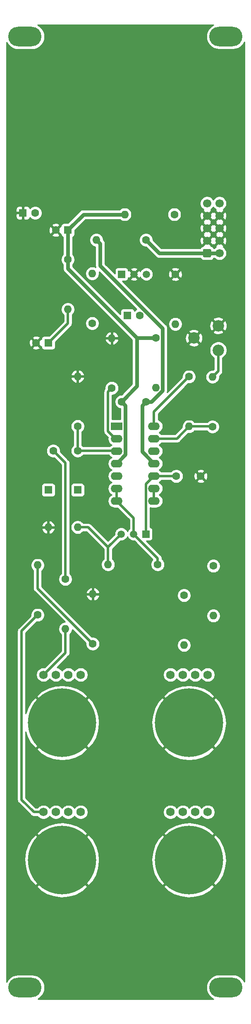
<source format=gbr>
%TF.GenerationSoftware,KiCad,Pcbnew,5.1.9-73d0e3b20d~88~ubuntu20.10.1*%
%TF.CreationDate,2021-03-12T20:59:03+01:00*%
%TF.ProjectId,kosmo-sample-and-hold,6b6f736d-6f2d-4736-916d-706c652d616e,v1.0.0*%
%TF.SameCoordinates,Original*%
%TF.FileFunction,Copper,L1,Top*%
%TF.FilePolarity,Positive*%
%FSLAX46Y46*%
G04 Gerber Fmt 4.6, Leading zero omitted, Abs format (unit mm)*
G04 Created by KiCad (PCBNEW 5.1.9-73d0e3b20d~88~ubuntu20.10.1) date 2021-03-12 20:59:03*
%MOMM*%
%LPD*%
G01*
G04 APERTURE LIST*
%TA.AperFunction,ComponentPad*%
%ADD10C,2.340000*%
%TD*%
%TA.AperFunction,ComponentPad*%
%ADD11O,1.600000X1.600000*%
%TD*%
%TA.AperFunction,ComponentPad*%
%ADD12C,1.600000*%
%TD*%
%TA.AperFunction,ComponentPad*%
%ADD13C,1.700000*%
%TD*%
%TA.AperFunction,ComponentPad*%
%ADD14R,1.600000X1.600000*%
%TD*%
%TA.AperFunction,ComponentPad*%
%ADD15C,1.750000*%
%TD*%
%TA.AperFunction,ComponentPad*%
%ADD16C,14.000000*%
%TD*%
%TA.AperFunction,ComponentPad*%
%ADD17O,6.800000X4.000000*%
%TD*%
%TA.AperFunction,ComponentPad*%
%ADD18O,2.400000X1.600000*%
%TD*%
%TA.AperFunction,ComponentPad*%
%ADD19R,2.400000X1.600000*%
%TD*%
%TA.AperFunction,ComponentPad*%
%ADD20R,1.500000X1.500000*%
%TD*%
%TA.AperFunction,ComponentPad*%
%ADD21C,1.500000*%
%TD*%
%TA.AperFunction,Conductor*%
%ADD22C,0.508000*%
%TD*%
%TA.AperFunction,Conductor*%
%ADD23C,0.762000*%
%TD*%
%TA.AperFunction,Conductor*%
%ADD24C,0.254000*%
%TD*%
%TA.AperFunction,Conductor*%
%ADD25C,0.100000*%
%TD*%
G04 APERTURE END LIST*
D10*
%TO.P,GAIN1,1*%
%TO.N,Net-(GAIN1-Pad1)*%
X129000000Y-97000000D03*
%TO.P,GAIN1,2*%
%TO.N,GND*%
X124000000Y-94500000D03*
%TO.P,GAIN1,3*%
X129000000Y-92000000D03*
%TD*%
D11*
%TO.P,R16,2*%
%TO.N,-12V*%
X104040000Y-74500000D03*
D12*
%TO.P,R16,1*%
%TO.N,Net-(POWER1-Pad1)*%
X114200000Y-74500000D03*
%TD*%
D11*
%TO.P,R15,2*%
%TO.N,+12V*%
X109840000Y-69300000D03*
D12*
%TO.P,R15,1*%
%TO.N,Net-(POWER1-Pad10)*%
X120000000Y-69300000D03*
%TD*%
D13*
%TO.P,POWER1,10*%
%TO.N,Net-(POWER1-Pad10)*%
X129240000Y-67040000D03*
%TO.P,POWER1,8*%
%TO.N,GND*%
X129240000Y-69580000D03*
%TO.P,POWER1,6*%
X129240000Y-72120000D03*
%TO.P,POWER1,4*%
X129240000Y-74660000D03*
%TO.P,POWER1,2*%
%TO.N,Net-(POWER1-Pad1)*%
X129240000Y-77200000D03*
%TO.P,POWER1,9*%
%TO.N,Net-(POWER1-Pad10)*%
X126700000Y-67040000D03*
%TO.P,POWER1,7*%
%TO.N,GND*%
X126700000Y-69580000D03*
%TO.P,POWER1,5*%
X126700000Y-72120000D03*
%TO.P,POWER1,3*%
X126700000Y-74660000D03*
%TO.P,POWER1,1*%
%TO.N,Net-(POWER1-Pad1)*%
%TA.AperFunction,ComponentPad*%
G36*
G01*
X125850000Y-77800000D02*
X125850000Y-76600000D01*
G75*
G02*
X126100000Y-76350000I250000J0D01*
G01*
X127300000Y-76350000D01*
G75*
G02*
X127550000Y-76600000I0J-250000D01*
G01*
X127550000Y-77800000D01*
G75*
G02*
X127300000Y-78050000I-250000J0D01*
G01*
X126100000Y-78050000D01*
G75*
G02*
X125850000Y-77800000I0J250000D01*
G01*
G37*
%TD.AperFunction*%
%TD*%
D12*
%TO.P,C8,2*%
%TO.N,-12V*%
X114200000Y-107500000D03*
%TO.P,C8,1*%
%TO.N,+12V*%
X109200000Y-107500000D03*
%TD*%
%TO.P,C7,2*%
%TO.N,-12V*%
X91500000Y-69000000D03*
D14*
%TO.P,C7,1*%
%TO.N,GND*%
X89000000Y-69000000D03*
%TD*%
D12*
%TO.P,C6,2*%
%TO.N,GND*%
X95700000Y-72500000D03*
D14*
%TO.P,C6,1*%
%TO.N,+12V*%
X98200000Y-72500000D03*
%TD*%
D15*
%TO.P,NOISE1,TN*%
%TO.N,Net-(NOISE1-PadTN)*%
X121750000Y-163205000D03*
%TO.P,NOISE1,RN*%
%TO.N,N/C*%
X126830000Y-163205000D03*
%TO.P,NOISE1,T*%
%TO.N,WHITE_NOISE*%
X119210000Y-163205000D03*
%TO.P,NOISE1,R*%
%TO.N,N/C*%
X124290000Y-163205000D03*
D16*
%TO.P,NOISE1,S*%
%TO.N,GND*%
X123000000Y-173000000D03*
%TD*%
D15*
%TO.P,OUT1,TN*%
%TO.N,Net-(OUT1-PadTN)*%
X121750000Y-191205000D03*
%TO.P,OUT1,RN*%
%TO.N,N/C*%
X126830000Y-191205000D03*
%TO.P,OUT1,T*%
%TO.N,OUT*%
X119210000Y-191205000D03*
%TO.P,OUT1,R*%
%TO.N,N/C*%
X124290000Y-191205000D03*
D16*
%TO.P,OUT1,S*%
%TO.N,GND*%
X123000000Y-201000000D03*
%TD*%
D15*
%TO.P,IN1,TN*%
%TO.N,WHITE_NOISE*%
X95750000Y-191205000D03*
%TO.P,IN1,RN*%
%TO.N,N/C*%
X100830000Y-191205000D03*
%TO.P,IN1,T*%
%TO.N,IN*%
X93210000Y-191205000D03*
%TO.P,IN1,R*%
%TO.N,N/C*%
X98290000Y-191205000D03*
D16*
%TO.P,IN1,S*%
%TO.N,GND*%
X97000000Y-201000000D03*
%TD*%
D15*
%TO.P,TRIG1,TN*%
%TO.N,Net-(TRIG1-PadTN)*%
X95750000Y-163205000D03*
%TO.P,TRIG1,RN*%
%TO.N,N/C*%
X100830000Y-163205000D03*
%TO.P,TRIG1,T*%
%TO.N,TRIG*%
X93210000Y-163205000D03*
%TO.P,TRIG1,R*%
%TO.N,N/C*%
X98290000Y-163205000D03*
D16*
%TO.P,TRIG1,S*%
%TO.N,GND*%
X97000000Y-173000000D03*
%TD*%
D17*
%TO.P,REF\u002A\u002A,1*%
%TO.N,N/C*%
X130572961Y-32998051D03*
X130572961Y-226998051D03*
%TD*%
%TO.P,REF\u002A\u002A,1*%
%TO.N,N/C*%
X89425654Y-33015821D03*
X89425654Y-227015821D03*
%TD*%
D18*
%TO.P,U1,14*%
%TO.N,Net-(R12-Pad1)*%
X115820000Y-112500000D03*
%TO.P,U1,7*%
%TO.N,Net-(Q1-Pad2)*%
X108200000Y-127740000D03*
%TO.P,U1,13*%
%TO.N,Net-(R11-Pad1)*%
X115820000Y-115040000D03*
%TO.P,U1,6*%
%TO.N,Net-(Q1-Pad2)*%
X108200000Y-125200000D03*
%TO.P,U1,12*%
%TO.N,Net-(C3-Pad2)*%
X115820000Y-117580000D03*
%TO.P,U1,5*%
%TO.N,Net-(R3-Pad2)*%
X108200000Y-122660000D03*
%TO.P,U1,11*%
%TO.N,-12V*%
X115820000Y-120120000D03*
%TO.P,U1,4*%
%TO.N,+12V*%
X108200000Y-120120000D03*
%TO.P,U1,10*%
%TO.N,Net-(C4-Pad1)*%
X115820000Y-122660000D03*
%TO.P,U1,3*%
%TO.N,Net-(C1-Pad1)*%
X108200000Y-117580000D03*
%TO.P,U1,9*%
%TO.N,Net-(R14-Pad1)*%
X115820000Y-125200000D03*
%TO.P,U1,2*%
%TO.N,Net-(R5-Pad2)*%
X108200000Y-115040000D03*
%TO.P,U1,8*%
%TO.N,Net-(R14-Pad1)*%
X115820000Y-127740000D03*
D19*
%TO.P,U1,1*%
%TO.N,Net-(D2-Pad1)*%
X108200000Y-112500000D03*
%TD*%
D11*
%TO.P,R14,2*%
%TO.N,OUT*%
X128000000Y-151160000D03*
D12*
%TO.P,R14,1*%
%TO.N,Net-(R14-Pad1)*%
X128000000Y-141000000D03*
%TD*%
D11*
%TO.P,R13,2*%
%TO.N,WHITE_NOISE*%
X122000000Y-157160000D03*
D12*
%TO.P,R13,1*%
%TO.N,Net-(R12-Pad1)*%
X122000000Y-147000000D03*
%TD*%
D11*
%TO.P,R12,2*%
%TO.N,Net-(R11-Pad1)*%
X123000000Y-112560000D03*
D12*
%TO.P,R12,1*%
%TO.N,Net-(R12-Pad1)*%
X123000000Y-102400000D03*
%TD*%
D11*
%TO.P,R11,2*%
%TO.N,Net-(GAIN1-Pad1)*%
X127800000Y-102440000D03*
D12*
%TO.P,R11,1*%
%TO.N,Net-(R11-Pad1)*%
X127800000Y-112600000D03*
%TD*%
D11*
%TO.P,R10,2*%
%TO.N,Net-(C3-Pad2)*%
X120200000Y-91660000D03*
D12*
%TO.P,R10,1*%
%TO.N,GND*%
X120200000Y-81500000D03*
%TD*%
D11*
%TO.P,R9,2*%
%TO.N,Net-(C2-Pad1)*%
X103200000Y-81340000D03*
D12*
%TO.P,R9,1*%
%TO.N,Net-(C3-Pad1)*%
X103200000Y-91500000D03*
%TD*%
D11*
%TO.P,R8,2*%
%TO.N,Net-(D2-Pad2)*%
X106440000Y-140700000D03*
D12*
%TO.P,R8,1*%
%TO.N,Net-(Q1-Pad2)*%
X116600000Y-140700000D03*
%TD*%
D11*
%TO.P,R7,2*%
%TO.N,Net-(C2-Pad1)*%
X98200000Y-88660000D03*
D12*
%TO.P,R7,1*%
%TO.N,+12V*%
X98200000Y-78500000D03*
%TD*%
D11*
%TO.P,R6,2*%
%TO.N,GND*%
X107200000Y-94540000D03*
D12*
%TO.P,R6,1*%
%TO.N,Net-(R5-Pad2)*%
X107200000Y-104700000D03*
%TD*%
D11*
%TO.P,R5,2*%
%TO.N,Net-(R5-Pad2)*%
X116200000Y-104660000D03*
D12*
%TO.P,R5,1*%
%TO.N,+12V*%
X116200000Y-94500000D03*
%TD*%
D11*
%TO.P,R4,2*%
%TO.N,GND*%
X103300000Y-146740000D03*
D12*
%TO.P,R4,1*%
%TO.N,Net-(R3-Pad2)*%
X103300000Y-156900000D03*
%TD*%
D11*
%TO.P,R3,2*%
%TO.N,Net-(R3-Pad2)*%
X92000000Y-140840000D03*
D12*
%TO.P,R3,1*%
%TO.N,IN*%
X92000000Y-151000000D03*
%TD*%
D11*
%TO.P,R2,2*%
%TO.N,GND*%
X100200000Y-102340000D03*
D12*
%TO.P,R2,1*%
%TO.N,Net-(C1-Pad1)*%
X100200000Y-112500000D03*
%TD*%
D11*
%TO.P,R1,2*%
%TO.N,TRIG*%
X97700000Y-153860000D03*
D12*
%TO.P,R1,1*%
%TO.N,Net-(C1-Pad2)*%
X97700000Y-143700000D03*
%TD*%
D20*
%TO.P,Q2,1*%
%TO.N,Net-(C3-Pad1)*%
X109200000Y-81500000D03*
D21*
%TO.P,Q2,3*%
%TO.N,NC*%
X114280000Y-81500000D03*
%TO.P,Q2,2*%
%TO.N,GND*%
X111740000Y-81500000D03*
%TD*%
D20*
%TO.P,Q1,1*%
%TO.N,Net-(C4-Pad1)*%
X114200000Y-134500000D03*
D21*
%TO.P,Q1,3*%
%TO.N,Net-(D2-Pad2)*%
X109120000Y-134500000D03*
%TO.P,Q1,2*%
%TO.N,Net-(Q1-Pad2)*%
X111660000Y-134500000D03*
%TD*%
D11*
%TO.P,D2,2*%
%TO.N,Net-(D2-Pad2)*%
X100200000Y-133120000D03*
D14*
%TO.P,D2,1*%
%TO.N,Net-(D2-Pad1)*%
X100200000Y-125500000D03*
%TD*%
D11*
%TO.P,D1,2*%
%TO.N,GND*%
X94200000Y-133120000D03*
D14*
%TO.P,D1,1*%
%TO.N,Net-(C1-Pad1)*%
X94200000Y-125500000D03*
%TD*%
D12*
%TO.P,C4,2*%
%TO.N,GND*%
X125400000Y-122700000D03*
%TO.P,C4,1*%
%TO.N,Net-(C4-Pad1)*%
X120400000Y-122700000D03*
%TD*%
%TO.P,C3,2*%
%TO.N,Net-(C3-Pad2)*%
X112900000Y-89900000D03*
D14*
%TO.P,C3,1*%
%TO.N,Net-(C3-Pad1)*%
X110400000Y-89900000D03*
%TD*%
D12*
%TO.P,C2,2*%
%TO.N,GND*%
X91700000Y-95500000D03*
D14*
%TO.P,C2,1*%
%TO.N,Net-(C2-Pad1)*%
X94200000Y-95500000D03*
%TD*%
D12*
%TO.P,C1,2*%
%TO.N,Net-(C1-Pad2)*%
X95200000Y-117500000D03*
%TO.P,C1,1*%
%TO.N,Net-(C1-Pad1)*%
X100200000Y-117500000D03*
%TD*%
D22*
%TO.N,Net-(C1-Pad2)*%
X97700000Y-120000000D02*
X95200000Y-117500000D01*
X97700000Y-143700000D02*
X97700000Y-120000000D01*
%TO.N,Net-(C1-Pad1)*%
X100200000Y-112500000D02*
X100200000Y-117500000D01*
X108120000Y-117500000D02*
X108200000Y-117580000D01*
X100200000Y-117500000D02*
X108120000Y-117500000D01*
%TO.N,Net-(C2-Pad1)*%
X98200000Y-91500000D02*
X94200000Y-95500000D01*
X98200000Y-88660000D02*
X98200000Y-91500000D01*
%TO.N,Net-(C4-Pad1)*%
X120360000Y-122660000D02*
X120400000Y-122700000D01*
X115820000Y-122660000D02*
X120360000Y-122660000D01*
X114165990Y-134465990D02*
X114200000Y-134500000D01*
X114165990Y-124314010D02*
X114165990Y-134465990D01*
X115820000Y-122660000D02*
X114165990Y-124314010D01*
%TO.N,Net-(D2-Pad2)*%
X106440000Y-137180000D02*
X109120000Y-134500000D01*
X106440000Y-140700000D02*
X106440000Y-137180000D01*
X102380000Y-133120000D02*
X106440000Y-137180000D01*
X100200000Y-133120000D02*
X102380000Y-133120000D01*
%TO.N,Net-(Q1-Pad2)*%
X116600000Y-139440000D02*
X111660000Y-134500000D01*
X116600000Y-140700000D02*
X116600000Y-139440000D01*
X111660000Y-131200000D02*
X108200000Y-127740000D01*
X111660000Y-134500000D02*
X111660000Y-131200000D01*
X108200000Y-127740000D02*
X108200000Y-125200000D01*
%TO.N,Net-(R3-Pad2)*%
X92000000Y-145600000D02*
X103300000Y-156900000D01*
X92000000Y-140840000D02*
X92000000Y-145600000D01*
%TO.N,IN*%
X92000000Y-151000000D02*
X88700000Y-154300000D01*
X88700000Y-154300000D02*
X88700000Y-188695000D01*
X91210000Y-191205000D02*
X88700000Y-188695000D01*
X93210000Y-191205000D02*
X91210000Y-191205000D01*
%TO.N,Net-(R5-Pad2)*%
X106400001Y-105499999D02*
X107200000Y-104700000D01*
X106400001Y-113517203D02*
X106400001Y-105499999D01*
X107922798Y-115040000D02*
X106400001Y-113517203D01*
X108200000Y-115040000D02*
X107922798Y-115040000D01*
D23*
%TO.N,+12V*%
X101400000Y-69300000D02*
X98200000Y-72500000D01*
X109840000Y-69300000D02*
X101400000Y-69300000D01*
X98200000Y-72500000D02*
X98200000Y-78500000D01*
X112354198Y-94500000D02*
X116200000Y-94500000D01*
X98200000Y-80345802D02*
X112354198Y-94500000D01*
X98200000Y-78500000D02*
X98200000Y-80345802D01*
X112354198Y-104345802D02*
X109200000Y-107500000D01*
X112354198Y-94500000D02*
X112354198Y-104345802D01*
X109999999Y-118320001D02*
X108200000Y-120120000D01*
X109999999Y-108299999D02*
X109999999Y-118320001D01*
X109200000Y-107500000D02*
X109999999Y-108299999D01*
D22*
%TO.N,Net-(R11-Pad1)*%
X120520000Y-115040000D02*
X123000000Y-112560000D01*
X115820000Y-115040000D02*
X120520000Y-115040000D01*
X127760000Y-112560000D02*
X127800000Y-112600000D01*
X123000000Y-112560000D02*
X127760000Y-112560000D01*
%TO.N,Net-(R12-Pad1)*%
X115820000Y-109580000D02*
X123000000Y-102400000D01*
X115820000Y-112500000D02*
X115820000Y-109580000D01*
%TO.N,Net-(R14-Pad1)*%
X115820000Y-125200000D02*
X115820000Y-127740000D01*
%TO.N,TRIG*%
X97700000Y-158715000D02*
X93210000Y-163205000D01*
X97700000Y-153860000D02*
X97700000Y-158715000D01*
D23*
%TO.N,-12V*%
X115331370Y-107500000D02*
X114200000Y-107500000D01*
X117581001Y-105250369D02*
X115331370Y-107500000D01*
X117581001Y-92537119D02*
X117581001Y-105250369D01*
X104839999Y-79796117D02*
X117581001Y-92537119D01*
X104839999Y-75299999D02*
X104839999Y-79796117D01*
X104040000Y-74500000D02*
X104839999Y-75299999D01*
X113400001Y-117700001D02*
X115820000Y-120120000D01*
X113400001Y-108299999D02*
X113400001Y-117700001D01*
X114200000Y-107500000D02*
X113400001Y-108299999D01*
%TO.N,Net-(POWER1-Pad1)*%
X129240000Y-77200000D02*
X126700000Y-77200000D01*
X116900000Y-77200000D02*
X114200000Y-74500000D01*
X126700000Y-77200000D02*
X116900000Y-77200000D01*
D22*
%TO.N,Net-(GAIN1-Pad1)*%
X129000000Y-101240000D02*
X127800000Y-102440000D01*
X129000000Y-97000000D02*
X129000000Y-101240000D01*
%TD*%
D24*
%TO.N,GND*%
X127701950Y-30796528D02*
X127300720Y-31125810D01*
X126971438Y-31527040D01*
X126726760Y-31984801D01*
X126576088Y-32481501D01*
X126525212Y-32998051D01*
X126576088Y-33514601D01*
X126726760Y-34011301D01*
X126971438Y-34469062D01*
X127300720Y-34870292D01*
X127701950Y-35199574D01*
X128159711Y-35444252D01*
X128656411Y-35594924D01*
X129043519Y-35633051D01*
X132102403Y-35633051D01*
X132489511Y-35594924D01*
X132986211Y-35444252D01*
X133443972Y-35199574D01*
X133845202Y-34870292D01*
X134174484Y-34469062D01*
X134340001Y-34159401D01*
X134340000Y-225836699D01*
X134174484Y-225527040D01*
X133845202Y-225125810D01*
X133443972Y-224796528D01*
X132986211Y-224551850D01*
X132489511Y-224401178D01*
X132102403Y-224363051D01*
X129043519Y-224363051D01*
X128656411Y-224401178D01*
X128159711Y-224551850D01*
X127701950Y-224796528D01*
X127300720Y-225125810D01*
X126971438Y-225527040D01*
X126726760Y-225984801D01*
X126576088Y-226481501D01*
X126525212Y-226998051D01*
X126576088Y-227514601D01*
X126726760Y-228011301D01*
X126971438Y-228469062D01*
X127300720Y-228870292D01*
X127701950Y-229199574D01*
X127964669Y-229340000D01*
X92067191Y-229340000D01*
X92296665Y-229217344D01*
X92697895Y-228888062D01*
X93027177Y-228486832D01*
X93271855Y-228029071D01*
X93422527Y-227532371D01*
X93473403Y-227015821D01*
X93422527Y-226499271D01*
X93271855Y-226002571D01*
X93027177Y-225544810D01*
X92697895Y-225143580D01*
X92296665Y-224814298D01*
X91838904Y-224569620D01*
X91342204Y-224418948D01*
X90955096Y-224380821D01*
X87896212Y-224380821D01*
X87509104Y-224418948D01*
X87012404Y-224569620D01*
X86554643Y-224814298D01*
X86153413Y-225143580D01*
X85824131Y-225544810D01*
X85660000Y-225851878D01*
X85660000Y-206401674D01*
X91777932Y-206401674D01*
X92593908Y-207280530D01*
X93903840Y-208019437D01*
X95332756Y-208488591D01*
X96825743Y-208669963D01*
X98325428Y-208556583D01*
X99774176Y-208152807D01*
X101116314Y-207474153D01*
X101406092Y-207280530D01*
X102222068Y-206401674D01*
X117777932Y-206401674D01*
X118593908Y-207280530D01*
X119903840Y-208019437D01*
X121332756Y-208488591D01*
X122825743Y-208669963D01*
X124325428Y-208556583D01*
X125774176Y-208152807D01*
X127116314Y-207474153D01*
X127406092Y-207280530D01*
X128222068Y-206401674D01*
X123000000Y-201179605D01*
X117777932Y-206401674D01*
X102222068Y-206401674D01*
X97000000Y-201179605D01*
X91777932Y-206401674D01*
X85660000Y-206401674D01*
X85660000Y-200825743D01*
X89330037Y-200825743D01*
X89443417Y-202325428D01*
X89847193Y-203774176D01*
X90525847Y-205116314D01*
X90719470Y-205406092D01*
X91598326Y-206222068D01*
X96820395Y-201000000D01*
X97179605Y-201000000D01*
X102401674Y-206222068D01*
X103280530Y-205406092D01*
X104019437Y-204096160D01*
X104488591Y-202667244D01*
X104669963Y-201174257D01*
X104643615Y-200825743D01*
X115330037Y-200825743D01*
X115443417Y-202325428D01*
X115847193Y-203774176D01*
X116525847Y-205116314D01*
X116719470Y-205406092D01*
X117598326Y-206222068D01*
X122820395Y-201000000D01*
X123179605Y-201000000D01*
X128401674Y-206222068D01*
X129280530Y-205406092D01*
X130019437Y-204096160D01*
X130488591Y-202667244D01*
X130669963Y-201174257D01*
X130556583Y-199674572D01*
X130152807Y-198225824D01*
X129474153Y-196883686D01*
X129280530Y-196593908D01*
X128401674Y-195777932D01*
X123179605Y-201000000D01*
X122820395Y-201000000D01*
X117598326Y-195777932D01*
X116719470Y-196593908D01*
X115980563Y-197903840D01*
X115511409Y-199332756D01*
X115330037Y-200825743D01*
X104643615Y-200825743D01*
X104556583Y-199674572D01*
X104152807Y-198225824D01*
X103474153Y-196883686D01*
X103280530Y-196593908D01*
X102401674Y-195777932D01*
X97179605Y-201000000D01*
X96820395Y-201000000D01*
X91598326Y-195777932D01*
X90719470Y-196593908D01*
X89980563Y-197903840D01*
X89511409Y-199332756D01*
X89330037Y-200825743D01*
X85660000Y-200825743D01*
X85660000Y-195598326D01*
X91777932Y-195598326D01*
X97000000Y-200820395D01*
X102222068Y-195598326D01*
X117777932Y-195598326D01*
X123000000Y-200820395D01*
X128222068Y-195598326D01*
X127406092Y-194719470D01*
X126096160Y-193980563D01*
X124667244Y-193511409D01*
X123174257Y-193330037D01*
X121674572Y-193443417D01*
X120225824Y-193847193D01*
X118883686Y-194525847D01*
X118593908Y-194719470D01*
X117777932Y-195598326D01*
X102222068Y-195598326D01*
X101406092Y-194719470D01*
X100096160Y-193980563D01*
X98667244Y-193511409D01*
X97174257Y-193330037D01*
X95674572Y-193443417D01*
X94225824Y-193847193D01*
X92883686Y-194525847D01*
X92593908Y-194719470D01*
X91777932Y-195598326D01*
X85660000Y-195598326D01*
X85660000Y-154300000D01*
X87806700Y-154300000D01*
X87811000Y-154343660D01*
X87811001Y-188651330D01*
X87806700Y-188695000D01*
X87823864Y-188869274D01*
X87874698Y-189036852D01*
X87957248Y-189191291D01*
X88068342Y-189326659D01*
X88102259Y-189354494D01*
X90550506Y-191802742D01*
X90578341Y-191836659D01*
X90713709Y-191947753D01*
X90868149Y-192030303D01*
X90962758Y-192059002D01*
X91035725Y-192081136D01*
X91054073Y-192082943D01*
X91166333Y-192094000D01*
X91166339Y-192094000D01*
X91209999Y-192098300D01*
X91253659Y-192094000D01*
X91987950Y-192094000D01*
X92037107Y-192167569D01*
X92247431Y-192377893D01*
X92494747Y-192543144D01*
X92769549Y-192656971D01*
X93061278Y-192715000D01*
X93358722Y-192715000D01*
X93650451Y-192656971D01*
X93925253Y-192543144D01*
X94172569Y-192377893D01*
X94382893Y-192167569D01*
X94480000Y-192022238D01*
X94577107Y-192167569D01*
X94787431Y-192377893D01*
X95034747Y-192543144D01*
X95309549Y-192656971D01*
X95601278Y-192715000D01*
X95898722Y-192715000D01*
X96190451Y-192656971D01*
X96465253Y-192543144D01*
X96712569Y-192377893D01*
X96922893Y-192167569D01*
X97020000Y-192022238D01*
X97117107Y-192167569D01*
X97327431Y-192377893D01*
X97574747Y-192543144D01*
X97849549Y-192656971D01*
X98141278Y-192715000D01*
X98438722Y-192715000D01*
X98730451Y-192656971D01*
X99005253Y-192543144D01*
X99252569Y-192377893D01*
X99462893Y-192167569D01*
X99560000Y-192022238D01*
X99657107Y-192167569D01*
X99867431Y-192377893D01*
X100114747Y-192543144D01*
X100389549Y-192656971D01*
X100681278Y-192715000D01*
X100978722Y-192715000D01*
X101270451Y-192656971D01*
X101545253Y-192543144D01*
X101792569Y-192377893D01*
X102002893Y-192167569D01*
X102168144Y-191920253D01*
X102281971Y-191645451D01*
X102340000Y-191353722D01*
X102340000Y-191056278D01*
X117700000Y-191056278D01*
X117700000Y-191353722D01*
X117758029Y-191645451D01*
X117871856Y-191920253D01*
X118037107Y-192167569D01*
X118247431Y-192377893D01*
X118494747Y-192543144D01*
X118769549Y-192656971D01*
X119061278Y-192715000D01*
X119358722Y-192715000D01*
X119650451Y-192656971D01*
X119925253Y-192543144D01*
X120172569Y-192377893D01*
X120382893Y-192167569D01*
X120480000Y-192022238D01*
X120577107Y-192167569D01*
X120787431Y-192377893D01*
X121034747Y-192543144D01*
X121309549Y-192656971D01*
X121601278Y-192715000D01*
X121898722Y-192715000D01*
X122190451Y-192656971D01*
X122465253Y-192543144D01*
X122712569Y-192377893D01*
X122922893Y-192167569D01*
X123020000Y-192022238D01*
X123117107Y-192167569D01*
X123327431Y-192377893D01*
X123574747Y-192543144D01*
X123849549Y-192656971D01*
X124141278Y-192715000D01*
X124438722Y-192715000D01*
X124730451Y-192656971D01*
X125005253Y-192543144D01*
X125252569Y-192377893D01*
X125462893Y-192167569D01*
X125560000Y-192022238D01*
X125657107Y-192167569D01*
X125867431Y-192377893D01*
X126114747Y-192543144D01*
X126389549Y-192656971D01*
X126681278Y-192715000D01*
X126978722Y-192715000D01*
X127270451Y-192656971D01*
X127545253Y-192543144D01*
X127792569Y-192377893D01*
X128002893Y-192167569D01*
X128168144Y-191920253D01*
X128281971Y-191645451D01*
X128340000Y-191353722D01*
X128340000Y-191056278D01*
X128281971Y-190764549D01*
X128168144Y-190489747D01*
X128002893Y-190242431D01*
X127792569Y-190032107D01*
X127545253Y-189866856D01*
X127270451Y-189753029D01*
X126978722Y-189695000D01*
X126681278Y-189695000D01*
X126389549Y-189753029D01*
X126114747Y-189866856D01*
X125867431Y-190032107D01*
X125657107Y-190242431D01*
X125560000Y-190387762D01*
X125462893Y-190242431D01*
X125252569Y-190032107D01*
X125005253Y-189866856D01*
X124730451Y-189753029D01*
X124438722Y-189695000D01*
X124141278Y-189695000D01*
X123849549Y-189753029D01*
X123574747Y-189866856D01*
X123327431Y-190032107D01*
X123117107Y-190242431D01*
X123020000Y-190387762D01*
X122922893Y-190242431D01*
X122712569Y-190032107D01*
X122465253Y-189866856D01*
X122190451Y-189753029D01*
X121898722Y-189695000D01*
X121601278Y-189695000D01*
X121309549Y-189753029D01*
X121034747Y-189866856D01*
X120787431Y-190032107D01*
X120577107Y-190242431D01*
X120480000Y-190387762D01*
X120382893Y-190242431D01*
X120172569Y-190032107D01*
X119925253Y-189866856D01*
X119650451Y-189753029D01*
X119358722Y-189695000D01*
X119061278Y-189695000D01*
X118769549Y-189753029D01*
X118494747Y-189866856D01*
X118247431Y-190032107D01*
X118037107Y-190242431D01*
X117871856Y-190489747D01*
X117758029Y-190764549D01*
X117700000Y-191056278D01*
X102340000Y-191056278D01*
X102281971Y-190764549D01*
X102168144Y-190489747D01*
X102002893Y-190242431D01*
X101792569Y-190032107D01*
X101545253Y-189866856D01*
X101270451Y-189753029D01*
X100978722Y-189695000D01*
X100681278Y-189695000D01*
X100389549Y-189753029D01*
X100114747Y-189866856D01*
X99867431Y-190032107D01*
X99657107Y-190242431D01*
X99560000Y-190387762D01*
X99462893Y-190242431D01*
X99252569Y-190032107D01*
X99005253Y-189866856D01*
X98730451Y-189753029D01*
X98438722Y-189695000D01*
X98141278Y-189695000D01*
X97849549Y-189753029D01*
X97574747Y-189866856D01*
X97327431Y-190032107D01*
X97117107Y-190242431D01*
X97020000Y-190387762D01*
X96922893Y-190242431D01*
X96712569Y-190032107D01*
X96465253Y-189866856D01*
X96190451Y-189753029D01*
X95898722Y-189695000D01*
X95601278Y-189695000D01*
X95309549Y-189753029D01*
X95034747Y-189866856D01*
X94787431Y-190032107D01*
X94577107Y-190242431D01*
X94480000Y-190387762D01*
X94382893Y-190242431D01*
X94172569Y-190032107D01*
X93925253Y-189866856D01*
X93650451Y-189753029D01*
X93358722Y-189695000D01*
X93061278Y-189695000D01*
X92769549Y-189753029D01*
X92494747Y-189866856D01*
X92247431Y-190032107D01*
X92037107Y-190242431D01*
X91987950Y-190316000D01*
X91578236Y-190316000D01*
X89589000Y-188326765D01*
X89589000Y-178401674D01*
X91777932Y-178401674D01*
X92593908Y-179280530D01*
X93903840Y-180019437D01*
X95332756Y-180488591D01*
X96825743Y-180669963D01*
X98325428Y-180556583D01*
X99774176Y-180152807D01*
X101116314Y-179474153D01*
X101406092Y-179280530D01*
X102222068Y-178401674D01*
X117777932Y-178401674D01*
X118593908Y-179280530D01*
X119903840Y-180019437D01*
X121332756Y-180488591D01*
X122825743Y-180669963D01*
X124325428Y-180556583D01*
X125774176Y-180152807D01*
X127116314Y-179474153D01*
X127406092Y-179280530D01*
X128222068Y-178401674D01*
X123000000Y-173179605D01*
X117777932Y-178401674D01*
X102222068Y-178401674D01*
X97000000Y-173179605D01*
X91777932Y-178401674D01*
X89589000Y-178401674D01*
X89589000Y-174847780D01*
X89847193Y-175774176D01*
X90525847Y-177116314D01*
X90719470Y-177406092D01*
X91598326Y-178222068D01*
X96820395Y-173000000D01*
X97179605Y-173000000D01*
X102401674Y-178222068D01*
X103280530Y-177406092D01*
X104019437Y-176096160D01*
X104488591Y-174667244D01*
X104669963Y-173174257D01*
X104643615Y-172825743D01*
X115330037Y-172825743D01*
X115443417Y-174325428D01*
X115847193Y-175774176D01*
X116525847Y-177116314D01*
X116719470Y-177406092D01*
X117598326Y-178222068D01*
X122820395Y-173000000D01*
X123179605Y-173000000D01*
X128401674Y-178222068D01*
X129280530Y-177406092D01*
X130019437Y-176096160D01*
X130488591Y-174667244D01*
X130669963Y-173174257D01*
X130556583Y-171674572D01*
X130152807Y-170225824D01*
X129474153Y-168883686D01*
X129280530Y-168593908D01*
X128401674Y-167777932D01*
X123179605Y-173000000D01*
X122820395Y-173000000D01*
X117598326Y-167777932D01*
X116719470Y-168593908D01*
X115980563Y-169903840D01*
X115511409Y-171332756D01*
X115330037Y-172825743D01*
X104643615Y-172825743D01*
X104556583Y-171674572D01*
X104152807Y-170225824D01*
X103474153Y-168883686D01*
X103280530Y-168593908D01*
X102401674Y-167777932D01*
X97179605Y-173000000D01*
X96820395Y-173000000D01*
X91598326Y-167777932D01*
X90719470Y-168593908D01*
X89980563Y-169903840D01*
X89589000Y-171096435D01*
X89589000Y-167598326D01*
X91777932Y-167598326D01*
X97000000Y-172820395D01*
X102222068Y-167598326D01*
X117777932Y-167598326D01*
X123000000Y-172820395D01*
X128222068Y-167598326D01*
X127406092Y-166719470D01*
X126096160Y-165980563D01*
X124667244Y-165511409D01*
X123174257Y-165330037D01*
X121674572Y-165443417D01*
X120225824Y-165847193D01*
X118883686Y-166525847D01*
X118593908Y-166719470D01*
X117777932Y-167598326D01*
X102222068Y-167598326D01*
X101406092Y-166719470D01*
X100096160Y-165980563D01*
X98667244Y-165511409D01*
X97174257Y-165330037D01*
X95674572Y-165443417D01*
X94225824Y-165847193D01*
X92883686Y-166525847D01*
X92593908Y-166719470D01*
X91777932Y-167598326D01*
X89589000Y-167598326D01*
X89589000Y-154668235D01*
X91828280Y-152428956D01*
X91858665Y-152435000D01*
X92141335Y-152435000D01*
X92418574Y-152379853D01*
X92679727Y-152271680D01*
X92914759Y-152114637D01*
X93114637Y-151914759D01*
X93271680Y-151679727D01*
X93379853Y-151418574D01*
X93435000Y-151141335D01*
X93435000Y-150858665D01*
X93379853Y-150581426D01*
X93271680Y-150320273D01*
X93114637Y-150085241D01*
X92914759Y-149885363D01*
X92679727Y-149728320D01*
X92418574Y-149620147D01*
X92141335Y-149565000D01*
X91858665Y-149565000D01*
X91581426Y-149620147D01*
X91320273Y-149728320D01*
X91085241Y-149885363D01*
X90885363Y-150085241D01*
X90728320Y-150320273D01*
X90620147Y-150581426D01*
X90565000Y-150858665D01*
X90565000Y-151141335D01*
X90571044Y-151171720D01*
X88102264Y-153640501D01*
X88068341Y-153668341D01*
X87957247Y-153803710D01*
X87874697Y-153958150D01*
X87823864Y-154125727D01*
X87811000Y-154256334D01*
X87811000Y-154256340D01*
X87806700Y-154300000D01*
X85660000Y-154300000D01*
X85660000Y-140698665D01*
X90565000Y-140698665D01*
X90565000Y-140981335D01*
X90620147Y-141258574D01*
X90728320Y-141519727D01*
X90885363Y-141754759D01*
X91085241Y-141954637D01*
X91111000Y-141971849D01*
X91111001Y-145556330D01*
X91106700Y-145600000D01*
X91123864Y-145774274D01*
X91174698Y-145941852D01*
X91251342Y-146085241D01*
X91257248Y-146096291D01*
X91368342Y-146231659D01*
X91402259Y-146259494D01*
X97567765Y-152425000D01*
X97558665Y-152425000D01*
X97281426Y-152480147D01*
X97020273Y-152588320D01*
X96785241Y-152745363D01*
X96585363Y-152945241D01*
X96428320Y-153180273D01*
X96320147Y-153441426D01*
X96265000Y-153718665D01*
X96265000Y-154001335D01*
X96320147Y-154278574D01*
X96428320Y-154539727D01*
X96585363Y-154774759D01*
X96785241Y-154974637D01*
X96811000Y-154991849D01*
X96811001Y-158346763D01*
X93445503Y-161712262D01*
X93358722Y-161695000D01*
X93061278Y-161695000D01*
X92769549Y-161753029D01*
X92494747Y-161866856D01*
X92247431Y-162032107D01*
X92037107Y-162242431D01*
X91871856Y-162489747D01*
X91758029Y-162764549D01*
X91700000Y-163056278D01*
X91700000Y-163353722D01*
X91758029Y-163645451D01*
X91871856Y-163920253D01*
X92037107Y-164167569D01*
X92247431Y-164377893D01*
X92494747Y-164543144D01*
X92769549Y-164656971D01*
X93061278Y-164715000D01*
X93358722Y-164715000D01*
X93650451Y-164656971D01*
X93925253Y-164543144D01*
X94172569Y-164377893D01*
X94382893Y-164167569D01*
X94480000Y-164022238D01*
X94577107Y-164167569D01*
X94787431Y-164377893D01*
X95034747Y-164543144D01*
X95309549Y-164656971D01*
X95601278Y-164715000D01*
X95898722Y-164715000D01*
X96190451Y-164656971D01*
X96465253Y-164543144D01*
X96712569Y-164377893D01*
X96922893Y-164167569D01*
X97020000Y-164022238D01*
X97117107Y-164167569D01*
X97327431Y-164377893D01*
X97574747Y-164543144D01*
X97849549Y-164656971D01*
X98141278Y-164715000D01*
X98438722Y-164715000D01*
X98730451Y-164656971D01*
X99005253Y-164543144D01*
X99252569Y-164377893D01*
X99462893Y-164167569D01*
X99560000Y-164022238D01*
X99657107Y-164167569D01*
X99867431Y-164377893D01*
X100114747Y-164543144D01*
X100389549Y-164656971D01*
X100681278Y-164715000D01*
X100978722Y-164715000D01*
X101270451Y-164656971D01*
X101545253Y-164543144D01*
X101792569Y-164377893D01*
X102002893Y-164167569D01*
X102168144Y-163920253D01*
X102281971Y-163645451D01*
X102340000Y-163353722D01*
X102340000Y-163056278D01*
X117700000Y-163056278D01*
X117700000Y-163353722D01*
X117758029Y-163645451D01*
X117871856Y-163920253D01*
X118037107Y-164167569D01*
X118247431Y-164377893D01*
X118494747Y-164543144D01*
X118769549Y-164656971D01*
X119061278Y-164715000D01*
X119358722Y-164715000D01*
X119650451Y-164656971D01*
X119925253Y-164543144D01*
X120172569Y-164377893D01*
X120382893Y-164167569D01*
X120480000Y-164022238D01*
X120577107Y-164167569D01*
X120787431Y-164377893D01*
X121034747Y-164543144D01*
X121309549Y-164656971D01*
X121601278Y-164715000D01*
X121898722Y-164715000D01*
X122190451Y-164656971D01*
X122465253Y-164543144D01*
X122712569Y-164377893D01*
X122922893Y-164167569D01*
X123020000Y-164022238D01*
X123117107Y-164167569D01*
X123327431Y-164377893D01*
X123574747Y-164543144D01*
X123849549Y-164656971D01*
X124141278Y-164715000D01*
X124438722Y-164715000D01*
X124730451Y-164656971D01*
X125005253Y-164543144D01*
X125252569Y-164377893D01*
X125462893Y-164167569D01*
X125560000Y-164022238D01*
X125657107Y-164167569D01*
X125867431Y-164377893D01*
X126114747Y-164543144D01*
X126389549Y-164656971D01*
X126681278Y-164715000D01*
X126978722Y-164715000D01*
X127270451Y-164656971D01*
X127545253Y-164543144D01*
X127792569Y-164377893D01*
X128002893Y-164167569D01*
X128168144Y-163920253D01*
X128281971Y-163645451D01*
X128340000Y-163353722D01*
X128340000Y-163056278D01*
X128281971Y-162764549D01*
X128168144Y-162489747D01*
X128002893Y-162242431D01*
X127792569Y-162032107D01*
X127545253Y-161866856D01*
X127270451Y-161753029D01*
X126978722Y-161695000D01*
X126681278Y-161695000D01*
X126389549Y-161753029D01*
X126114747Y-161866856D01*
X125867431Y-162032107D01*
X125657107Y-162242431D01*
X125560000Y-162387762D01*
X125462893Y-162242431D01*
X125252569Y-162032107D01*
X125005253Y-161866856D01*
X124730451Y-161753029D01*
X124438722Y-161695000D01*
X124141278Y-161695000D01*
X123849549Y-161753029D01*
X123574747Y-161866856D01*
X123327431Y-162032107D01*
X123117107Y-162242431D01*
X123020000Y-162387762D01*
X122922893Y-162242431D01*
X122712569Y-162032107D01*
X122465253Y-161866856D01*
X122190451Y-161753029D01*
X121898722Y-161695000D01*
X121601278Y-161695000D01*
X121309549Y-161753029D01*
X121034747Y-161866856D01*
X120787431Y-162032107D01*
X120577107Y-162242431D01*
X120480000Y-162387762D01*
X120382893Y-162242431D01*
X120172569Y-162032107D01*
X119925253Y-161866856D01*
X119650451Y-161753029D01*
X119358722Y-161695000D01*
X119061278Y-161695000D01*
X118769549Y-161753029D01*
X118494747Y-161866856D01*
X118247431Y-162032107D01*
X118037107Y-162242431D01*
X117871856Y-162489747D01*
X117758029Y-162764549D01*
X117700000Y-163056278D01*
X102340000Y-163056278D01*
X102281971Y-162764549D01*
X102168144Y-162489747D01*
X102002893Y-162242431D01*
X101792569Y-162032107D01*
X101545253Y-161866856D01*
X101270451Y-161753029D01*
X100978722Y-161695000D01*
X100681278Y-161695000D01*
X100389549Y-161753029D01*
X100114747Y-161866856D01*
X99867431Y-162032107D01*
X99657107Y-162242431D01*
X99560000Y-162387762D01*
X99462893Y-162242431D01*
X99252569Y-162032107D01*
X99005253Y-161866856D01*
X98730451Y-161753029D01*
X98438722Y-161695000D01*
X98141278Y-161695000D01*
X97849549Y-161753029D01*
X97574747Y-161866856D01*
X97327431Y-162032107D01*
X97117107Y-162242431D01*
X97020000Y-162387762D01*
X96922893Y-162242431D01*
X96712569Y-162032107D01*
X96465253Y-161866856D01*
X96190451Y-161753029D01*
X95964209Y-161708026D01*
X98297742Y-159374494D01*
X98331659Y-159346659D01*
X98442753Y-159211291D01*
X98525303Y-159056851D01*
X98576136Y-158889274D01*
X98589000Y-158758667D01*
X98589000Y-158758660D01*
X98593300Y-158715000D01*
X98589000Y-158671340D01*
X98589000Y-154991849D01*
X98614759Y-154974637D01*
X98814637Y-154774759D01*
X98971680Y-154539727D01*
X99079853Y-154278574D01*
X99135000Y-154001335D01*
X99135000Y-153992235D01*
X101871044Y-156728279D01*
X101865000Y-156758665D01*
X101865000Y-157041335D01*
X101920147Y-157318574D01*
X102028320Y-157579727D01*
X102185363Y-157814759D01*
X102385241Y-158014637D01*
X102620273Y-158171680D01*
X102881426Y-158279853D01*
X103158665Y-158335000D01*
X103441335Y-158335000D01*
X103718574Y-158279853D01*
X103979727Y-158171680D01*
X104214759Y-158014637D01*
X104414637Y-157814759D01*
X104571680Y-157579727D01*
X104679853Y-157318574D01*
X104735000Y-157041335D01*
X104735000Y-157018665D01*
X120565000Y-157018665D01*
X120565000Y-157301335D01*
X120620147Y-157578574D01*
X120728320Y-157839727D01*
X120885363Y-158074759D01*
X121085241Y-158274637D01*
X121320273Y-158431680D01*
X121581426Y-158539853D01*
X121858665Y-158595000D01*
X122141335Y-158595000D01*
X122418574Y-158539853D01*
X122679727Y-158431680D01*
X122914759Y-158274637D01*
X123114637Y-158074759D01*
X123271680Y-157839727D01*
X123379853Y-157578574D01*
X123435000Y-157301335D01*
X123435000Y-157018665D01*
X123379853Y-156741426D01*
X123271680Y-156480273D01*
X123114637Y-156245241D01*
X122914759Y-156045363D01*
X122679727Y-155888320D01*
X122418574Y-155780147D01*
X122141335Y-155725000D01*
X121858665Y-155725000D01*
X121581426Y-155780147D01*
X121320273Y-155888320D01*
X121085241Y-156045363D01*
X120885363Y-156245241D01*
X120728320Y-156480273D01*
X120620147Y-156741426D01*
X120565000Y-157018665D01*
X104735000Y-157018665D01*
X104735000Y-156758665D01*
X104679853Y-156481426D01*
X104571680Y-156220273D01*
X104414637Y-155985241D01*
X104214759Y-155785363D01*
X103979727Y-155628320D01*
X103718574Y-155520147D01*
X103441335Y-155465000D01*
X103158665Y-155465000D01*
X103128279Y-155471044D01*
X98675900Y-151018665D01*
X126565000Y-151018665D01*
X126565000Y-151301335D01*
X126620147Y-151578574D01*
X126728320Y-151839727D01*
X126885363Y-152074759D01*
X127085241Y-152274637D01*
X127320273Y-152431680D01*
X127581426Y-152539853D01*
X127858665Y-152595000D01*
X128141335Y-152595000D01*
X128418574Y-152539853D01*
X128679727Y-152431680D01*
X128914759Y-152274637D01*
X129114637Y-152074759D01*
X129271680Y-151839727D01*
X129379853Y-151578574D01*
X129435000Y-151301335D01*
X129435000Y-151018665D01*
X129379853Y-150741426D01*
X129271680Y-150480273D01*
X129114637Y-150245241D01*
X128914759Y-150045363D01*
X128679727Y-149888320D01*
X128418574Y-149780147D01*
X128141335Y-149725000D01*
X127858665Y-149725000D01*
X127581426Y-149780147D01*
X127320273Y-149888320D01*
X127085241Y-150045363D01*
X126885363Y-150245241D01*
X126728320Y-150480273D01*
X126620147Y-150741426D01*
X126565000Y-151018665D01*
X98675900Y-151018665D01*
X94746275Y-147089040D01*
X101908091Y-147089040D01*
X102002930Y-147353881D01*
X102147615Y-147595131D01*
X102336586Y-147803519D01*
X102562580Y-147971037D01*
X102816913Y-148091246D01*
X102950961Y-148131904D01*
X103173000Y-148009915D01*
X103173000Y-146867000D01*
X103427000Y-146867000D01*
X103427000Y-148009915D01*
X103649039Y-148131904D01*
X103783087Y-148091246D01*
X104037420Y-147971037D01*
X104263414Y-147803519D01*
X104452385Y-147595131D01*
X104597070Y-147353881D01*
X104691909Y-147089040D01*
X104570624Y-146867000D01*
X103427000Y-146867000D01*
X103173000Y-146867000D01*
X102029376Y-146867000D01*
X101908091Y-147089040D01*
X94746275Y-147089040D01*
X94515900Y-146858665D01*
X120565000Y-146858665D01*
X120565000Y-147141335D01*
X120620147Y-147418574D01*
X120728320Y-147679727D01*
X120885363Y-147914759D01*
X121085241Y-148114637D01*
X121320273Y-148271680D01*
X121581426Y-148379853D01*
X121858665Y-148435000D01*
X122141335Y-148435000D01*
X122418574Y-148379853D01*
X122679727Y-148271680D01*
X122914759Y-148114637D01*
X123114637Y-147914759D01*
X123271680Y-147679727D01*
X123379853Y-147418574D01*
X123435000Y-147141335D01*
X123435000Y-146858665D01*
X123379853Y-146581426D01*
X123271680Y-146320273D01*
X123114637Y-146085241D01*
X122914759Y-145885363D01*
X122679727Y-145728320D01*
X122418574Y-145620147D01*
X122141335Y-145565000D01*
X121858665Y-145565000D01*
X121581426Y-145620147D01*
X121320273Y-145728320D01*
X121085241Y-145885363D01*
X120885363Y-146085241D01*
X120728320Y-146320273D01*
X120620147Y-146581426D01*
X120565000Y-146858665D01*
X94515900Y-146858665D01*
X94048195Y-146390960D01*
X101908091Y-146390960D01*
X102029376Y-146613000D01*
X103173000Y-146613000D01*
X103173000Y-145470085D01*
X103427000Y-145470085D01*
X103427000Y-146613000D01*
X104570624Y-146613000D01*
X104691909Y-146390960D01*
X104597070Y-146126119D01*
X104452385Y-145884869D01*
X104263414Y-145676481D01*
X104037420Y-145508963D01*
X103783087Y-145388754D01*
X103649039Y-145348096D01*
X103427000Y-145470085D01*
X103173000Y-145470085D01*
X102950961Y-145348096D01*
X102816913Y-145388754D01*
X102562580Y-145508963D01*
X102336586Y-145676481D01*
X102147615Y-145884869D01*
X102002930Y-146126119D01*
X101908091Y-146390960D01*
X94048195Y-146390960D01*
X92889000Y-145231765D01*
X92889000Y-141971849D01*
X92914759Y-141954637D01*
X93114637Y-141754759D01*
X93271680Y-141519727D01*
X93379853Y-141258574D01*
X93435000Y-140981335D01*
X93435000Y-140698665D01*
X93379853Y-140421426D01*
X93271680Y-140160273D01*
X93114637Y-139925241D01*
X92914759Y-139725363D01*
X92679727Y-139568320D01*
X92418574Y-139460147D01*
X92141335Y-139405000D01*
X91858665Y-139405000D01*
X91581426Y-139460147D01*
X91320273Y-139568320D01*
X91085241Y-139725363D01*
X90885363Y-139925241D01*
X90728320Y-140160273D01*
X90620147Y-140421426D01*
X90565000Y-140698665D01*
X85660000Y-140698665D01*
X85660000Y-133469040D01*
X92808091Y-133469040D01*
X92902930Y-133733881D01*
X93047615Y-133975131D01*
X93236586Y-134183519D01*
X93462580Y-134351037D01*
X93716913Y-134471246D01*
X93850961Y-134511904D01*
X94073000Y-134389915D01*
X94073000Y-133247000D01*
X94327000Y-133247000D01*
X94327000Y-134389915D01*
X94549039Y-134511904D01*
X94683087Y-134471246D01*
X94937420Y-134351037D01*
X95163414Y-134183519D01*
X95352385Y-133975131D01*
X95497070Y-133733881D01*
X95591909Y-133469040D01*
X95470624Y-133247000D01*
X94327000Y-133247000D01*
X94073000Y-133247000D01*
X92929376Y-133247000D01*
X92808091Y-133469040D01*
X85660000Y-133469040D01*
X85660000Y-132770960D01*
X92808091Y-132770960D01*
X92929376Y-132993000D01*
X94073000Y-132993000D01*
X94073000Y-131850085D01*
X94327000Y-131850085D01*
X94327000Y-132993000D01*
X95470624Y-132993000D01*
X95591909Y-132770960D01*
X95497070Y-132506119D01*
X95352385Y-132264869D01*
X95163414Y-132056481D01*
X94937420Y-131888963D01*
X94683087Y-131768754D01*
X94549039Y-131728096D01*
X94327000Y-131850085D01*
X94073000Y-131850085D01*
X93850961Y-131728096D01*
X93716913Y-131768754D01*
X93462580Y-131888963D01*
X93236586Y-132056481D01*
X93047615Y-132264869D01*
X92902930Y-132506119D01*
X92808091Y-132770960D01*
X85660000Y-132770960D01*
X85660000Y-124700000D01*
X92761928Y-124700000D01*
X92761928Y-126300000D01*
X92774188Y-126424482D01*
X92810498Y-126544180D01*
X92869463Y-126654494D01*
X92948815Y-126751185D01*
X93045506Y-126830537D01*
X93155820Y-126889502D01*
X93275518Y-126925812D01*
X93400000Y-126938072D01*
X95000000Y-126938072D01*
X95124482Y-126925812D01*
X95244180Y-126889502D01*
X95354494Y-126830537D01*
X95451185Y-126751185D01*
X95530537Y-126654494D01*
X95589502Y-126544180D01*
X95625812Y-126424482D01*
X95638072Y-126300000D01*
X95638072Y-124700000D01*
X95625812Y-124575518D01*
X95589502Y-124455820D01*
X95530537Y-124345506D01*
X95451185Y-124248815D01*
X95354494Y-124169463D01*
X95244180Y-124110498D01*
X95124482Y-124074188D01*
X95000000Y-124061928D01*
X93400000Y-124061928D01*
X93275518Y-124074188D01*
X93155820Y-124110498D01*
X93045506Y-124169463D01*
X92948815Y-124248815D01*
X92869463Y-124345506D01*
X92810498Y-124455820D01*
X92774188Y-124575518D01*
X92761928Y-124700000D01*
X85660000Y-124700000D01*
X85660000Y-117358665D01*
X93765000Y-117358665D01*
X93765000Y-117641335D01*
X93820147Y-117918574D01*
X93928320Y-118179727D01*
X94085363Y-118414759D01*
X94285241Y-118614637D01*
X94520273Y-118771680D01*
X94781426Y-118879853D01*
X95058665Y-118935000D01*
X95341335Y-118935000D01*
X95371721Y-118928956D01*
X96811001Y-120368237D01*
X96811000Y-142568151D01*
X96785241Y-142585363D01*
X96585363Y-142785241D01*
X96428320Y-143020273D01*
X96320147Y-143281426D01*
X96265000Y-143558665D01*
X96265000Y-143841335D01*
X96320147Y-144118574D01*
X96428320Y-144379727D01*
X96585363Y-144614759D01*
X96785241Y-144814637D01*
X97020273Y-144971680D01*
X97281426Y-145079853D01*
X97558665Y-145135000D01*
X97841335Y-145135000D01*
X98118574Y-145079853D01*
X98379727Y-144971680D01*
X98614759Y-144814637D01*
X98814637Y-144614759D01*
X98971680Y-144379727D01*
X99079853Y-144118574D01*
X99135000Y-143841335D01*
X99135000Y-143558665D01*
X99079853Y-143281426D01*
X98971680Y-143020273D01*
X98814637Y-142785241D01*
X98614759Y-142585363D01*
X98589000Y-142568151D01*
X98589000Y-124700000D01*
X98761928Y-124700000D01*
X98761928Y-126300000D01*
X98774188Y-126424482D01*
X98810498Y-126544180D01*
X98869463Y-126654494D01*
X98948815Y-126751185D01*
X99045506Y-126830537D01*
X99155820Y-126889502D01*
X99275518Y-126925812D01*
X99400000Y-126938072D01*
X101000000Y-126938072D01*
X101124482Y-126925812D01*
X101244180Y-126889502D01*
X101354494Y-126830537D01*
X101451185Y-126751185D01*
X101530537Y-126654494D01*
X101589502Y-126544180D01*
X101625812Y-126424482D01*
X101638072Y-126300000D01*
X101638072Y-124700000D01*
X101625812Y-124575518D01*
X101589502Y-124455820D01*
X101530537Y-124345506D01*
X101451185Y-124248815D01*
X101354494Y-124169463D01*
X101244180Y-124110498D01*
X101124482Y-124074188D01*
X101000000Y-124061928D01*
X99400000Y-124061928D01*
X99275518Y-124074188D01*
X99155820Y-124110498D01*
X99045506Y-124169463D01*
X98948815Y-124248815D01*
X98869463Y-124345506D01*
X98810498Y-124455820D01*
X98774188Y-124575518D01*
X98761928Y-124700000D01*
X98589000Y-124700000D01*
X98589000Y-120043660D01*
X98593300Y-120000000D01*
X98589000Y-119956340D01*
X98589000Y-119956333D01*
X98576136Y-119825726D01*
X98525303Y-119658149D01*
X98442753Y-119503709D01*
X98331659Y-119368341D01*
X98297742Y-119340506D01*
X96628956Y-117671721D01*
X96635000Y-117641335D01*
X96635000Y-117358665D01*
X96579853Y-117081426D01*
X96471680Y-116820273D01*
X96314637Y-116585241D01*
X96114759Y-116385363D01*
X95879727Y-116228320D01*
X95618574Y-116120147D01*
X95341335Y-116065000D01*
X95058665Y-116065000D01*
X94781426Y-116120147D01*
X94520273Y-116228320D01*
X94285241Y-116385363D01*
X94085363Y-116585241D01*
X93928320Y-116820273D01*
X93820147Y-117081426D01*
X93765000Y-117358665D01*
X85660000Y-117358665D01*
X85660000Y-102689040D01*
X98808091Y-102689040D01*
X98902930Y-102953881D01*
X99047615Y-103195131D01*
X99236586Y-103403519D01*
X99462580Y-103571037D01*
X99716913Y-103691246D01*
X99850961Y-103731904D01*
X100073000Y-103609915D01*
X100073000Y-102467000D01*
X100327000Y-102467000D01*
X100327000Y-103609915D01*
X100549039Y-103731904D01*
X100683087Y-103691246D01*
X100937420Y-103571037D01*
X101163414Y-103403519D01*
X101352385Y-103195131D01*
X101497070Y-102953881D01*
X101591909Y-102689040D01*
X101470624Y-102467000D01*
X100327000Y-102467000D01*
X100073000Y-102467000D01*
X98929376Y-102467000D01*
X98808091Y-102689040D01*
X85660000Y-102689040D01*
X85660000Y-101990960D01*
X98808091Y-101990960D01*
X98929376Y-102213000D01*
X100073000Y-102213000D01*
X100073000Y-101070085D01*
X100327000Y-101070085D01*
X100327000Y-102213000D01*
X101470624Y-102213000D01*
X101591909Y-101990960D01*
X101497070Y-101726119D01*
X101352385Y-101484869D01*
X101163414Y-101276481D01*
X100937420Y-101108963D01*
X100683087Y-100988754D01*
X100549039Y-100948096D01*
X100327000Y-101070085D01*
X100073000Y-101070085D01*
X99850961Y-100948096D01*
X99716913Y-100988754D01*
X99462580Y-101108963D01*
X99236586Y-101276481D01*
X99047615Y-101484869D01*
X98902930Y-101726119D01*
X98808091Y-101990960D01*
X85660000Y-101990960D01*
X85660000Y-96492702D01*
X90886903Y-96492702D01*
X90958486Y-96736671D01*
X91213996Y-96857571D01*
X91488184Y-96926300D01*
X91770512Y-96940217D01*
X92050130Y-96898787D01*
X92316292Y-96803603D01*
X92441514Y-96736671D01*
X92513097Y-96492702D01*
X91700000Y-95679605D01*
X90886903Y-96492702D01*
X85660000Y-96492702D01*
X85660000Y-95570512D01*
X90259783Y-95570512D01*
X90301213Y-95850130D01*
X90396397Y-96116292D01*
X90463329Y-96241514D01*
X90707298Y-96313097D01*
X91520395Y-95500000D01*
X91879605Y-95500000D01*
X92692702Y-96313097D01*
X92761928Y-96292785D01*
X92761928Y-96300000D01*
X92774188Y-96424482D01*
X92810498Y-96544180D01*
X92869463Y-96654494D01*
X92948815Y-96751185D01*
X93045506Y-96830537D01*
X93155820Y-96889502D01*
X93275518Y-96925812D01*
X93400000Y-96938072D01*
X95000000Y-96938072D01*
X95124482Y-96925812D01*
X95244180Y-96889502D01*
X95354494Y-96830537D01*
X95451185Y-96751185D01*
X95530537Y-96654494D01*
X95589502Y-96544180D01*
X95625812Y-96424482D01*
X95638072Y-96300000D01*
X95638072Y-95319163D01*
X96068195Y-94889040D01*
X105808091Y-94889040D01*
X105902930Y-95153881D01*
X106047615Y-95395131D01*
X106236586Y-95603519D01*
X106462580Y-95771037D01*
X106716913Y-95891246D01*
X106850961Y-95931904D01*
X107073000Y-95809915D01*
X107073000Y-94667000D01*
X107327000Y-94667000D01*
X107327000Y-95809915D01*
X107549039Y-95931904D01*
X107683087Y-95891246D01*
X107937420Y-95771037D01*
X108163414Y-95603519D01*
X108352385Y-95395131D01*
X108497070Y-95153881D01*
X108591909Y-94889040D01*
X108470624Y-94667000D01*
X107327000Y-94667000D01*
X107073000Y-94667000D01*
X105929376Y-94667000D01*
X105808091Y-94889040D01*
X96068195Y-94889040D01*
X96766275Y-94190960D01*
X105808091Y-94190960D01*
X105929376Y-94413000D01*
X107073000Y-94413000D01*
X107073000Y-93270085D01*
X107327000Y-93270085D01*
X107327000Y-94413000D01*
X108470624Y-94413000D01*
X108591909Y-94190960D01*
X108497070Y-93926119D01*
X108352385Y-93684869D01*
X108163414Y-93476481D01*
X107937420Y-93308963D01*
X107683087Y-93188754D01*
X107549039Y-93148096D01*
X107327000Y-93270085D01*
X107073000Y-93270085D01*
X106850961Y-93148096D01*
X106716913Y-93188754D01*
X106462580Y-93308963D01*
X106236586Y-93476481D01*
X106047615Y-93684869D01*
X105902930Y-93926119D01*
X105808091Y-94190960D01*
X96766275Y-94190960D01*
X98797736Y-92159499D01*
X98831659Y-92131659D01*
X98942753Y-91996291D01*
X99025303Y-91841851D01*
X99071894Y-91688259D01*
X99076136Y-91674276D01*
X99079406Y-91641076D01*
X99089000Y-91543667D01*
X99089000Y-91543661D01*
X99093300Y-91500001D01*
X99089000Y-91456341D01*
X99089000Y-91358665D01*
X101765000Y-91358665D01*
X101765000Y-91641335D01*
X101820147Y-91918574D01*
X101928320Y-92179727D01*
X102085363Y-92414759D01*
X102285241Y-92614637D01*
X102520273Y-92771680D01*
X102781426Y-92879853D01*
X103058665Y-92935000D01*
X103341335Y-92935000D01*
X103618574Y-92879853D01*
X103879727Y-92771680D01*
X104114759Y-92614637D01*
X104314637Y-92414759D01*
X104471680Y-92179727D01*
X104579853Y-91918574D01*
X104635000Y-91641335D01*
X104635000Y-91358665D01*
X104579853Y-91081426D01*
X104471680Y-90820273D01*
X104314637Y-90585241D01*
X104114759Y-90385363D01*
X103879727Y-90228320D01*
X103618574Y-90120147D01*
X103341335Y-90065000D01*
X103058665Y-90065000D01*
X102781426Y-90120147D01*
X102520273Y-90228320D01*
X102285241Y-90385363D01*
X102085363Y-90585241D01*
X101928320Y-90820273D01*
X101820147Y-91081426D01*
X101765000Y-91358665D01*
X99089000Y-91358665D01*
X99089000Y-89791849D01*
X99114759Y-89774637D01*
X99314637Y-89574759D01*
X99471680Y-89339727D01*
X99579853Y-89078574D01*
X99635000Y-88801335D01*
X99635000Y-88518665D01*
X99579853Y-88241426D01*
X99471680Y-87980273D01*
X99314637Y-87745241D01*
X99114759Y-87545363D01*
X98879727Y-87388320D01*
X98618574Y-87280147D01*
X98341335Y-87225000D01*
X98058665Y-87225000D01*
X97781426Y-87280147D01*
X97520273Y-87388320D01*
X97285241Y-87545363D01*
X97085363Y-87745241D01*
X96928320Y-87980273D01*
X96820147Y-88241426D01*
X96765000Y-88518665D01*
X96765000Y-88801335D01*
X96820147Y-89078574D01*
X96928320Y-89339727D01*
X97085363Y-89574759D01*
X97285241Y-89774637D01*
X97311000Y-89791849D01*
X97311001Y-91131764D01*
X94380837Y-94061928D01*
X93400000Y-94061928D01*
X93275518Y-94074188D01*
X93155820Y-94110498D01*
X93045506Y-94169463D01*
X92948815Y-94248815D01*
X92869463Y-94345506D01*
X92810498Y-94455820D01*
X92774188Y-94575518D01*
X92761928Y-94700000D01*
X92761928Y-94707215D01*
X92692702Y-94686903D01*
X91879605Y-95500000D01*
X91520395Y-95500000D01*
X90707298Y-94686903D01*
X90463329Y-94758486D01*
X90342429Y-95013996D01*
X90273700Y-95288184D01*
X90259783Y-95570512D01*
X85660000Y-95570512D01*
X85660000Y-94507298D01*
X90886903Y-94507298D01*
X91700000Y-95320395D01*
X92513097Y-94507298D01*
X92441514Y-94263329D01*
X92186004Y-94142429D01*
X91911816Y-94073700D01*
X91629488Y-94059783D01*
X91349870Y-94101213D01*
X91083708Y-94196397D01*
X90958486Y-94263329D01*
X90886903Y-94507298D01*
X85660000Y-94507298D01*
X85660000Y-73492702D01*
X94886903Y-73492702D01*
X94958486Y-73736671D01*
X95213996Y-73857571D01*
X95488184Y-73926300D01*
X95770512Y-73940217D01*
X96050130Y-73898787D01*
X96316292Y-73803603D01*
X96441514Y-73736671D01*
X96513097Y-73492702D01*
X95700000Y-72679605D01*
X94886903Y-73492702D01*
X85660000Y-73492702D01*
X85660000Y-72570512D01*
X94259783Y-72570512D01*
X94301213Y-72850130D01*
X94396397Y-73116292D01*
X94463329Y-73241514D01*
X94707298Y-73313097D01*
X95520395Y-72500000D01*
X95879605Y-72500000D01*
X96692702Y-73313097D01*
X96761928Y-73292785D01*
X96761928Y-73300000D01*
X96774188Y-73424482D01*
X96810498Y-73544180D01*
X96869463Y-73654494D01*
X96948815Y-73751185D01*
X97045506Y-73830537D01*
X97155820Y-73889502D01*
X97184000Y-73898050D01*
X97184001Y-77486603D01*
X97085363Y-77585241D01*
X96928320Y-77820273D01*
X96820147Y-78081426D01*
X96765000Y-78358665D01*
X96765000Y-78641335D01*
X96820147Y-78918574D01*
X96928320Y-79179727D01*
X97085363Y-79414759D01*
X97184001Y-79513397D01*
X97184001Y-80295891D01*
X97179085Y-80345802D01*
X97198702Y-80544972D01*
X97223136Y-80625518D01*
X97256799Y-80736489D01*
X97351141Y-80912992D01*
X97478105Y-81067698D01*
X97516868Y-81099510D01*
X111338198Y-94920841D01*
X111338199Y-103924960D01*
X109198160Y-106065000D01*
X109058665Y-106065000D01*
X108781426Y-106120147D01*
X108520273Y-106228320D01*
X108285241Y-106385363D01*
X108085363Y-106585241D01*
X107928320Y-106820273D01*
X107820147Y-107081426D01*
X107765000Y-107358665D01*
X107765000Y-107641335D01*
X107820147Y-107918574D01*
X107928320Y-108179727D01*
X108085363Y-108414759D01*
X108285241Y-108614637D01*
X108520273Y-108771680D01*
X108781426Y-108879853D01*
X108983999Y-108920148D01*
X108983999Y-111061928D01*
X107289001Y-111061928D01*
X107289001Y-106135000D01*
X107341335Y-106135000D01*
X107618574Y-106079853D01*
X107879727Y-105971680D01*
X108114759Y-105814637D01*
X108314637Y-105614759D01*
X108471680Y-105379727D01*
X108579853Y-105118574D01*
X108635000Y-104841335D01*
X108635000Y-104558665D01*
X108579853Y-104281426D01*
X108471680Y-104020273D01*
X108314637Y-103785241D01*
X108114759Y-103585363D01*
X107879727Y-103428320D01*
X107618574Y-103320147D01*
X107341335Y-103265000D01*
X107058665Y-103265000D01*
X106781426Y-103320147D01*
X106520273Y-103428320D01*
X106285241Y-103585363D01*
X106085363Y-103785241D01*
X105928320Y-104020273D01*
X105820147Y-104281426D01*
X105765000Y-104558665D01*
X105765000Y-104841335D01*
X105770087Y-104866909D01*
X105768343Y-104868340D01*
X105740508Y-104902257D01*
X105740506Y-104902259D01*
X105657249Y-105003708D01*
X105574699Y-105158147D01*
X105523865Y-105325725D01*
X105506701Y-105499999D01*
X105511002Y-105543669D01*
X105511001Y-113473543D01*
X105506701Y-113517203D01*
X105511001Y-113560863D01*
X105511001Y-113560869D01*
X105522058Y-113673129D01*
X105523865Y-113691477D01*
X105541977Y-113751185D01*
X105574698Y-113859053D01*
X105657248Y-114013493D01*
X105768342Y-114148862D01*
X105802265Y-114176702D01*
X106385629Y-114760066D01*
X106358057Y-115040000D01*
X106385764Y-115321309D01*
X106467818Y-115591808D01*
X106601068Y-115841101D01*
X106780392Y-116059608D01*
X106998899Y-116238932D01*
X107131858Y-116310000D01*
X106998899Y-116381068D01*
X106780392Y-116560392D01*
X106738859Y-116611000D01*
X101331849Y-116611000D01*
X101314637Y-116585241D01*
X101114759Y-116385363D01*
X101089000Y-116368151D01*
X101089000Y-113631849D01*
X101114759Y-113614637D01*
X101314637Y-113414759D01*
X101471680Y-113179727D01*
X101579853Y-112918574D01*
X101635000Y-112641335D01*
X101635000Y-112358665D01*
X101579853Y-112081426D01*
X101471680Y-111820273D01*
X101314637Y-111585241D01*
X101114759Y-111385363D01*
X100879727Y-111228320D01*
X100618574Y-111120147D01*
X100341335Y-111065000D01*
X100058665Y-111065000D01*
X99781426Y-111120147D01*
X99520273Y-111228320D01*
X99285241Y-111385363D01*
X99085363Y-111585241D01*
X98928320Y-111820273D01*
X98820147Y-112081426D01*
X98765000Y-112358665D01*
X98765000Y-112641335D01*
X98820147Y-112918574D01*
X98928320Y-113179727D01*
X99085363Y-113414759D01*
X99285241Y-113614637D01*
X99311000Y-113631849D01*
X99311001Y-116368151D01*
X99285241Y-116385363D01*
X99085363Y-116585241D01*
X98928320Y-116820273D01*
X98820147Y-117081426D01*
X98765000Y-117358665D01*
X98765000Y-117641335D01*
X98820147Y-117918574D01*
X98928320Y-118179727D01*
X99085363Y-118414759D01*
X99285241Y-118614637D01*
X99520273Y-118771680D01*
X99781426Y-118879853D01*
X100058665Y-118935000D01*
X100341335Y-118935000D01*
X100618574Y-118879853D01*
X100879727Y-118771680D01*
X101114759Y-118614637D01*
X101314637Y-118414759D01*
X101331849Y-118389000D01*
X106607551Y-118389000D01*
X106780392Y-118599608D01*
X106998899Y-118778932D01*
X107131858Y-118850000D01*
X106998899Y-118921068D01*
X106780392Y-119100392D01*
X106601068Y-119318899D01*
X106467818Y-119568192D01*
X106385764Y-119838691D01*
X106358057Y-120120000D01*
X106385764Y-120401309D01*
X106467818Y-120671808D01*
X106601068Y-120921101D01*
X106780392Y-121139608D01*
X106998899Y-121318932D01*
X107131858Y-121390000D01*
X106998899Y-121461068D01*
X106780392Y-121640392D01*
X106601068Y-121858899D01*
X106467818Y-122108192D01*
X106385764Y-122378691D01*
X106358057Y-122660000D01*
X106385764Y-122941309D01*
X106467818Y-123211808D01*
X106601068Y-123461101D01*
X106780392Y-123679608D01*
X106998899Y-123858932D01*
X107131858Y-123930000D01*
X106998899Y-124001068D01*
X106780392Y-124180392D01*
X106601068Y-124398899D01*
X106467818Y-124648192D01*
X106385764Y-124918691D01*
X106358057Y-125200000D01*
X106385764Y-125481309D01*
X106467818Y-125751808D01*
X106601068Y-126001101D01*
X106780392Y-126219608D01*
X106998899Y-126398932D01*
X107131858Y-126470000D01*
X106998899Y-126541068D01*
X106780392Y-126720392D01*
X106601068Y-126938899D01*
X106467818Y-127188192D01*
X106385764Y-127458691D01*
X106358057Y-127740000D01*
X106385764Y-128021309D01*
X106467818Y-128291808D01*
X106601068Y-128541101D01*
X106780392Y-128759608D01*
X106998899Y-128938932D01*
X107248192Y-129072182D01*
X107518691Y-129154236D01*
X107729508Y-129175000D01*
X108377765Y-129175000D01*
X110771001Y-131568237D01*
X110771000Y-133430315D01*
X110584201Y-133617114D01*
X110432629Y-133843957D01*
X110390000Y-133946873D01*
X110347371Y-133843957D01*
X110195799Y-133617114D01*
X110002886Y-133424201D01*
X109776043Y-133272629D01*
X109523989Y-133168225D01*
X109256411Y-133115000D01*
X108983589Y-133115000D01*
X108716011Y-133168225D01*
X108463957Y-133272629D01*
X108237114Y-133424201D01*
X108044201Y-133617114D01*
X107892629Y-133843957D01*
X107788225Y-134096011D01*
X107735000Y-134363589D01*
X107735000Y-134627765D01*
X106440000Y-135922765D01*
X103039499Y-132522264D01*
X103011659Y-132488341D01*
X102876291Y-132377247D01*
X102721851Y-132294697D01*
X102554274Y-132243864D01*
X102423667Y-132231000D01*
X102423660Y-132231000D01*
X102380000Y-132226700D01*
X102336340Y-132231000D01*
X101331849Y-132231000D01*
X101314637Y-132205241D01*
X101114759Y-132005363D01*
X100879727Y-131848320D01*
X100618574Y-131740147D01*
X100341335Y-131685000D01*
X100058665Y-131685000D01*
X99781426Y-131740147D01*
X99520273Y-131848320D01*
X99285241Y-132005363D01*
X99085363Y-132205241D01*
X98928320Y-132440273D01*
X98820147Y-132701426D01*
X98765000Y-132978665D01*
X98765000Y-133261335D01*
X98820147Y-133538574D01*
X98928320Y-133799727D01*
X99085363Y-134034759D01*
X99285241Y-134234637D01*
X99520273Y-134391680D01*
X99781426Y-134499853D01*
X100058665Y-134555000D01*
X100341335Y-134555000D01*
X100618574Y-134499853D01*
X100879727Y-134391680D01*
X101114759Y-134234637D01*
X101314637Y-134034759D01*
X101331849Y-134009000D01*
X102011765Y-134009000D01*
X105551001Y-137548237D01*
X105551000Y-139568151D01*
X105525241Y-139585363D01*
X105325363Y-139785241D01*
X105168320Y-140020273D01*
X105060147Y-140281426D01*
X105005000Y-140558665D01*
X105005000Y-140841335D01*
X105060147Y-141118574D01*
X105168320Y-141379727D01*
X105325363Y-141614759D01*
X105525241Y-141814637D01*
X105760273Y-141971680D01*
X106021426Y-142079853D01*
X106298665Y-142135000D01*
X106581335Y-142135000D01*
X106858574Y-142079853D01*
X107119727Y-141971680D01*
X107354759Y-141814637D01*
X107554637Y-141614759D01*
X107711680Y-141379727D01*
X107819853Y-141118574D01*
X107875000Y-140841335D01*
X107875000Y-140558665D01*
X107819853Y-140281426D01*
X107711680Y-140020273D01*
X107554637Y-139785241D01*
X107354759Y-139585363D01*
X107329000Y-139568151D01*
X107329000Y-137548235D01*
X108992235Y-135885000D01*
X109256411Y-135885000D01*
X109523989Y-135831775D01*
X109776043Y-135727371D01*
X110002886Y-135575799D01*
X110195799Y-135382886D01*
X110347371Y-135156043D01*
X110390000Y-135053127D01*
X110432629Y-135156043D01*
X110584201Y-135382886D01*
X110777114Y-135575799D01*
X111003957Y-135727371D01*
X111256011Y-135831775D01*
X111523589Y-135885000D01*
X111787765Y-135885000D01*
X115586684Y-139683920D01*
X115485363Y-139785241D01*
X115328320Y-140020273D01*
X115220147Y-140281426D01*
X115165000Y-140558665D01*
X115165000Y-140841335D01*
X115220147Y-141118574D01*
X115328320Y-141379727D01*
X115485363Y-141614759D01*
X115685241Y-141814637D01*
X115920273Y-141971680D01*
X116181426Y-142079853D01*
X116458665Y-142135000D01*
X116741335Y-142135000D01*
X117018574Y-142079853D01*
X117279727Y-141971680D01*
X117514759Y-141814637D01*
X117714637Y-141614759D01*
X117871680Y-141379727D01*
X117979853Y-141118574D01*
X118031552Y-140858665D01*
X126565000Y-140858665D01*
X126565000Y-141141335D01*
X126620147Y-141418574D01*
X126728320Y-141679727D01*
X126885363Y-141914759D01*
X127085241Y-142114637D01*
X127320273Y-142271680D01*
X127581426Y-142379853D01*
X127858665Y-142435000D01*
X128141335Y-142435000D01*
X128418574Y-142379853D01*
X128679727Y-142271680D01*
X128914759Y-142114637D01*
X129114637Y-141914759D01*
X129271680Y-141679727D01*
X129379853Y-141418574D01*
X129435000Y-141141335D01*
X129435000Y-140858665D01*
X129379853Y-140581426D01*
X129271680Y-140320273D01*
X129114637Y-140085241D01*
X128914759Y-139885363D01*
X128679727Y-139728320D01*
X128418574Y-139620147D01*
X128141335Y-139565000D01*
X127858665Y-139565000D01*
X127581426Y-139620147D01*
X127320273Y-139728320D01*
X127085241Y-139885363D01*
X126885363Y-140085241D01*
X126728320Y-140320273D01*
X126620147Y-140581426D01*
X126565000Y-140858665D01*
X118031552Y-140858665D01*
X118035000Y-140841335D01*
X118035000Y-140558665D01*
X117979853Y-140281426D01*
X117871680Y-140020273D01*
X117714637Y-139785241D01*
X117514759Y-139585363D01*
X117489000Y-139568151D01*
X117489000Y-139483660D01*
X117493300Y-139440000D01*
X117489000Y-139396340D01*
X117489000Y-139396333D01*
X117476136Y-139265726D01*
X117425303Y-139098149D01*
X117342753Y-138943709D01*
X117231659Y-138808341D01*
X117197742Y-138780506D01*
X114305307Y-135888072D01*
X114950000Y-135888072D01*
X115074482Y-135875812D01*
X115194180Y-135839502D01*
X115304494Y-135780537D01*
X115401185Y-135701185D01*
X115480537Y-135604494D01*
X115539502Y-135494180D01*
X115575812Y-135374482D01*
X115588072Y-135250000D01*
X115588072Y-133750000D01*
X115575812Y-133625518D01*
X115539502Y-133505820D01*
X115480537Y-133395506D01*
X115401185Y-133298815D01*
X115304494Y-133219463D01*
X115194180Y-133160498D01*
X115074482Y-133124188D01*
X115054990Y-133122268D01*
X115054990Y-129128846D01*
X115138691Y-129154236D01*
X115349508Y-129175000D01*
X116290492Y-129175000D01*
X116501309Y-129154236D01*
X116771808Y-129072182D01*
X117021101Y-128938932D01*
X117239608Y-128759608D01*
X117418932Y-128541101D01*
X117552182Y-128291808D01*
X117634236Y-128021309D01*
X117661943Y-127740000D01*
X117634236Y-127458691D01*
X117552182Y-127188192D01*
X117418932Y-126938899D01*
X117239608Y-126720392D01*
X117021101Y-126541068D01*
X116888142Y-126470000D01*
X117021101Y-126398932D01*
X117239608Y-126219608D01*
X117418932Y-126001101D01*
X117552182Y-125751808D01*
X117634236Y-125481309D01*
X117661943Y-125200000D01*
X117634236Y-124918691D01*
X117552182Y-124648192D01*
X117418932Y-124398899D01*
X117239608Y-124180392D01*
X117021101Y-124001068D01*
X116888142Y-123930000D01*
X117021101Y-123858932D01*
X117239608Y-123679608D01*
X117346795Y-123549000D01*
X119241424Y-123549000D01*
X119285363Y-123614759D01*
X119485241Y-123814637D01*
X119720273Y-123971680D01*
X119981426Y-124079853D01*
X120258665Y-124135000D01*
X120541335Y-124135000D01*
X120818574Y-124079853D01*
X121079727Y-123971680D01*
X121314759Y-123814637D01*
X121436694Y-123692702D01*
X124586903Y-123692702D01*
X124658486Y-123936671D01*
X124913996Y-124057571D01*
X125188184Y-124126300D01*
X125470512Y-124140217D01*
X125750130Y-124098787D01*
X126016292Y-124003603D01*
X126141514Y-123936671D01*
X126213097Y-123692702D01*
X125400000Y-122879605D01*
X124586903Y-123692702D01*
X121436694Y-123692702D01*
X121514637Y-123614759D01*
X121671680Y-123379727D01*
X121779853Y-123118574D01*
X121835000Y-122841335D01*
X121835000Y-122770512D01*
X123959783Y-122770512D01*
X124001213Y-123050130D01*
X124096397Y-123316292D01*
X124163329Y-123441514D01*
X124407298Y-123513097D01*
X125220395Y-122700000D01*
X125579605Y-122700000D01*
X126392702Y-123513097D01*
X126636671Y-123441514D01*
X126757571Y-123186004D01*
X126826300Y-122911816D01*
X126840217Y-122629488D01*
X126798787Y-122349870D01*
X126703603Y-122083708D01*
X126636671Y-121958486D01*
X126392702Y-121886903D01*
X125579605Y-122700000D01*
X125220395Y-122700000D01*
X124407298Y-121886903D01*
X124163329Y-121958486D01*
X124042429Y-122213996D01*
X123973700Y-122488184D01*
X123959783Y-122770512D01*
X121835000Y-122770512D01*
X121835000Y-122558665D01*
X121779853Y-122281426D01*
X121671680Y-122020273D01*
X121514637Y-121785241D01*
X121436694Y-121707298D01*
X124586903Y-121707298D01*
X125400000Y-122520395D01*
X126213097Y-121707298D01*
X126141514Y-121463329D01*
X125886004Y-121342429D01*
X125611816Y-121273700D01*
X125329488Y-121259783D01*
X125049870Y-121301213D01*
X124783708Y-121396397D01*
X124658486Y-121463329D01*
X124586903Y-121707298D01*
X121436694Y-121707298D01*
X121314759Y-121585363D01*
X121079727Y-121428320D01*
X120818574Y-121320147D01*
X120541335Y-121265000D01*
X120258665Y-121265000D01*
X119981426Y-121320147D01*
X119720273Y-121428320D01*
X119485241Y-121585363D01*
X119299604Y-121771000D01*
X117346795Y-121771000D01*
X117239608Y-121640392D01*
X117021101Y-121461068D01*
X116888142Y-121390000D01*
X117021101Y-121318932D01*
X117239608Y-121139608D01*
X117418932Y-120921101D01*
X117552182Y-120671808D01*
X117634236Y-120401309D01*
X117661943Y-120120000D01*
X117634236Y-119838691D01*
X117552182Y-119568192D01*
X117418932Y-119318899D01*
X117239608Y-119100392D01*
X117021101Y-118921068D01*
X116888142Y-118850000D01*
X117021101Y-118778932D01*
X117239608Y-118599608D01*
X117418932Y-118381101D01*
X117552182Y-118131808D01*
X117634236Y-117861309D01*
X117661943Y-117580000D01*
X117634236Y-117298691D01*
X117552182Y-117028192D01*
X117418932Y-116778899D01*
X117239608Y-116560392D01*
X117021101Y-116381068D01*
X116888142Y-116310000D01*
X117021101Y-116238932D01*
X117239608Y-116059608D01*
X117346795Y-115929000D01*
X120476340Y-115929000D01*
X120520000Y-115933300D01*
X120563660Y-115929000D01*
X120563667Y-115929000D01*
X120694274Y-115916136D01*
X120861851Y-115865303D01*
X121016291Y-115782753D01*
X121151659Y-115671659D01*
X121179499Y-115637736D01*
X122828280Y-113988956D01*
X122858665Y-113995000D01*
X123141335Y-113995000D01*
X123418574Y-113939853D01*
X123679727Y-113831680D01*
X123914759Y-113674637D01*
X124114637Y-113474759D01*
X124131849Y-113449000D01*
X126641424Y-113449000D01*
X126685363Y-113514759D01*
X126885241Y-113714637D01*
X127120273Y-113871680D01*
X127381426Y-113979853D01*
X127658665Y-114035000D01*
X127941335Y-114035000D01*
X128218574Y-113979853D01*
X128479727Y-113871680D01*
X128714759Y-113714637D01*
X128914637Y-113514759D01*
X129071680Y-113279727D01*
X129179853Y-113018574D01*
X129235000Y-112741335D01*
X129235000Y-112458665D01*
X129179853Y-112181426D01*
X129071680Y-111920273D01*
X128914637Y-111685241D01*
X128714759Y-111485363D01*
X128479727Y-111328320D01*
X128218574Y-111220147D01*
X127941335Y-111165000D01*
X127658665Y-111165000D01*
X127381426Y-111220147D01*
X127120273Y-111328320D01*
X126885241Y-111485363D01*
X126699604Y-111671000D01*
X124131849Y-111671000D01*
X124114637Y-111645241D01*
X123914759Y-111445363D01*
X123679727Y-111288320D01*
X123418574Y-111180147D01*
X123141335Y-111125000D01*
X122858665Y-111125000D01*
X122581426Y-111180147D01*
X122320273Y-111288320D01*
X122085241Y-111445363D01*
X121885363Y-111645241D01*
X121728320Y-111880273D01*
X121620147Y-112141426D01*
X121565000Y-112418665D01*
X121565000Y-112701335D01*
X121571044Y-112731720D01*
X120151765Y-114151000D01*
X117346795Y-114151000D01*
X117239608Y-114020392D01*
X117021101Y-113841068D01*
X116888142Y-113770000D01*
X117021101Y-113698932D01*
X117239608Y-113519608D01*
X117418932Y-113301101D01*
X117552182Y-113051808D01*
X117634236Y-112781309D01*
X117661943Y-112500000D01*
X117634236Y-112218691D01*
X117552182Y-111948192D01*
X117418932Y-111698899D01*
X117239608Y-111480392D01*
X117021101Y-111301068D01*
X116771808Y-111167818D01*
X116709000Y-111148766D01*
X116709000Y-109948235D01*
X122828279Y-103828956D01*
X122858665Y-103835000D01*
X123141335Y-103835000D01*
X123418574Y-103779853D01*
X123679727Y-103671680D01*
X123914759Y-103514637D01*
X124114637Y-103314759D01*
X124271680Y-103079727D01*
X124379853Y-102818574D01*
X124435000Y-102541335D01*
X124435000Y-102298665D01*
X126365000Y-102298665D01*
X126365000Y-102581335D01*
X126420147Y-102858574D01*
X126528320Y-103119727D01*
X126685363Y-103354759D01*
X126885241Y-103554637D01*
X127120273Y-103711680D01*
X127381426Y-103819853D01*
X127658665Y-103875000D01*
X127941335Y-103875000D01*
X128218574Y-103819853D01*
X128479727Y-103711680D01*
X128714759Y-103554637D01*
X128914637Y-103354759D01*
X129071680Y-103119727D01*
X129179853Y-102858574D01*
X129235000Y-102581335D01*
X129235000Y-102298665D01*
X129228956Y-102268279D01*
X129597736Y-101899499D01*
X129631659Y-101871659D01*
X129742753Y-101736291D01*
X129825303Y-101581851D01*
X129854722Y-101484869D01*
X129876136Y-101414276D01*
X129884893Y-101325363D01*
X129889000Y-101283667D01*
X129889000Y-101283661D01*
X129893300Y-101240001D01*
X129889000Y-101196341D01*
X129889000Y-98576845D01*
X130150621Y-98402035D01*
X130402035Y-98150621D01*
X130599571Y-97854988D01*
X130735635Y-97526499D01*
X130805000Y-97177777D01*
X130805000Y-96822223D01*
X130735635Y-96473501D01*
X130599571Y-96145012D01*
X130402035Y-95849379D01*
X130150621Y-95597965D01*
X129854988Y-95400429D01*
X129526499Y-95264365D01*
X129177777Y-95195000D01*
X128822223Y-95195000D01*
X128473501Y-95264365D01*
X128145012Y-95400429D01*
X127849379Y-95597965D01*
X127597965Y-95849379D01*
X127400429Y-96145012D01*
X127264365Y-96473501D01*
X127195000Y-96822223D01*
X127195000Y-97177777D01*
X127264365Y-97526499D01*
X127400429Y-97854988D01*
X127597965Y-98150621D01*
X127849379Y-98402035D01*
X128111000Y-98576845D01*
X128111001Y-100871764D01*
X127971721Y-101011044D01*
X127941335Y-101005000D01*
X127658665Y-101005000D01*
X127381426Y-101060147D01*
X127120273Y-101168320D01*
X126885241Y-101325363D01*
X126685363Y-101525241D01*
X126528320Y-101760273D01*
X126420147Y-102021426D01*
X126365000Y-102298665D01*
X124435000Y-102298665D01*
X124435000Y-102258665D01*
X124379853Y-101981426D01*
X124271680Y-101720273D01*
X124114637Y-101485241D01*
X123914759Y-101285363D01*
X123679727Y-101128320D01*
X123418574Y-101020147D01*
X123141335Y-100965000D01*
X122858665Y-100965000D01*
X122581426Y-101020147D01*
X122320273Y-101128320D01*
X122085241Y-101285363D01*
X121885363Y-101485241D01*
X121728320Y-101720273D01*
X121620147Y-101981426D01*
X121565000Y-102258665D01*
X121565000Y-102541335D01*
X121571044Y-102571721D01*
X118533998Y-105608767D01*
X118582299Y-105449540D01*
X118597001Y-105300271D01*
X118601916Y-105250369D01*
X118597001Y-105200467D01*
X118597001Y-95756602D01*
X122923003Y-95756602D01*
X123039275Y-96038389D01*
X123357860Y-96196257D01*
X123701122Y-96288938D01*
X124055869Y-96312873D01*
X124408470Y-96267139D01*
X124745373Y-96153495D01*
X124960725Y-96038389D01*
X125076997Y-95756602D01*
X124000000Y-94679605D01*
X122923003Y-95756602D01*
X118597001Y-95756602D01*
X118597001Y-94555869D01*
X122187127Y-94555869D01*
X122232861Y-94908470D01*
X122346505Y-95245373D01*
X122461611Y-95460725D01*
X122743398Y-95576997D01*
X123820395Y-94500000D01*
X124179605Y-94500000D01*
X125256602Y-95576997D01*
X125538389Y-95460725D01*
X125696257Y-95142140D01*
X125788938Y-94798878D01*
X125812873Y-94444131D01*
X125767139Y-94091530D01*
X125653495Y-93754627D01*
X125538389Y-93539275D01*
X125256602Y-93423003D01*
X124179605Y-94500000D01*
X123820395Y-94500000D01*
X122743398Y-93423003D01*
X122461611Y-93539275D01*
X122303743Y-93857860D01*
X122211062Y-94201122D01*
X122187127Y-94555869D01*
X118597001Y-94555869D01*
X118597001Y-93243398D01*
X122923003Y-93243398D01*
X124000000Y-94320395D01*
X125063793Y-93256602D01*
X127923003Y-93256602D01*
X128039275Y-93538389D01*
X128357860Y-93696257D01*
X128701122Y-93788938D01*
X129055869Y-93812873D01*
X129408470Y-93767139D01*
X129745373Y-93653495D01*
X129960725Y-93538389D01*
X130076997Y-93256602D01*
X129000000Y-92179605D01*
X127923003Y-93256602D01*
X125063793Y-93256602D01*
X125076997Y-93243398D01*
X124960725Y-92961611D01*
X124642140Y-92803743D01*
X124298878Y-92711062D01*
X123944131Y-92687127D01*
X123591530Y-92732861D01*
X123254627Y-92846505D01*
X123039275Y-92961611D01*
X122923003Y-93243398D01*
X118597001Y-93243398D01*
X118597001Y-92587021D01*
X118601916Y-92537119D01*
X118582299Y-92337948D01*
X118524203Y-92146432D01*
X118475796Y-92055869D01*
X118429861Y-91969929D01*
X118302897Y-91815223D01*
X118264134Y-91783411D01*
X117999388Y-91518665D01*
X118765000Y-91518665D01*
X118765000Y-91801335D01*
X118820147Y-92078574D01*
X118928320Y-92339727D01*
X119085363Y-92574759D01*
X119285241Y-92774637D01*
X119520273Y-92931680D01*
X119781426Y-93039853D01*
X120058665Y-93095000D01*
X120341335Y-93095000D01*
X120618574Y-93039853D01*
X120879727Y-92931680D01*
X121114759Y-92774637D01*
X121314637Y-92574759D01*
X121471680Y-92339727D01*
X121579853Y-92078574D01*
X121584369Y-92055869D01*
X127187127Y-92055869D01*
X127232861Y-92408470D01*
X127346505Y-92745373D01*
X127461611Y-92960725D01*
X127743398Y-93076997D01*
X128820395Y-92000000D01*
X129179605Y-92000000D01*
X130256602Y-93076997D01*
X130538389Y-92960725D01*
X130696257Y-92642140D01*
X130788938Y-92298878D01*
X130812873Y-91944131D01*
X130767139Y-91591530D01*
X130653495Y-91254627D01*
X130538389Y-91039275D01*
X130256602Y-90923003D01*
X129179605Y-92000000D01*
X128820395Y-92000000D01*
X127743398Y-90923003D01*
X127461611Y-91039275D01*
X127303743Y-91357860D01*
X127211062Y-91701122D01*
X127187127Y-92055869D01*
X121584369Y-92055869D01*
X121635000Y-91801335D01*
X121635000Y-91518665D01*
X121579853Y-91241426D01*
X121471680Y-90980273D01*
X121314637Y-90745241D01*
X121312794Y-90743398D01*
X127923003Y-90743398D01*
X129000000Y-91820395D01*
X130076997Y-90743398D01*
X129960725Y-90461611D01*
X129642140Y-90303743D01*
X129298878Y-90211062D01*
X128944131Y-90187127D01*
X128591530Y-90232861D01*
X128254627Y-90346505D01*
X128039275Y-90461611D01*
X127923003Y-90743398D01*
X121312794Y-90743398D01*
X121114759Y-90545363D01*
X120879727Y-90388320D01*
X120618574Y-90280147D01*
X120341335Y-90225000D01*
X120058665Y-90225000D01*
X119781426Y-90280147D01*
X119520273Y-90388320D01*
X119285241Y-90545363D01*
X119085363Y-90745241D01*
X118928320Y-90980273D01*
X118820147Y-91241426D01*
X118765000Y-91518665D01*
X117999388Y-91518665D01*
X109368794Y-82888072D01*
X109950000Y-82888072D01*
X110074482Y-82875812D01*
X110194180Y-82839502D01*
X110304494Y-82780537D01*
X110401185Y-82701185D01*
X110480537Y-82604494D01*
X110539502Y-82494180D01*
X110550782Y-82456993D01*
X110962612Y-82456993D01*
X111028137Y-82695860D01*
X111275116Y-82811760D01*
X111539960Y-82877250D01*
X111812492Y-82889812D01*
X112082238Y-82848965D01*
X112338832Y-82756277D01*
X112451863Y-82695860D01*
X112517388Y-82456993D01*
X111740000Y-81679605D01*
X110962612Y-82456993D01*
X110550782Y-82456993D01*
X110575812Y-82374482D01*
X110588072Y-82250000D01*
X110588072Y-82223914D01*
X110783007Y-82277388D01*
X111560395Y-81500000D01*
X111919605Y-81500000D01*
X112696993Y-82277388D01*
X112935860Y-82211863D01*
X113010164Y-82053523D01*
X113052629Y-82156043D01*
X113204201Y-82382886D01*
X113397114Y-82575799D01*
X113623957Y-82727371D01*
X113876011Y-82831775D01*
X114143589Y-82885000D01*
X114416411Y-82885000D01*
X114683989Y-82831775D01*
X114936043Y-82727371D01*
X115162886Y-82575799D01*
X115245983Y-82492702D01*
X119386903Y-82492702D01*
X119458486Y-82736671D01*
X119713996Y-82857571D01*
X119988184Y-82926300D01*
X120270512Y-82940217D01*
X120550130Y-82898787D01*
X120816292Y-82803603D01*
X120941514Y-82736671D01*
X121013097Y-82492702D01*
X120200000Y-81679605D01*
X119386903Y-82492702D01*
X115245983Y-82492702D01*
X115355799Y-82382886D01*
X115507371Y-82156043D01*
X115611775Y-81903989D01*
X115665000Y-81636411D01*
X115665000Y-81570512D01*
X118759783Y-81570512D01*
X118801213Y-81850130D01*
X118896397Y-82116292D01*
X118963329Y-82241514D01*
X119207298Y-82313097D01*
X120020395Y-81500000D01*
X120379605Y-81500000D01*
X121192702Y-82313097D01*
X121436671Y-82241514D01*
X121557571Y-81986004D01*
X121626300Y-81711816D01*
X121640217Y-81429488D01*
X121598787Y-81149870D01*
X121503603Y-80883708D01*
X121436671Y-80758486D01*
X121192702Y-80686903D01*
X120379605Y-81500000D01*
X120020395Y-81500000D01*
X119207298Y-80686903D01*
X118963329Y-80758486D01*
X118842429Y-81013996D01*
X118773700Y-81288184D01*
X118759783Y-81570512D01*
X115665000Y-81570512D01*
X115665000Y-81363589D01*
X115611775Y-81096011D01*
X115507371Y-80843957D01*
X115355799Y-80617114D01*
X115245983Y-80507298D01*
X119386903Y-80507298D01*
X120200000Y-81320395D01*
X121013097Y-80507298D01*
X120941514Y-80263329D01*
X120686004Y-80142429D01*
X120411816Y-80073700D01*
X120129488Y-80059783D01*
X119849870Y-80101213D01*
X119583708Y-80196397D01*
X119458486Y-80263329D01*
X119386903Y-80507298D01*
X115245983Y-80507298D01*
X115162886Y-80424201D01*
X114936043Y-80272629D01*
X114683989Y-80168225D01*
X114416411Y-80115000D01*
X114143589Y-80115000D01*
X113876011Y-80168225D01*
X113623957Y-80272629D01*
X113397114Y-80424201D01*
X113204201Y-80617114D01*
X113052629Y-80843957D01*
X113011489Y-80943279D01*
X112996277Y-80901168D01*
X112935860Y-80788137D01*
X112696993Y-80722612D01*
X111919605Y-81500000D01*
X111560395Y-81500000D01*
X110783007Y-80722612D01*
X110588072Y-80776086D01*
X110588072Y-80750000D01*
X110575812Y-80625518D01*
X110550783Y-80543007D01*
X110962612Y-80543007D01*
X111740000Y-81320395D01*
X112517388Y-80543007D01*
X112451863Y-80304140D01*
X112204884Y-80188240D01*
X111940040Y-80122750D01*
X111667508Y-80110188D01*
X111397762Y-80151035D01*
X111141168Y-80243723D01*
X111028137Y-80304140D01*
X110962612Y-80543007D01*
X110550783Y-80543007D01*
X110539502Y-80505820D01*
X110480537Y-80395506D01*
X110401185Y-80298815D01*
X110304494Y-80219463D01*
X110194180Y-80160498D01*
X110074482Y-80124188D01*
X109950000Y-80111928D01*
X108450000Y-80111928D01*
X108325518Y-80124188D01*
X108205820Y-80160498D01*
X108095506Y-80219463D01*
X107998815Y-80298815D01*
X107919463Y-80395506D01*
X107860498Y-80505820D01*
X107824188Y-80625518D01*
X107811928Y-80750000D01*
X107811928Y-81331206D01*
X105855999Y-79375277D01*
X105855999Y-75349892D01*
X105860913Y-75299998D01*
X105855999Y-75250104D01*
X105855999Y-75250097D01*
X105841297Y-75100828D01*
X105783201Y-74909312D01*
X105688859Y-74732809D01*
X105561895Y-74578103D01*
X105523132Y-74546291D01*
X105475000Y-74498159D01*
X105475000Y-74358665D01*
X112765000Y-74358665D01*
X112765000Y-74641335D01*
X112820147Y-74918574D01*
X112928320Y-75179727D01*
X113085363Y-75414759D01*
X113285241Y-75614637D01*
X113520273Y-75771680D01*
X113781426Y-75879853D01*
X114058665Y-75935000D01*
X114198160Y-75935000D01*
X116146292Y-77883133D01*
X116178104Y-77921896D01*
X116216865Y-77953706D01*
X116332810Y-78048860D01*
X116509313Y-78143202D01*
X116700829Y-78201298D01*
X116900000Y-78220915D01*
X116949902Y-78216000D01*
X125320231Y-78216000D01*
X125361595Y-78293386D01*
X125472038Y-78427962D01*
X125606614Y-78538405D01*
X125760150Y-78620472D01*
X125926746Y-78671008D01*
X126100000Y-78688072D01*
X127300000Y-78688072D01*
X127473254Y-78671008D01*
X127639850Y-78620472D01*
X127793386Y-78538405D01*
X127927962Y-78427962D01*
X128038405Y-78293386D01*
X128079769Y-78216000D01*
X128155893Y-78216000D01*
X128293368Y-78353475D01*
X128536589Y-78515990D01*
X128806842Y-78627932D01*
X129093740Y-78685000D01*
X129386260Y-78685000D01*
X129673158Y-78627932D01*
X129943411Y-78515990D01*
X130186632Y-78353475D01*
X130393475Y-78146632D01*
X130555990Y-77903411D01*
X130667932Y-77633158D01*
X130725000Y-77346260D01*
X130725000Y-77053740D01*
X130667932Y-76766842D01*
X130555990Y-76496589D01*
X130393475Y-76253368D01*
X130186632Y-76046525D01*
X130013271Y-75930689D01*
X130088792Y-75688397D01*
X129240000Y-74839605D01*
X128391208Y-75688397D01*
X128466729Y-75930689D01*
X128293368Y-76046525D01*
X128155893Y-76184000D01*
X128079769Y-76184000D01*
X128038405Y-76106614D01*
X127927962Y-75972038D01*
X127793386Y-75861595D01*
X127639850Y-75779528D01*
X127530707Y-75746420D01*
X127548792Y-75688397D01*
X126700000Y-74839605D01*
X125851208Y-75688397D01*
X125869293Y-75746420D01*
X125760150Y-75779528D01*
X125606614Y-75861595D01*
X125472038Y-75972038D01*
X125361595Y-76106614D01*
X125320231Y-76184000D01*
X117320841Y-76184000D01*
X115865372Y-74728531D01*
X125209389Y-74728531D01*
X125251401Y-75018019D01*
X125349081Y-75293747D01*
X125422528Y-75431157D01*
X125671603Y-75508792D01*
X126520395Y-74660000D01*
X126879605Y-74660000D01*
X127728397Y-75508792D01*
X127970000Y-75433486D01*
X128211603Y-75508792D01*
X129060395Y-74660000D01*
X129419605Y-74660000D01*
X130268397Y-75508792D01*
X130517472Y-75431157D01*
X130643371Y-75167117D01*
X130715339Y-74883589D01*
X130730611Y-74591469D01*
X130688599Y-74301981D01*
X130590919Y-74026253D01*
X130517472Y-73888843D01*
X130268397Y-73811208D01*
X129419605Y-74660000D01*
X129060395Y-74660000D01*
X128211603Y-73811208D01*
X127970000Y-73886514D01*
X127728397Y-73811208D01*
X126879605Y-74660000D01*
X126520395Y-74660000D01*
X125671603Y-73811208D01*
X125422528Y-73888843D01*
X125296629Y-74152883D01*
X125224661Y-74436411D01*
X125209389Y-74728531D01*
X115865372Y-74728531D01*
X115635000Y-74498160D01*
X115635000Y-74358665D01*
X115579853Y-74081426D01*
X115471680Y-73820273D01*
X115314637Y-73585241D01*
X115114759Y-73385363D01*
X114879727Y-73228320D01*
X114686776Y-73148397D01*
X125851208Y-73148397D01*
X125926514Y-73390000D01*
X125851208Y-73631603D01*
X126700000Y-74480395D01*
X127548792Y-73631603D01*
X127473486Y-73390000D01*
X127548792Y-73148397D01*
X128391208Y-73148397D01*
X128466514Y-73390000D01*
X128391208Y-73631603D01*
X129240000Y-74480395D01*
X130088792Y-73631603D01*
X130013486Y-73390000D01*
X130088792Y-73148397D01*
X129240000Y-72299605D01*
X128391208Y-73148397D01*
X127548792Y-73148397D01*
X126700000Y-72299605D01*
X125851208Y-73148397D01*
X114686776Y-73148397D01*
X114618574Y-73120147D01*
X114341335Y-73065000D01*
X114058665Y-73065000D01*
X113781426Y-73120147D01*
X113520273Y-73228320D01*
X113285241Y-73385363D01*
X113085363Y-73585241D01*
X112928320Y-73820273D01*
X112820147Y-74081426D01*
X112765000Y-74358665D01*
X105475000Y-74358665D01*
X105419853Y-74081426D01*
X105311680Y-73820273D01*
X105154637Y-73585241D01*
X104954759Y-73385363D01*
X104719727Y-73228320D01*
X104458574Y-73120147D01*
X104181335Y-73065000D01*
X103898665Y-73065000D01*
X103621426Y-73120147D01*
X103360273Y-73228320D01*
X103125241Y-73385363D01*
X102925363Y-73585241D01*
X102768320Y-73820273D01*
X102660147Y-74081426D01*
X102605000Y-74358665D01*
X102605000Y-74641335D01*
X102660147Y-74918574D01*
X102768320Y-75179727D01*
X102925363Y-75414759D01*
X103125241Y-75614637D01*
X103360273Y-75771680D01*
X103621426Y-75879853D01*
X103823999Y-75920148D01*
X103824000Y-79746205D01*
X103819084Y-79796117D01*
X103838701Y-79995287D01*
X103858144Y-80059380D01*
X103618574Y-79960147D01*
X103341335Y-79905000D01*
X103058665Y-79905000D01*
X102781426Y-79960147D01*
X102520273Y-80068320D01*
X102285241Y-80225363D01*
X102085363Y-80425241D01*
X101928320Y-80660273D01*
X101820147Y-80921426D01*
X101765000Y-81198665D01*
X101765000Y-81481335D01*
X101820147Y-81758574D01*
X101928320Y-82019727D01*
X102085363Y-82254759D01*
X102285241Y-82454637D01*
X102520273Y-82611680D01*
X102781426Y-82719853D01*
X103058665Y-82775000D01*
X103341335Y-82775000D01*
X103618574Y-82719853D01*
X103879727Y-82611680D01*
X104114759Y-82454637D01*
X104314637Y-82254759D01*
X104471680Y-82019727D01*
X104579853Y-81758574D01*
X104635000Y-81481335D01*
X104635000Y-81198665D01*
X104592612Y-80985570D01*
X112230942Y-88623901D01*
X112220273Y-88628320D01*
X111985241Y-88785363D01*
X111818661Y-88951943D01*
X111789502Y-88855820D01*
X111730537Y-88745506D01*
X111651185Y-88648815D01*
X111554494Y-88569463D01*
X111444180Y-88510498D01*
X111324482Y-88474188D01*
X111200000Y-88461928D01*
X109600000Y-88461928D01*
X109475518Y-88474188D01*
X109355820Y-88510498D01*
X109245506Y-88569463D01*
X109148815Y-88648815D01*
X109069463Y-88745506D01*
X109010498Y-88855820D01*
X108974188Y-88975518D01*
X108961928Y-89100000D01*
X108961928Y-89670889D01*
X99216000Y-79924962D01*
X99216000Y-79513396D01*
X99314637Y-79414759D01*
X99471680Y-79179727D01*
X99579853Y-78918574D01*
X99635000Y-78641335D01*
X99635000Y-78358665D01*
X99579853Y-78081426D01*
X99471680Y-77820273D01*
X99314637Y-77585241D01*
X99216000Y-77486604D01*
X99216000Y-73898050D01*
X99244180Y-73889502D01*
X99354494Y-73830537D01*
X99451185Y-73751185D01*
X99530537Y-73654494D01*
X99589502Y-73544180D01*
X99625812Y-73424482D01*
X99638072Y-73300000D01*
X99638072Y-72498768D01*
X99948309Y-72188531D01*
X125209389Y-72188531D01*
X125251401Y-72478019D01*
X125349081Y-72753747D01*
X125422528Y-72891157D01*
X125671603Y-72968792D01*
X126520395Y-72120000D01*
X126879605Y-72120000D01*
X127728397Y-72968792D01*
X127970000Y-72893486D01*
X128211603Y-72968792D01*
X129060395Y-72120000D01*
X129419605Y-72120000D01*
X130268397Y-72968792D01*
X130517472Y-72891157D01*
X130643371Y-72627117D01*
X130715339Y-72343589D01*
X130730611Y-72051469D01*
X130688599Y-71761981D01*
X130590919Y-71486253D01*
X130517472Y-71348843D01*
X130268397Y-71271208D01*
X129419605Y-72120000D01*
X129060395Y-72120000D01*
X128211603Y-71271208D01*
X127970000Y-71346514D01*
X127728397Y-71271208D01*
X126879605Y-72120000D01*
X126520395Y-72120000D01*
X125671603Y-71271208D01*
X125422528Y-71348843D01*
X125296629Y-71612883D01*
X125224661Y-71896411D01*
X125209389Y-72188531D01*
X99948309Y-72188531D01*
X101820841Y-70316000D01*
X108826604Y-70316000D01*
X108925241Y-70414637D01*
X109160273Y-70571680D01*
X109421426Y-70679853D01*
X109698665Y-70735000D01*
X109981335Y-70735000D01*
X110258574Y-70679853D01*
X110519727Y-70571680D01*
X110754759Y-70414637D01*
X110954637Y-70214759D01*
X111111680Y-69979727D01*
X111219853Y-69718574D01*
X111275000Y-69441335D01*
X111275000Y-69158665D01*
X118565000Y-69158665D01*
X118565000Y-69441335D01*
X118620147Y-69718574D01*
X118728320Y-69979727D01*
X118885363Y-70214759D01*
X119085241Y-70414637D01*
X119320273Y-70571680D01*
X119581426Y-70679853D01*
X119858665Y-70735000D01*
X120141335Y-70735000D01*
X120418574Y-70679853D01*
X120591084Y-70608397D01*
X125851208Y-70608397D01*
X125926514Y-70850000D01*
X125851208Y-71091603D01*
X126700000Y-71940395D01*
X127548792Y-71091603D01*
X127473486Y-70850000D01*
X127548792Y-70608397D01*
X128391208Y-70608397D01*
X128466514Y-70850000D01*
X128391208Y-71091603D01*
X129240000Y-71940395D01*
X130088792Y-71091603D01*
X130013486Y-70850000D01*
X130088792Y-70608397D01*
X129240000Y-69759605D01*
X128391208Y-70608397D01*
X127548792Y-70608397D01*
X126700000Y-69759605D01*
X125851208Y-70608397D01*
X120591084Y-70608397D01*
X120679727Y-70571680D01*
X120914759Y-70414637D01*
X121114637Y-70214759D01*
X121271680Y-69979727D01*
X121379853Y-69718574D01*
X121393785Y-69648531D01*
X125209389Y-69648531D01*
X125251401Y-69938019D01*
X125349081Y-70213747D01*
X125422528Y-70351157D01*
X125671603Y-70428792D01*
X126520395Y-69580000D01*
X126879605Y-69580000D01*
X127728397Y-70428792D01*
X127970000Y-70353486D01*
X128211603Y-70428792D01*
X129060395Y-69580000D01*
X129419605Y-69580000D01*
X130268397Y-70428792D01*
X130517472Y-70351157D01*
X130643371Y-70087117D01*
X130715339Y-69803589D01*
X130730611Y-69511469D01*
X130688599Y-69221981D01*
X130590919Y-68946253D01*
X130517472Y-68808843D01*
X130268397Y-68731208D01*
X129419605Y-69580000D01*
X129060395Y-69580000D01*
X128211603Y-68731208D01*
X127970000Y-68806514D01*
X127728397Y-68731208D01*
X126879605Y-69580000D01*
X126520395Y-69580000D01*
X125671603Y-68731208D01*
X125422528Y-68808843D01*
X125296629Y-69072883D01*
X125224661Y-69356411D01*
X125209389Y-69648531D01*
X121393785Y-69648531D01*
X121435000Y-69441335D01*
X121435000Y-69158665D01*
X121379853Y-68881426D01*
X121271680Y-68620273D01*
X121114637Y-68385241D01*
X120914759Y-68185363D01*
X120679727Y-68028320D01*
X120418574Y-67920147D01*
X120141335Y-67865000D01*
X119858665Y-67865000D01*
X119581426Y-67920147D01*
X119320273Y-68028320D01*
X119085241Y-68185363D01*
X118885363Y-68385241D01*
X118728320Y-68620273D01*
X118620147Y-68881426D01*
X118565000Y-69158665D01*
X111275000Y-69158665D01*
X111219853Y-68881426D01*
X111111680Y-68620273D01*
X110954637Y-68385241D01*
X110754759Y-68185363D01*
X110519727Y-68028320D01*
X110258574Y-67920147D01*
X109981335Y-67865000D01*
X109698665Y-67865000D01*
X109421426Y-67920147D01*
X109160273Y-68028320D01*
X108925241Y-68185363D01*
X108826604Y-68284000D01*
X101449893Y-68284000D01*
X101399999Y-68279086D01*
X101350105Y-68284000D01*
X101350098Y-68284000D01*
X101220177Y-68296796D01*
X101200828Y-68298702D01*
X101188216Y-68302528D01*
X101009313Y-68356798D01*
X100832810Y-68451140D01*
X100678104Y-68578104D01*
X100646292Y-68616867D01*
X98201232Y-71061928D01*
X97400000Y-71061928D01*
X97275518Y-71074188D01*
X97155820Y-71110498D01*
X97045506Y-71169463D01*
X96948815Y-71248815D01*
X96869463Y-71345506D01*
X96810498Y-71455820D01*
X96774188Y-71575518D01*
X96761928Y-71700000D01*
X96761928Y-71707215D01*
X96692702Y-71686903D01*
X95879605Y-72500000D01*
X95520395Y-72500000D01*
X94707298Y-71686903D01*
X94463329Y-71758486D01*
X94342429Y-72013996D01*
X94273700Y-72288184D01*
X94259783Y-72570512D01*
X85660000Y-72570512D01*
X85660000Y-71507298D01*
X94886903Y-71507298D01*
X95700000Y-72320395D01*
X96513097Y-71507298D01*
X96441514Y-71263329D01*
X96186004Y-71142429D01*
X95911816Y-71073700D01*
X95629488Y-71059783D01*
X95349870Y-71101213D01*
X95083708Y-71196397D01*
X94958486Y-71263329D01*
X94886903Y-71507298D01*
X85660000Y-71507298D01*
X85660000Y-69800000D01*
X87561928Y-69800000D01*
X87574188Y-69924482D01*
X87610498Y-70044180D01*
X87669463Y-70154494D01*
X87748815Y-70251185D01*
X87845506Y-70330537D01*
X87955820Y-70389502D01*
X88075518Y-70425812D01*
X88200000Y-70438072D01*
X88714250Y-70435000D01*
X88873000Y-70276250D01*
X88873000Y-69127000D01*
X87723750Y-69127000D01*
X87565000Y-69285750D01*
X87561928Y-69800000D01*
X85660000Y-69800000D01*
X85660000Y-68200000D01*
X87561928Y-68200000D01*
X87565000Y-68714250D01*
X87723750Y-68873000D01*
X88873000Y-68873000D01*
X88873000Y-67723750D01*
X89127000Y-67723750D01*
X89127000Y-68873000D01*
X89147000Y-68873000D01*
X89147000Y-69127000D01*
X89127000Y-69127000D01*
X89127000Y-70276250D01*
X89285750Y-70435000D01*
X89800000Y-70438072D01*
X89924482Y-70425812D01*
X90044180Y-70389502D01*
X90154494Y-70330537D01*
X90251185Y-70251185D01*
X90330537Y-70154494D01*
X90389502Y-70044180D01*
X90418661Y-69948057D01*
X90585241Y-70114637D01*
X90820273Y-70271680D01*
X91081426Y-70379853D01*
X91358665Y-70435000D01*
X91641335Y-70435000D01*
X91918574Y-70379853D01*
X92179727Y-70271680D01*
X92414759Y-70114637D01*
X92614637Y-69914759D01*
X92771680Y-69679727D01*
X92879853Y-69418574D01*
X92935000Y-69141335D01*
X92935000Y-68858665D01*
X92879853Y-68581426D01*
X92771680Y-68320273D01*
X92614637Y-68085241D01*
X92414759Y-67885363D01*
X92179727Y-67728320D01*
X91918574Y-67620147D01*
X91641335Y-67565000D01*
X91358665Y-67565000D01*
X91081426Y-67620147D01*
X90820273Y-67728320D01*
X90585241Y-67885363D01*
X90418661Y-68051943D01*
X90389502Y-67955820D01*
X90330537Y-67845506D01*
X90251185Y-67748815D01*
X90154494Y-67669463D01*
X90044180Y-67610498D01*
X89924482Y-67574188D01*
X89800000Y-67561928D01*
X89285750Y-67565000D01*
X89127000Y-67723750D01*
X88873000Y-67723750D01*
X88714250Y-67565000D01*
X88200000Y-67561928D01*
X88075518Y-67574188D01*
X87955820Y-67610498D01*
X87845506Y-67669463D01*
X87748815Y-67748815D01*
X87669463Y-67845506D01*
X87610498Y-67955820D01*
X87574188Y-68075518D01*
X87561928Y-68200000D01*
X85660000Y-68200000D01*
X85660000Y-66893740D01*
X125215000Y-66893740D01*
X125215000Y-67186260D01*
X125272068Y-67473158D01*
X125384010Y-67743411D01*
X125546525Y-67986632D01*
X125753368Y-68193475D01*
X125926729Y-68309311D01*
X125851208Y-68551603D01*
X126700000Y-69400395D01*
X127548792Y-68551603D01*
X127473271Y-68309311D01*
X127646632Y-68193475D01*
X127853475Y-67986632D01*
X127970000Y-67812240D01*
X128086525Y-67986632D01*
X128293368Y-68193475D01*
X128466729Y-68309311D01*
X128391208Y-68551603D01*
X129240000Y-69400395D01*
X130088792Y-68551603D01*
X130013271Y-68309311D01*
X130186632Y-68193475D01*
X130393475Y-67986632D01*
X130555990Y-67743411D01*
X130667932Y-67473158D01*
X130725000Y-67186260D01*
X130725000Y-66893740D01*
X130667932Y-66606842D01*
X130555990Y-66336589D01*
X130393475Y-66093368D01*
X130186632Y-65886525D01*
X129943411Y-65724010D01*
X129673158Y-65612068D01*
X129386260Y-65555000D01*
X129093740Y-65555000D01*
X128806842Y-65612068D01*
X128536589Y-65724010D01*
X128293368Y-65886525D01*
X128086525Y-66093368D01*
X127970000Y-66267760D01*
X127853475Y-66093368D01*
X127646632Y-65886525D01*
X127403411Y-65724010D01*
X127133158Y-65612068D01*
X126846260Y-65555000D01*
X126553740Y-65555000D01*
X126266842Y-65612068D01*
X125996589Y-65724010D01*
X125753368Y-65886525D01*
X125546525Y-66093368D01*
X125384010Y-66336589D01*
X125272068Y-66606842D01*
X125215000Y-66893740D01*
X85660000Y-66893740D01*
X85660000Y-34179764D01*
X85824131Y-34486832D01*
X86153413Y-34888062D01*
X86554643Y-35217344D01*
X87012404Y-35462022D01*
X87509104Y-35612694D01*
X87896212Y-35650821D01*
X90955096Y-35650821D01*
X91342204Y-35612694D01*
X91838904Y-35462022D01*
X92296665Y-35217344D01*
X92697895Y-34888062D01*
X93027177Y-34486832D01*
X93271855Y-34029071D01*
X93422527Y-33532371D01*
X93473403Y-33015821D01*
X93422527Y-32499271D01*
X93271855Y-32002571D01*
X93027177Y-31544810D01*
X92697895Y-31143580D01*
X92296665Y-30814298D01*
X92007993Y-30660000D01*
X127957376Y-30660000D01*
X127701950Y-30796528D01*
%TA.AperFunction,Conductor*%
D25*
G36*
X127701950Y-30796528D02*
G01*
X127300720Y-31125810D01*
X126971438Y-31527040D01*
X126726760Y-31984801D01*
X126576088Y-32481501D01*
X126525212Y-32998051D01*
X126576088Y-33514601D01*
X126726760Y-34011301D01*
X126971438Y-34469062D01*
X127300720Y-34870292D01*
X127701950Y-35199574D01*
X128159711Y-35444252D01*
X128656411Y-35594924D01*
X129043519Y-35633051D01*
X132102403Y-35633051D01*
X132489511Y-35594924D01*
X132986211Y-35444252D01*
X133443972Y-35199574D01*
X133845202Y-34870292D01*
X134174484Y-34469062D01*
X134340001Y-34159401D01*
X134340000Y-225836699D01*
X134174484Y-225527040D01*
X133845202Y-225125810D01*
X133443972Y-224796528D01*
X132986211Y-224551850D01*
X132489511Y-224401178D01*
X132102403Y-224363051D01*
X129043519Y-224363051D01*
X128656411Y-224401178D01*
X128159711Y-224551850D01*
X127701950Y-224796528D01*
X127300720Y-225125810D01*
X126971438Y-225527040D01*
X126726760Y-225984801D01*
X126576088Y-226481501D01*
X126525212Y-226998051D01*
X126576088Y-227514601D01*
X126726760Y-228011301D01*
X126971438Y-228469062D01*
X127300720Y-228870292D01*
X127701950Y-229199574D01*
X127964669Y-229340000D01*
X92067191Y-229340000D01*
X92296665Y-229217344D01*
X92697895Y-228888062D01*
X93027177Y-228486832D01*
X93271855Y-228029071D01*
X93422527Y-227532371D01*
X93473403Y-227015821D01*
X93422527Y-226499271D01*
X93271855Y-226002571D01*
X93027177Y-225544810D01*
X92697895Y-225143580D01*
X92296665Y-224814298D01*
X91838904Y-224569620D01*
X91342204Y-224418948D01*
X90955096Y-224380821D01*
X87896212Y-224380821D01*
X87509104Y-224418948D01*
X87012404Y-224569620D01*
X86554643Y-224814298D01*
X86153413Y-225143580D01*
X85824131Y-225544810D01*
X85660000Y-225851878D01*
X85660000Y-206401674D01*
X91777932Y-206401674D01*
X92593908Y-207280530D01*
X93903840Y-208019437D01*
X95332756Y-208488591D01*
X96825743Y-208669963D01*
X98325428Y-208556583D01*
X99774176Y-208152807D01*
X101116314Y-207474153D01*
X101406092Y-207280530D01*
X102222068Y-206401674D01*
X117777932Y-206401674D01*
X118593908Y-207280530D01*
X119903840Y-208019437D01*
X121332756Y-208488591D01*
X122825743Y-208669963D01*
X124325428Y-208556583D01*
X125774176Y-208152807D01*
X127116314Y-207474153D01*
X127406092Y-207280530D01*
X128222068Y-206401674D01*
X123000000Y-201179605D01*
X117777932Y-206401674D01*
X102222068Y-206401674D01*
X97000000Y-201179605D01*
X91777932Y-206401674D01*
X85660000Y-206401674D01*
X85660000Y-200825743D01*
X89330037Y-200825743D01*
X89443417Y-202325428D01*
X89847193Y-203774176D01*
X90525847Y-205116314D01*
X90719470Y-205406092D01*
X91598326Y-206222068D01*
X96820395Y-201000000D01*
X97179605Y-201000000D01*
X102401674Y-206222068D01*
X103280530Y-205406092D01*
X104019437Y-204096160D01*
X104488591Y-202667244D01*
X104669963Y-201174257D01*
X104643615Y-200825743D01*
X115330037Y-200825743D01*
X115443417Y-202325428D01*
X115847193Y-203774176D01*
X116525847Y-205116314D01*
X116719470Y-205406092D01*
X117598326Y-206222068D01*
X122820395Y-201000000D01*
X123179605Y-201000000D01*
X128401674Y-206222068D01*
X129280530Y-205406092D01*
X130019437Y-204096160D01*
X130488591Y-202667244D01*
X130669963Y-201174257D01*
X130556583Y-199674572D01*
X130152807Y-198225824D01*
X129474153Y-196883686D01*
X129280530Y-196593908D01*
X128401674Y-195777932D01*
X123179605Y-201000000D01*
X122820395Y-201000000D01*
X117598326Y-195777932D01*
X116719470Y-196593908D01*
X115980563Y-197903840D01*
X115511409Y-199332756D01*
X115330037Y-200825743D01*
X104643615Y-200825743D01*
X104556583Y-199674572D01*
X104152807Y-198225824D01*
X103474153Y-196883686D01*
X103280530Y-196593908D01*
X102401674Y-195777932D01*
X97179605Y-201000000D01*
X96820395Y-201000000D01*
X91598326Y-195777932D01*
X90719470Y-196593908D01*
X89980563Y-197903840D01*
X89511409Y-199332756D01*
X89330037Y-200825743D01*
X85660000Y-200825743D01*
X85660000Y-195598326D01*
X91777932Y-195598326D01*
X97000000Y-200820395D01*
X102222068Y-195598326D01*
X117777932Y-195598326D01*
X123000000Y-200820395D01*
X128222068Y-195598326D01*
X127406092Y-194719470D01*
X126096160Y-193980563D01*
X124667244Y-193511409D01*
X123174257Y-193330037D01*
X121674572Y-193443417D01*
X120225824Y-193847193D01*
X118883686Y-194525847D01*
X118593908Y-194719470D01*
X117777932Y-195598326D01*
X102222068Y-195598326D01*
X101406092Y-194719470D01*
X100096160Y-193980563D01*
X98667244Y-193511409D01*
X97174257Y-193330037D01*
X95674572Y-193443417D01*
X94225824Y-193847193D01*
X92883686Y-194525847D01*
X92593908Y-194719470D01*
X91777932Y-195598326D01*
X85660000Y-195598326D01*
X85660000Y-154300000D01*
X87806700Y-154300000D01*
X87811000Y-154343660D01*
X87811001Y-188651330D01*
X87806700Y-188695000D01*
X87823864Y-188869274D01*
X87874698Y-189036852D01*
X87957248Y-189191291D01*
X88068342Y-189326659D01*
X88102259Y-189354494D01*
X90550506Y-191802742D01*
X90578341Y-191836659D01*
X90713709Y-191947753D01*
X90868149Y-192030303D01*
X90962758Y-192059002D01*
X91035725Y-192081136D01*
X91054073Y-192082943D01*
X91166333Y-192094000D01*
X91166339Y-192094000D01*
X91209999Y-192098300D01*
X91253659Y-192094000D01*
X91987950Y-192094000D01*
X92037107Y-192167569D01*
X92247431Y-192377893D01*
X92494747Y-192543144D01*
X92769549Y-192656971D01*
X93061278Y-192715000D01*
X93358722Y-192715000D01*
X93650451Y-192656971D01*
X93925253Y-192543144D01*
X94172569Y-192377893D01*
X94382893Y-192167569D01*
X94480000Y-192022238D01*
X94577107Y-192167569D01*
X94787431Y-192377893D01*
X95034747Y-192543144D01*
X95309549Y-192656971D01*
X95601278Y-192715000D01*
X95898722Y-192715000D01*
X96190451Y-192656971D01*
X96465253Y-192543144D01*
X96712569Y-192377893D01*
X96922893Y-192167569D01*
X97020000Y-192022238D01*
X97117107Y-192167569D01*
X97327431Y-192377893D01*
X97574747Y-192543144D01*
X97849549Y-192656971D01*
X98141278Y-192715000D01*
X98438722Y-192715000D01*
X98730451Y-192656971D01*
X99005253Y-192543144D01*
X99252569Y-192377893D01*
X99462893Y-192167569D01*
X99560000Y-192022238D01*
X99657107Y-192167569D01*
X99867431Y-192377893D01*
X100114747Y-192543144D01*
X100389549Y-192656971D01*
X100681278Y-192715000D01*
X100978722Y-192715000D01*
X101270451Y-192656971D01*
X101545253Y-192543144D01*
X101792569Y-192377893D01*
X102002893Y-192167569D01*
X102168144Y-191920253D01*
X102281971Y-191645451D01*
X102340000Y-191353722D01*
X102340000Y-191056278D01*
X117700000Y-191056278D01*
X117700000Y-191353722D01*
X117758029Y-191645451D01*
X117871856Y-191920253D01*
X118037107Y-192167569D01*
X118247431Y-192377893D01*
X118494747Y-192543144D01*
X118769549Y-192656971D01*
X119061278Y-192715000D01*
X119358722Y-192715000D01*
X119650451Y-192656971D01*
X119925253Y-192543144D01*
X120172569Y-192377893D01*
X120382893Y-192167569D01*
X120480000Y-192022238D01*
X120577107Y-192167569D01*
X120787431Y-192377893D01*
X121034747Y-192543144D01*
X121309549Y-192656971D01*
X121601278Y-192715000D01*
X121898722Y-192715000D01*
X122190451Y-192656971D01*
X122465253Y-192543144D01*
X122712569Y-192377893D01*
X122922893Y-192167569D01*
X123020000Y-192022238D01*
X123117107Y-192167569D01*
X123327431Y-192377893D01*
X123574747Y-192543144D01*
X123849549Y-192656971D01*
X124141278Y-192715000D01*
X124438722Y-192715000D01*
X124730451Y-192656971D01*
X125005253Y-192543144D01*
X125252569Y-192377893D01*
X125462893Y-192167569D01*
X125560000Y-192022238D01*
X125657107Y-192167569D01*
X125867431Y-192377893D01*
X126114747Y-192543144D01*
X126389549Y-192656971D01*
X126681278Y-192715000D01*
X126978722Y-192715000D01*
X127270451Y-192656971D01*
X127545253Y-192543144D01*
X127792569Y-192377893D01*
X128002893Y-192167569D01*
X128168144Y-191920253D01*
X128281971Y-191645451D01*
X128340000Y-191353722D01*
X128340000Y-191056278D01*
X128281971Y-190764549D01*
X128168144Y-190489747D01*
X128002893Y-190242431D01*
X127792569Y-190032107D01*
X127545253Y-189866856D01*
X127270451Y-189753029D01*
X126978722Y-189695000D01*
X126681278Y-189695000D01*
X126389549Y-189753029D01*
X126114747Y-189866856D01*
X125867431Y-190032107D01*
X125657107Y-190242431D01*
X125560000Y-190387762D01*
X125462893Y-190242431D01*
X125252569Y-190032107D01*
X125005253Y-189866856D01*
X124730451Y-189753029D01*
X124438722Y-189695000D01*
X124141278Y-189695000D01*
X123849549Y-189753029D01*
X123574747Y-189866856D01*
X123327431Y-190032107D01*
X123117107Y-190242431D01*
X123020000Y-190387762D01*
X122922893Y-190242431D01*
X122712569Y-190032107D01*
X122465253Y-189866856D01*
X122190451Y-189753029D01*
X121898722Y-189695000D01*
X121601278Y-189695000D01*
X121309549Y-189753029D01*
X121034747Y-189866856D01*
X120787431Y-190032107D01*
X120577107Y-190242431D01*
X120480000Y-190387762D01*
X120382893Y-190242431D01*
X120172569Y-190032107D01*
X119925253Y-189866856D01*
X119650451Y-189753029D01*
X119358722Y-189695000D01*
X119061278Y-189695000D01*
X118769549Y-189753029D01*
X118494747Y-189866856D01*
X118247431Y-190032107D01*
X118037107Y-190242431D01*
X117871856Y-190489747D01*
X117758029Y-190764549D01*
X117700000Y-191056278D01*
X102340000Y-191056278D01*
X102281971Y-190764549D01*
X102168144Y-190489747D01*
X102002893Y-190242431D01*
X101792569Y-190032107D01*
X101545253Y-189866856D01*
X101270451Y-189753029D01*
X100978722Y-189695000D01*
X100681278Y-189695000D01*
X100389549Y-189753029D01*
X100114747Y-189866856D01*
X99867431Y-190032107D01*
X99657107Y-190242431D01*
X99560000Y-190387762D01*
X99462893Y-190242431D01*
X99252569Y-190032107D01*
X99005253Y-189866856D01*
X98730451Y-189753029D01*
X98438722Y-189695000D01*
X98141278Y-189695000D01*
X97849549Y-189753029D01*
X97574747Y-189866856D01*
X97327431Y-190032107D01*
X97117107Y-190242431D01*
X97020000Y-190387762D01*
X96922893Y-190242431D01*
X96712569Y-190032107D01*
X96465253Y-189866856D01*
X96190451Y-189753029D01*
X95898722Y-189695000D01*
X95601278Y-189695000D01*
X95309549Y-189753029D01*
X95034747Y-189866856D01*
X94787431Y-190032107D01*
X94577107Y-190242431D01*
X94480000Y-190387762D01*
X94382893Y-190242431D01*
X94172569Y-190032107D01*
X93925253Y-189866856D01*
X93650451Y-189753029D01*
X93358722Y-189695000D01*
X93061278Y-189695000D01*
X92769549Y-189753029D01*
X92494747Y-189866856D01*
X92247431Y-190032107D01*
X92037107Y-190242431D01*
X91987950Y-190316000D01*
X91578236Y-190316000D01*
X89589000Y-188326765D01*
X89589000Y-178401674D01*
X91777932Y-178401674D01*
X92593908Y-179280530D01*
X93903840Y-180019437D01*
X95332756Y-180488591D01*
X96825743Y-180669963D01*
X98325428Y-180556583D01*
X99774176Y-180152807D01*
X101116314Y-179474153D01*
X101406092Y-179280530D01*
X102222068Y-178401674D01*
X117777932Y-178401674D01*
X118593908Y-179280530D01*
X119903840Y-180019437D01*
X121332756Y-180488591D01*
X122825743Y-180669963D01*
X124325428Y-180556583D01*
X125774176Y-180152807D01*
X127116314Y-179474153D01*
X127406092Y-179280530D01*
X128222068Y-178401674D01*
X123000000Y-173179605D01*
X117777932Y-178401674D01*
X102222068Y-178401674D01*
X97000000Y-173179605D01*
X91777932Y-178401674D01*
X89589000Y-178401674D01*
X89589000Y-174847780D01*
X89847193Y-175774176D01*
X90525847Y-177116314D01*
X90719470Y-177406092D01*
X91598326Y-178222068D01*
X96820395Y-173000000D01*
X97179605Y-173000000D01*
X102401674Y-178222068D01*
X103280530Y-177406092D01*
X104019437Y-176096160D01*
X104488591Y-174667244D01*
X104669963Y-173174257D01*
X104643615Y-172825743D01*
X115330037Y-172825743D01*
X115443417Y-174325428D01*
X115847193Y-175774176D01*
X116525847Y-177116314D01*
X116719470Y-177406092D01*
X117598326Y-178222068D01*
X122820395Y-173000000D01*
X123179605Y-173000000D01*
X128401674Y-178222068D01*
X129280530Y-177406092D01*
X130019437Y-176096160D01*
X130488591Y-174667244D01*
X130669963Y-173174257D01*
X130556583Y-171674572D01*
X130152807Y-170225824D01*
X129474153Y-168883686D01*
X129280530Y-168593908D01*
X128401674Y-167777932D01*
X123179605Y-173000000D01*
X122820395Y-173000000D01*
X117598326Y-167777932D01*
X116719470Y-168593908D01*
X115980563Y-169903840D01*
X115511409Y-171332756D01*
X115330037Y-172825743D01*
X104643615Y-172825743D01*
X104556583Y-171674572D01*
X104152807Y-170225824D01*
X103474153Y-168883686D01*
X103280530Y-168593908D01*
X102401674Y-167777932D01*
X97179605Y-173000000D01*
X96820395Y-173000000D01*
X91598326Y-167777932D01*
X90719470Y-168593908D01*
X89980563Y-169903840D01*
X89589000Y-171096435D01*
X89589000Y-167598326D01*
X91777932Y-167598326D01*
X97000000Y-172820395D01*
X102222068Y-167598326D01*
X117777932Y-167598326D01*
X123000000Y-172820395D01*
X128222068Y-167598326D01*
X127406092Y-166719470D01*
X126096160Y-165980563D01*
X124667244Y-165511409D01*
X123174257Y-165330037D01*
X121674572Y-165443417D01*
X120225824Y-165847193D01*
X118883686Y-166525847D01*
X118593908Y-166719470D01*
X117777932Y-167598326D01*
X102222068Y-167598326D01*
X101406092Y-166719470D01*
X100096160Y-165980563D01*
X98667244Y-165511409D01*
X97174257Y-165330037D01*
X95674572Y-165443417D01*
X94225824Y-165847193D01*
X92883686Y-166525847D01*
X92593908Y-166719470D01*
X91777932Y-167598326D01*
X89589000Y-167598326D01*
X89589000Y-154668235D01*
X91828280Y-152428956D01*
X91858665Y-152435000D01*
X92141335Y-152435000D01*
X92418574Y-152379853D01*
X92679727Y-152271680D01*
X92914759Y-152114637D01*
X93114637Y-151914759D01*
X93271680Y-151679727D01*
X93379853Y-151418574D01*
X93435000Y-151141335D01*
X93435000Y-150858665D01*
X93379853Y-150581426D01*
X93271680Y-150320273D01*
X93114637Y-150085241D01*
X92914759Y-149885363D01*
X92679727Y-149728320D01*
X92418574Y-149620147D01*
X92141335Y-149565000D01*
X91858665Y-149565000D01*
X91581426Y-149620147D01*
X91320273Y-149728320D01*
X91085241Y-149885363D01*
X90885363Y-150085241D01*
X90728320Y-150320273D01*
X90620147Y-150581426D01*
X90565000Y-150858665D01*
X90565000Y-151141335D01*
X90571044Y-151171720D01*
X88102264Y-153640501D01*
X88068341Y-153668341D01*
X87957247Y-153803710D01*
X87874697Y-153958150D01*
X87823864Y-154125727D01*
X87811000Y-154256334D01*
X87811000Y-154256340D01*
X87806700Y-154300000D01*
X85660000Y-154300000D01*
X85660000Y-140698665D01*
X90565000Y-140698665D01*
X90565000Y-140981335D01*
X90620147Y-141258574D01*
X90728320Y-141519727D01*
X90885363Y-141754759D01*
X91085241Y-141954637D01*
X91111000Y-141971849D01*
X91111001Y-145556330D01*
X91106700Y-145600000D01*
X91123864Y-145774274D01*
X91174698Y-145941852D01*
X91251342Y-146085241D01*
X91257248Y-146096291D01*
X91368342Y-146231659D01*
X91402259Y-146259494D01*
X97567765Y-152425000D01*
X97558665Y-152425000D01*
X97281426Y-152480147D01*
X97020273Y-152588320D01*
X96785241Y-152745363D01*
X96585363Y-152945241D01*
X96428320Y-153180273D01*
X96320147Y-153441426D01*
X96265000Y-153718665D01*
X96265000Y-154001335D01*
X96320147Y-154278574D01*
X96428320Y-154539727D01*
X96585363Y-154774759D01*
X96785241Y-154974637D01*
X96811000Y-154991849D01*
X96811001Y-158346763D01*
X93445503Y-161712262D01*
X93358722Y-161695000D01*
X93061278Y-161695000D01*
X92769549Y-161753029D01*
X92494747Y-161866856D01*
X92247431Y-162032107D01*
X92037107Y-162242431D01*
X91871856Y-162489747D01*
X91758029Y-162764549D01*
X91700000Y-163056278D01*
X91700000Y-163353722D01*
X91758029Y-163645451D01*
X91871856Y-163920253D01*
X92037107Y-164167569D01*
X92247431Y-164377893D01*
X92494747Y-164543144D01*
X92769549Y-164656971D01*
X93061278Y-164715000D01*
X93358722Y-164715000D01*
X93650451Y-164656971D01*
X93925253Y-164543144D01*
X94172569Y-164377893D01*
X94382893Y-164167569D01*
X94480000Y-164022238D01*
X94577107Y-164167569D01*
X94787431Y-164377893D01*
X95034747Y-164543144D01*
X95309549Y-164656971D01*
X95601278Y-164715000D01*
X95898722Y-164715000D01*
X96190451Y-164656971D01*
X96465253Y-164543144D01*
X96712569Y-164377893D01*
X96922893Y-164167569D01*
X97020000Y-164022238D01*
X97117107Y-164167569D01*
X97327431Y-164377893D01*
X97574747Y-164543144D01*
X97849549Y-164656971D01*
X98141278Y-164715000D01*
X98438722Y-164715000D01*
X98730451Y-164656971D01*
X99005253Y-164543144D01*
X99252569Y-164377893D01*
X99462893Y-164167569D01*
X99560000Y-164022238D01*
X99657107Y-164167569D01*
X99867431Y-164377893D01*
X100114747Y-164543144D01*
X100389549Y-164656971D01*
X100681278Y-164715000D01*
X100978722Y-164715000D01*
X101270451Y-164656971D01*
X101545253Y-164543144D01*
X101792569Y-164377893D01*
X102002893Y-164167569D01*
X102168144Y-163920253D01*
X102281971Y-163645451D01*
X102340000Y-163353722D01*
X102340000Y-163056278D01*
X117700000Y-163056278D01*
X117700000Y-163353722D01*
X117758029Y-163645451D01*
X117871856Y-163920253D01*
X118037107Y-164167569D01*
X118247431Y-164377893D01*
X118494747Y-164543144D01*
X118769549Y-164656971D01*
X119061278Y-164715000D01*
X119358722Y-164715000D01*
X119650451Y-164656971D01*
X119925253Y-164543144D01*
X120172569Y-164377893D01*
X120382893Y-164167569D01*
X120480000Y-164022238D01*
X120577107Y-164167569D01*
X120787431Y-164377893D01*
X121034747Y-164543144D01*
X121309549Y-164656971D01*
X121601278Y-164715000D01*
X121898722Y-164715000D01*
X122190451Y-164656971D01*
X122465253Y-164543144D01*
X122712569Y-164377893D01*
X122922893Y-164167569D01*
X123020000Y-164022238D01*
X123117107Y-164167569D01*
X123327431Y-164377893D01*
X123574747Y-164543144D01*
X123849549Y-164656971D01*
X124141278Y-164715000D01*
X124438722Y-164715000D01*
X124730451Y-164656971D01*
X125005253Y-164543144D01*
X125252569Y-164377893D01*
X125462893Y-164167569D01*
X125560000Y-164022238D01*
X125657107Y-164167569D01*
X125867431Y-164377893D01*
X126114747Y-164543144D01*
X126389549Y-164656971D01*
X126681278Y-164715000D01*
X126978722Y-164715000D01*
X127270451Y-164656971D01*
X127545253Y-164543144D01*
X127792569Y-164377893D01*
X128002893Y-164167569D01*
X128168144Y-163920253D01*
X128281971Y-163645451D01*
X128340000Y-163353722D01*
X128340000Y-163056278D01*
X128281971Y-162764549D01*
X128168144Y-162489747D01*
X128002893Y-162242431D01*
X127792569Y-162032107D01*
X127545253Y-161866856D01*
X127270451Y-161753029D01*
X126978722Y-161695000D01*
X126681278Y-161695000D01*
X126389549Y-161753029D01*
X126114747Y-161866856D01*
X125867431Y-162032107D01*
X125657107Y-162242431D01*
X125560000Y-162387762D01*
X125462893Y-162242431D01*
X125252569Y-162032107D01*
X125005253Y-161866856D01*
X124730451Y-161753029D01*
X124438722Y-161695000D01*
X124141278Y-161695000D01*
X123849549Y-161753029D01*
X123574747Y-161866856D01*
X123327431Y-162032107D01*
X123117107Y-162242431D01*
X123020000Y-162387762D01*
X122922893Y-162242431D01*
X122712569Y-162032107D01*
X122465253Y-161866856D01*
X122190451Y-161753029D01*
X121898722Y-161695000D01*
X121601278Y-161695000D01*
X121309549Y-161753029D01*
X121034747Y-161866856D01*
X120787431Y-162032107D01*
X120577107Y-162242431D01*
X120480000Y-162387762D01*
X120382893Y-162242431D01*
X120172569Y-162032107D01*
X119925253Y-161866856D01*
X119650451Y-161753029D01*
X119358722Y-161695000D01*
X119061278Y-161695000D01*
X118769549Y-161753029D01*
X118494747Y-161866856D01*
X118247431Y-162032107D01*
X118037107Y-162242431D01*
X117871856Y-162489747D01*
X117758029Y-162764549D01*
X117700000Y-163056278D01*
X102340000Y-163056278D01*
X102281971Y-162764549D01*
X102168144Y-162489747D01*
X102002893Y-162242431D01*
X101792569Y-162032107D01*
X101545253Y-161866856D01*
X101270451Y-161753029D01*
X100978722Y-161695000D01*
X100681278Y-161695000D01*
X100389549Y-161753029D01*
X100114747Y-161866856D01*
X99867431Y-162032107D01*
X99657107Y-162242431D01*
X99560000Y-162387762D01*
X99462893Y-162242431D01*
X99252569Y-162032107D01*
X99005253Y-161866856D01*
X98730451Y-161753029D01*
X98438722Y-161695000D01*
X98141278Y-161695000D01*
X97849549Y-161753029D01*
X97574747Y-161866856D01*
X97327431Y-162032107D01*
X97117107Y-162242431D01*
X97020000Y-162387762D01*
X96922893Y-162242431D01*
X96712569Y-162032107D01*
X96465253Y-161866856D01*
X96190451Y-161753029D01*
X95964209Y-161708026D01*
X98297742Y-159374494D01*
X98331659Y-159346659D01*
X98442753Y-159211291D01*
X98525303Y-159056851D01*
X98576136Y-158889274D01*
X98589000Y-158758667D01*
X98589000Y-158758660D01*
X98593300Y-158715000D01*
X98589000Y-158671340D01*
X98589000Y-154991849D01*
X98614759Y-154974637D01*
X98814637Y-154774759D01*
X98971680Y-154539727D01*
X99079853Y-154278574D01*
X99135000Y-154001335D01*
X99135000Y-153992235D01*
X101871044Y-156728279D01*
X101865000Y-156758665D01*
X101865000Y-157041335D01*
X101920147Y-157318574D01*
X102028320Y-157579727D01*
X102185363Y-157814759D01*
X102385241Y-158014637D01*
X102620273Y-158171680D01*
X102881426Y-158279853D01*
X103158665Y-158335000D01*
X103441335Y-158335000D01*
X103718574Y-158279853D01*
X103979727Y-158171680D01*
X104214759Y-158014637D01*
X104414637Y-157814759D01*
X104571680Y-157579727D01*
X104679853Y-157318574D01*
X104735000Y-157041335D01*
X104735000Y-157018665D01*
X120565000Y-157018665D01*
X120565000Y-157301335D01*
X120620147Y-157578574D01*
X120728320Y-157839727D01*
X120885363Y-158074759D01*
X121085241Y-158274637D01*
X121320273Y-158431680D01*
X121581426Y-158539853D01*
X121858665Y-158595000D01*
X122141335Y-158595000D01*
X122418574Y-158539853D01*
X122679727Y-158431680D01*
X122914759Y-158274637D01*
X123114637Y-158074759D01*
X123271680Y-157839727D01*
X123379853Y-157578574D01*
X123435000Y-157301335D01*
X123435000Y-157018665D01*
X123379853Y-156741426D01*
X123271680Y-156480273D01*
X123114637Y-156245241D01*
X122914759Y-156045363D01*
X122679727Y-155888320D01*
X122418574Y-155780147D01*
X122141335Y-155725000D01*
X121858665Y-155725000D01*
X121581426Y-155780147D01*
X121320273Y-155888320D01*
X121085241Y-156045363D01*
X120885363Y-156245241D01*
X120728320Y-156480273D01*
X120620147Y-156741426D01*
X120565000Y-157018665D01*
X104735000Y-157018665D01*
X104735000Y-156758665D01*
X104679853Y-156481426D01*
X104571680Y-156220273D01*
X104414637Y-155985241D01*
X104214759Y-155785363D01*
X103979727Y-155628320D01*
X103718574Y-155520147D01*
X103441335Y-155465000D01*
X103158665Y-155465000D01*
X103128279Y-155471044D01*
X98675900Y-151018665D01*
X126565000Y-151018665D01*
X126565000Y-151301335D01*
X126620147Y-151578574D01*
X126728320Y-151839727D01*
X126885363Y-152074759D01*
X127085241Y-152274637D01*
X127320273Y-152431680D01*
X127581426Y-152539853D01*
X127858665Y-152595000D01*
X128141335Y-152595000D01*
X128418574Y-152539853D01*
X128679727Y-152431680D01*
X128914759Y-152274637D01*
X129114637Y-152074759D01*
X129271680Y-151839727D01*
X129379853Y-151578574D01*
X129435000Y-151301335D01*
X129435000Y-151018665D01*
X129379853Y-150741426D01*
X129271680Y-150480273D01*
X129114637Y-150245241D01*
X128914759Y-150045363D01*
X128679727Y-149888320D01*
X128418574Y-149780147D01*
X128141335Y-149725000D01*
X127858665Y-149725000D01*
X127581426Y-149780147D01*
X127320273Y-149888320D01*
X127085241Y-150045363D01*
X126885363Y-150245241D01*
X126728320Y-150480273D01*
X126620147Y-150741426D01*
X126565000Y-151018665D01*
X98675900Y-151018665D01*
X94746275Y-147089040D01*
X101908091Y-147089040D01*
X102002930Y-147353881D01*
X102147615Y-147595131D01*
X102336586Y-147803519D01*
X102562580Y-147971037D01*
X102816913Y-148091246D01*
X102950961Y-148131904D01*
X103173000Y-148009915D01*
X103173000Y-146867000D01*
X103427000Y-146867000D01*
X103427000Y-148009915D01*
X103649039Y-148131904D01*
X103783087Y-148091246D01*
X104037420Y-147971037D01*
X104263414Y-147803519D01*
X104452385Y-147595131D01*
X104597070Y-147353881D01*
X104691909Y-147089040D01*
X104570624Y-146867000D01*
X103427000Y-146867000D01*
X103173000Y-146867000D01*
X102029376Y-146867000D01*
X101908091Y-147089040D01*
X94746275Y-147089040D01*
X94515900Y-146858665D01*
X120565000Y-146858665D01*
X120565000Y-147141335D01*
X120620147Y-147418574D01*
X120728320Y-147679727D01*
X120885363Y-147914759D01*
X121085241Y-148114637D01*
X121320273Y-148271680D01*
X121581426Y-148379853D01*
X121858665Y-148435000D01*
X122141335Y-148435000D01*
X122418574Y-148379853D01*
X122679727Y-148271680D01*
X122914759Y-148114637D01*
X123114637Y-147914759D01*
X123271680Y-147679727D01*
X123379853Y-147418574D01*
X123435000Y-147141335D01*
X123435000Y-146858665D01*
X123379853Y-146581426D01*
X123271680Y-146320273D01*
X123114637Y-146085241D01*
X122914759Y-145885363D01*
X122679727Y-145728320D01*
X122418574Y-145620147D01*
X122141335Y-145565000D01*
X121858665Y-145565000D01*
X121581426Y-145620147D01*
X121320273Y-145728320D01*
X121085241Y-145885363D01*
X120885363Y-146085241D01*
X120728320Y-146320273D01*
X120620147Y-146581426D01*
X120565000Y-146858665D01*
X94515900Y-146858665D01*
X94048195Y-146390960D01*
X101908091Y-146390960D01*
X102029376Y-146613000D01*
X103173000Y-146613000D01*
X103173000Y-145470085D01*
X103427000Y-145470085D01*
X103427000Y-146613000D01*
X104570624Y-146613000D01*
X104691909Y-146390960D01*
X104597070Y-146126119D01*
X104452385Y-145884869D01*
X104263414Y-145676481D01*
X104037420Y-145508963D01*
X103783087Y-145388754D01*
X103649039Y-145348096D01*
X103427000Y-145470085D01*
X103173000Y-145470085D01*
X102950961Y-145348096D01*
X102816913Y-145388754D01*
X102562580Y-145508963D01*
X102336586Y-145676481D01*
X102147615Y-145884869D01*
X102002930Y-146126119D01*
X101908091Y-146390960D01*
X94048195Y-146390960D01*
X92889000Y-145231765D01*
X92889000Y-141971849D01*
X92914759Y-141954637D01*
X93114637Y-141754759D01*
X93271680Y-141519727D01*
X93379853Y-141258574D01*
X93435000Y-140981335D01*
X93435000Y-140698665D01*
X93379853Y-140421426D01*
X93271680Y-140160273D01*
X93114637Y-139925241D01*
X92914759Y-139725363D01*
X92679727Y-139568320D01*
X92418574Y-139460147D01*
X92141335Y-139405000D01*
X91858665Y-139405000D01*
X91581426Y-139460147D01*
X91320273Y-139568320D01*
X91085241Y-139725363D01*
X90885363Y-139925241D01*
X90728320Y-140160273D01*
X90620147Y-140421426D01*
X90565000Y-140698665D01*
X85660000Y-140698665D01*
X85660000Y-133469040D01*
X92808091Y-133469040D01*
X92902930Y-133733881D01*
X93047615Y-133975131D01*
X93236586Y-134183519D01*
X93462580Y-134351037D01*
X93716913Y-134471246D01*
X93850961Y-134511904D01*
X94073000Y-134389915D01*
X94073000Y-133247000D01*
X94327000Y-133247000D01*
X94327000Y-134389915D01*
X94549039Y-134511904D01*
X94683087Y-134471246D01*
X94937420Y-134351037D01*
X95163414Y-134183519D01*
X95352385Y-133975131D01*
X95497070Y-133733881D01*
X95591909Y-133469040D01*
X95470624Y-133247000D01*
X94327000Y-133247000D01*
X94073000Y-133247000D01*
X92929376Y-133247000D01*
X92808091Y-133469040D01*
X85660000Y-133469040D01*
X85660000Y-132770960D01*
X92808091Y-132770960D01*
X92929376Y-132993000D01*
X94073000Y-132993000D01*
X94073000Y-131850085D01*
X94327000Y-131850085D01*
X94327000Y-132993000D01*
X95470624Y-132993000D01*
X95591909Y-132770960D01*
X95497070Y-132506119D01*
X95352385Y-132264869D01*
X95163414Y-132056481D01*
X94937420Y-131888963D01*
X94683087Y-131768754D01*
X94549039Y-131728096D01*
X94327000Y-131850085D01*
X94073000Y-131850085D01*
X93850961Y-131728096D01*
X93716913Y-131768754D01*
X93462580Y-131888963D01*
X93236586Y-132056481D01*
X93047615Y-132264869D01*
X92902930Y-132506119D01*
X92808091Y-132770960D01*
X85660000Y-132770960D01*
X85660000Y-124700000D01*
X92761928Y-124700000D01*
X92761928Y-126300000D01*
X92774188Y-126424482D01*
X92810498Y-126544180D01*
X92869463Y-126654494D01*
X92948815Y-126751185D01*
X93045506Y-126830537D01*
X93155820Y-126889502D01*
X93275518Y-126925812D01*
X93400000Y-126938072D01*
X95000000Y-126938072D01*
X95124482Y-126925812D01*
X95244180Y-126889502D01*
X95354494Y-126830537D01*
X95451185Y-126751185D01*
X95530537Y-126654494D01*
X95589502Y-126544180D01*
X95625812Y-126424482D01*
X95638072Y-126300000D01*
X95638072Y-124700000D01*
X95625812Y-124575518D01*
X95589502Y-124455820D01*
X95530537Y-124345506D01*
X95451185Y-124248815D01*
X95354494Y-124169463D01*
X95244180Y-124110498D01*
X95124482Y-124074188D01*
X95000000Y-124061928D01*
X93400000Y-124061928D01*
X93275518Y-124074188D01*
X93155820Y-124110498D01*
X93045506Y-124169463D01*
X92948815Y-124248815D01*
X92869463Y-124345506D01*
X92810498Y-124455820D01*
X92774188Y-124575518D01*
X92761928Y-124700000D01*
X85660000Y-124700000D01*
X85660000Y-117358665D01*
X93765000Y-117358665D01*
X93765000Y-117641335D01*
X93820147Y-117918574D01*
X93928320Y-118179727D01*
X94085363Y-118414759D01*
X94285241Y-118614637D01*
X94520273Y-118771680D01*
X94781426Y-118879853D01*
X95058665Y-118935000D01*
X95341335Y-118935000D01*
X95371721Y-118928956D01*
X96811001Y-120368237D01*
X96811000Y-142568151D01*
X96785241Y-142585363D01*
X96585363Y-142785241D01*
X96428320Y-143020273D01*
X96320147Y-143281426D01*
X96265000Y-143558665D01*
X96265000Y-143841335D01*
X96320147Y-144118574D01*
X96428320Y-144379727D01*
X96585363Y-144614759D01*
X96785241Y-144814637D01*
X97020273Y-144971680D01*
X97281426Y-145079853D01*
X97558665Y-145135000D01*
X97841335Y-145135000D01*
X98118574Y-145079853D01*
X98379727Y-144971680D01*
X98614759Y-144814637D01*
X98814637Y-144614759D01*
X98971680Y-144379727D01*
X99079853Y-144118574D01*
X99135000Y-143841335D01*
X99135000Y-143558665D01*
X99079853Y-143281426D01*
X98971680Y-143020273D01*
X98814637Y-142785241D01*
X98614759Y-142585363D01*
X98589000Y-142568151D01*
X98589000Y-124700000D01*
X98761928Y-124700000D01*
X98761928Y-126300000D01*
X98774188Y-126424482D01*
X98810498Y-126544180D01*
X98869463Y-126654494D01*
X98948815Y-126751185D01*
X99045506Y-126830537D01*
X99155820Y-126889502D01*
X99275518Y-126925812D01*
X99400000Y-126938072D01*
X101000000Y-126938072D01*
X101124482Y-126925812D01*
X101244180Y-126889502D01*
X101354494Y-126830537D01*
X101451185Y-126751185D01*
X101530537Y-126654494D01*
X101589502Y-126544180D01*
X101625812Y-126424482D01*
X101638072Y-126300000D01*
X101638072Y-124700000D01*
X101625812Y-124575518D01*
X101589502Y-124455820D01*
X101530537Y-124345506D01*
X101451185Y-124248815D01*
X101354494Y-124169463D01*
X101244180Y-124110498D01*
X101124482Y-124074188D01*
X101000000Y-124061928D01*
X99400000Y-124061928D01*
X99275518Y-124074188D01*
X99155820Y-124110498D01*
X99045506Y-124169463D01*
X98948815Y-124248815D01*
X98869463Y-124345506D01*
X98810498Y-124455820D01*
X98774188Y-124575518D01*
X98761928Y-124700000D01*
X98589000Y-124700000D01*
X98589000Y-120043660D01*
X98593300Y-120000000D01*
X98589000Y-119956340D01*
X98589000Y-119956333D01*
X98576136Y-119825726D01*
X98525303Y-119658149D01*
X98442753Y-119503709D01*
X98331659Y-119368341D01*
X98297742Y-119340506D01*
X96628956Y-117671721D01*
X96635000Y-117641335D01*
X96635000Y-117358665D01*
X96579853Y-117081426D01*
X96471680Y-116820273D01*
X96314637Y-116585241D01*
X96114759Y-116385363D01*
X95879727Y-116228320D01*
X95618574Y-116120147D01*
X95341335Y-116065000D01*
X95058665Y-116065000D01*
X94781426Y-116120147D01*
X94520273Y-116228320D01*
X94285241Y-116385363D01*
X94085363Y-116585241D01*
X93928320Y-116820273D01*
X93820147Y-117081426D01*
X93765000Y-117358665D01*
X85660000Y-117358665D01*
X85660000Y-102689040D01*
X98808091Y-102689040D01*
X98902930Y-102953881D01*
X99047615Y-103195131D01*
X99236586Y-103403519D01*
X99462580Y-103571037D01*
X99716913Y-103691246D01*
X99850961Y-103731904D01*
X100073000Y-103609915D01*
X100073000Y-102467000D01*
X100327000Y-102467000D01*
X100327000Y-103609915D01*
X100549039Y-103731904D01*
X100683087Y-103691246D01*
X100937420Y-103571037D01*
X101163414Y-103403519D01*
X101352385Y-103195131D01*
X101497070Y-102953881D01*
X101591909Y-102689040D01*
X101470624Y-102467000D01*
X100327000Y-102467000D01*
X100073000Y-102467000D01*
X98929376Y-102467000D01*
X98808091Y-102689040D01*
X85660000Y-102689040D01*
X85660000Y-101990960D01*
X98808091Y-101990960D01*
X98929376Y-102213000D01*
X100073000Y-102213000D01*
X100073000Y-101070085D01*
X100327000Y-101070085D01*
X100327000Y-102213000D01*
X101470624Y-102213000D01*
X101591909Y-101990960D01*
X101497070Y-101726119D01*
X101352385Y-101484869D01*
X101163414Y-101276481D01*
X100937420Y-101108963D01*
X100683087Y-100988754D01*
X100549039Y-100948096D01*
X100327000Y-101070085D01*
X100073000Y-101070085D01*
X99850961Y-100948096D01*
X99716913Y-100988754D01*
X99462580Y-101108963D01*
X99236586Y-101276481D01*
X99047615Y-101484869D01*
X98902930Y-101726119D01*
X98808091Y-101990960D01*
X85660000Y-101990960D01*
X85660000Y-96492702D01*
X90886903Y-96492702D01*
X90958486Y-96736671D01*
X91213996Y-96857571D01*
X91488184Y-96926300D01*
X91770512Y-96940217D01*
X92050130Y-96898787D01*
X92316292Y-96803603D01*
X92441514Y-96736671D01*
X92513097Y-96492702D01*
X91700000Y-95679605D01*
X90886903Y-96492702D01*
X85660000Y-96492702D01*
X85660000Y-95570512D01*
X90259783Y-95570512D01*
X90301213Y-95850130D01*
X90396397Y-96116292D01*
X90463329Y-96241514D01*
X90707298Y-96313097D01*
X91520395Y-95500000D01*
X91879605Y-95500000D01*
X92692702Y-96313097D01*
X92761928Y-96292785D01*
X92761928Y-96300000D01*
X92774188Y-96424482D01*
X92810498Y-96544180D01*
X92869463Y-96654494D01*
X92948815Y-96751185D01*
X93045506Y-96830537D01*
X93155820Y-96889502D01*
X93275518Y-96925812D01*
X93400000Y-96938072D01*
X95000000Y-96938072D01*
X95124482Y-96925812D01*
X95244180Y-96889502D01*
X95354494Y-96830537D01*
X95451185Y-96751185D01*
X95530537Y-96654494D01*
X95589502Y-96544180D01*
X95625812Y-96424482D01*
X95638072Y-96300000D01*
X95638072Y-95319163D01*
X96068195Y-94889040D01*
X105808091Y-94889040D01*
X105902930Y-95153881D01*
X106047615Y-95395131D01*
X106236586Y-95603519D01*
X106462580Y-95771037D01*
X106716913Y-95891246D01*
X106850961Y-95931904D01*
X107073000Y-95809915D01*
X107073000Y-94667000D01*
X107327000Y-94667000D01*
X107327000Y-95809915D01*
X107549039Y-95931904D01*
X107683087Y-95891246D01*
X107937420Y-95771037D01*
X108163414Y-95603519D01*
X108352385Y-95395131D01*
X108497070Y-95153881D01*
X108591909Y-94889040D01*
X108470624Y-94667000D01*
X107327000Y-94667000D01*
X107073000Y-94667000D01*
X105929376Y-94667000D01*
X105808091Y-94889040D01*
X96068195Y-94889040D01*
X96766275Y-94190960D01*
X105808091Y-94190960D01*
X105929376Y-94413000D01*
X107073000Y-94413000D01*
X107073000Y-93270085D01*
X107327000Y-93270085D01*
X107327000Y-94413000D01*
X108470624Y-94413000D01*
X108591909Y-94190960D01*
X108497070Y-93926119D01*
X108352385Y-93684869D01*
X108163414Y-93476481D01*
X107937420Y-93308963D01*
X107683087Y-93188754D01*
X107549039Y-93148096D01*
X107327000Y-93270085D01*
X107073000Y-93270085D01*
X106850961Y-93148096D01*
X106716913Y-93188754D01*
X106462580Y-93308963D01*
X106236586Y-93476481D01*
X106047615Y-93684869D01*
X105902930Y-93926119D01*
X105808091Y-94190960D01*
X96766275Y-94190960D01*
X98797736Y-92159499D01*
X98831659Y-92131659D01*
X98942753Y-91996291D01*
X99025303Y-91841851D01*
X99071894Y-91688259D01*
X99076136Y-91674276D01*
X99079406Y-91641076D01*
X99089000Y-91543667D01*
X99089000Y-91543661D01*
X99093300Y-91500001D01*
X99089000Y-91456341D01*
X99089000Y-91358665D01*
X101765000Y-91358665D01*
X101765000Y-91641335D01*
X101820147Y-91918574D01*
X101928320Y-92179727D01*
X102085363Y-92414759D01*
X102285241Y-92614637D01*
X102520273Y-92771680D01*
X102781426Y-92879853D01*
X103058665Y-92935000D01*
X103341335Y-92935000D01*
X103618574Y-92879853D01*
X103879727Y-92771680D01*
X104114759Y-92614637D01*
X104314637Y-92414759D01*
X104471680Y-92179727D01*
X104579853Y-91918574D01*
X104635000Y-91641335D01*
X104635000Y-91358665D01*
X104579853Y-91081426D01*
X104471680Y-90820273D01*
X104314637Y-90585241D01*
X104114759Y-90385363D01*
X103879727Y-90228320D01*
X103618574Y-90120147D01*
X103341335Y-90065000D01*
X103058665Y-90065000D01*
X102781426Y-90120147D01*
X102520273Y-90228320D01*
X102285241Y-90385363D01*
X102085363Y-90585241D01*
X101928320Y-90820273D01*
X101820147Y-91081426D01*
X101765000Y-91358665D01*
X99089000Y-91358665D01*
X99089000Y-89791849D01*
X99114759Y-89774637D01*
X99314637Y-89574759D01*
X99471680Y-89339727D01*
X99579853Y-89078574D01*
X99635000Y-88801335D01*
X99635000Y-88518665D01*
X99579853Y-88241426D01*
X99471680Y-87980273D01*
X99314637Y-87745241D01*
X99114759Y-87545363D01*
X98879727Y-87388320D01*
X98618574Y-87280147D01*
X98341335Y-87225000D01*
X98058665Y-87225000D01*
X97781426Y-87280147D01*
X97520273Y-87388320D01*
X97285241Y-87545363D01*
X97085363Y-87745241D01*
X96928320Y-87980273D01*
X96820147Y-88241426D01*
X96765000Y-88518665D01*
X96765000Y-88801335D01*
X96820147Y-89078574D01*
X96928320Y-89339727D01*
X97085363Y-89574759D01*
X97285241Y-89774637D01*
X97311000Y-89791849D01*
X97311001Y-91131764D01*
X94380837Y-94061928D01*
X93400000Y-94061928D01*
X93275518Y-94074188D01*
X93155820Y-94110498D01*
X93045506Y-94169463D01*
X92948815Y-94248815D01*
X92869463Y-94345506D01*
X92810498Y-94455820D01*
X92774188Y-94575518D01*
X92761928Y-94700000D01*
X92761928Y-94707215D01*
X92692702Y-94686903D01*
X91879605Y-95500000D01*
X91520395Y-95500000D01*
X90707298Y-94686903D01*
X90463329Y-94758486D01*
X90342429Y-95013996D01*
X90273700Y-95288184D01*
X90259783Y-95570512D01*
X85660000Y-95570512D01*
X85660000Y-94507298D01*
X90886903Y-94507298D01*
X91700000Y-95320395D01*
X92513097Y-94507298D01*
X92441514Y-94263329D01*
X92186004Y-94142429D01*
X91911816Y-94073700D01*
X91629488Y-94059783D01*
X91349870Y-94101213D01*
X91083708Y-94196397D01*
X90958486Y-94263329D01*
X90886903Y-94507298D01*
X85660000Y-94507298D01*
X85660000Y-73492702D01*
X94886903Y-73492702D01*
X94958486Y-73736671D01*
X95213996Y-73857571D01*
X95488184Y-73926300D01*
X95770512Y-73940217D01*
X96050130Y-73898787D01*
X96316292Y-73803603D01*
X96441514Y-73736671D01*
X96513097Y-73492702D01*
X95700000Y-72679605D01*
X94886903Y-73492702D01*
X85660000Y-73492702D01*
X85660000Y-72570512D01*
X94259783Y-72570512D01*
X94301213Y-72850130D01*
X94396397Y-73116292D01*
X94463329Y-73241514D01*
X94707298Y-73313097D01*
X95520395Y-72500000D01*
X95879605Y-72500000D01*
X96692702Y-73313097D01*
X96761928Y-73292785D01*
X96761928Y-73300000D01*
X96774188Y-73424482D01*
X96810498Y-73544180D01*
X96869463Y-73654494D01*
X96948815Y-73751185D01*
X97045506Y-73830537D01*
X97155820Y-73889502D01*
X97184000Y-73898050D01*
X97184001Y-77486603D01*
X97085363Y-77585241D01*
X96928320Y-77820273D01*
X96820147Y-78081426D01*
X96765000Y-78358665D01*
X96765000Y-78641335D01*
X96820147Y-78918574D01*
X96928320Y-79179727D01*
X97085363Y-79414759D01*
X97184001Y-79513397D01*
X97184001Y-80295891D01*
X97179085Y-80345802D01*
X97198702Y-80544972D01*
X97223136Y-80625518D01*
X97256799Y-80736489D01*
X97351141Y-80912992D01*
X97478105Y-81067698D01*
X97516868Y-81099510D01*
X111338198Y-94920841D01*
X111338199Y-103924960D01*
X109198160Y-106065000D01*
X109058665Y-106065000D01*
X108781426Y-106120147D01*
X108520273Y-106228320D01*
X108285241Y-106385363D01*
X108085363Y-106585241D01*
X107928320Y-106820273D01*
X107820147Y-107081426D01*
X107765000Y-107358665D01*
X107765000Y-107641335D01*
X107820147Y-107918574D01*
X107928320Y-108179727D01*
X108085363Y-108414759D01*
X108285241Y-108614637D01*
X108520273Y-108771680D01*
X108781426Y-108879853D01*
X108983999Y-108920148D01*
X108983999Y-111061928D01*
X107289001Y-111061928D01*
X107289001Y-106135000D01*
X107341335Y-106135000D01*
X107618574Y-106079853D01*
X107879727Y-105971680D01*
X108114759Y-105814637D01*
X108314637Y-105614759D01*
X108471680Y-105379727D01*
X108579853Y-105118574D01*
X108635000Y-104841335D01*
X108635000Y-104558665D01*
X108579853Y-104281426D01*
X108471680Y-104020273D01*
X108314637Y-103785241D01*
X108114759Y-103585363D01*
X107879727Y-103428320D01*
X107618574Y-103320147D01*
X107341335Y-103265000D01*
X107058665Y-103265000D01*
X106781426Y-103320147D01*
X106520273Y-103428320D01*
X106285241Y-103585363D01*
X106085363Y-103785241D01*
X105928320Y-104020273D01*
X105820147Y-104281426D01*
X105765000Y-104558665D01*
X105765000Y-104841335D01*
X105770087Y-104866909D01*
X105768343Y-104868340D01*
X105740508Y-104902257D01*
X105740506Y-104902259D01*
X105657249Y-105003708D01*
X105574699Y-105158147D01*
X105523865Y-105325725D01*
X105506701Y-105499999D01*
X105511002Y-105543669D01*
X105511001Y-113473543D01*
X105506701Y-113517203D01*
X105511001Y-113560863D01*
X105511001Y-113560869D01*
X105522058Y-113673129D01*
X105523865Y-113691477D01*
X105541977Y-113751185D01*
X105574698Y-113859053D01*
X105657248Y-114013493D01*
X105768342Y-114148862D01*
X105802265Y-114176702D01*
X106385629Y-114760066D01*
X106358057Y-115040000D01*
X106385764Y-115321309D01*
X106467818Y-115591808D01*
X106601068Y-115841101D01*
X106780392Y-116059608D01*
X106998899Y-116238932D01*
X107131858Y-116310000D01*
X106998899Y-116381068D01*
X106780392Y-116560392D01*
X106738859Y-116611000D01*
X101331849Y-116611000D01*
X101314637Y-116585241D01*
X101114759Y-116385363D01*
X101089000Y-116368151D01*
X101089000Y-113631849D01*
X101114759Y-113614637D01*
X101314637Y-113414759D01*
X101471680Y-113179727D01*
X101579853Y-112918574D01*
X101635000Y-112641335D01*
X101635000Y-112358665D01*
X101579853Y-112081426D01*
X101471680Y-111820273D01*
X101314637Y-111585241D01*
X101114759Y-111385363D01*
X100879727Y-111228320D01*
X100618574Y-111120147D01*
X100341335Y-111065000D01*
X100058665Y-111065000D01*
X99781426Y-111120147D01*
X99520273Y-111228320D01*
X99285241Y-111385363D01*
X99085363Y-111585241D01*
X98928320Y-111820273D01*
X98820147Y-112081426D01*
X98765000Y-112358665D01*
X98765000Y-112641335D01*
X98820147Y-112918574D01*
X98928320Y-113179727D01*
X99085363Y-113414759D01*
X99285241Y-113614637D01*
X99311000Y-113631849D01*
X99311001Y-116368151D01*
X99285241Y-116385363D01*
X99085363Y-116585241D01*
X98928320Y-116820273D01*
X98820147Y-117081426D01*
X98765000Y-117358665D01*
X98765000Y-117641335D01*
X98820147Y-117918574D01*
X98928320Y-118179727D01*
X99085363Y-118414759D01*
X99285241Y-118614637D01*
X99520273Y-118771680D01*
X99781426Y-118879853D01*
X100058665Y-118935000D01*
X100341335Y-118935000D01*
X100618574Y-118879853D01*
X100879727Y-118771680D01*
X101114759Y-118614637D01*
X101314637Y-118414759D01*
X101331849Y-118389000D01*
X106607551Y-118389000D01*
X106780392Y-118599608D01*
X106998899Y-118778932D01*
X107131858Y-118850000D01*
X106998899Y-118921068D01*
X106780392Y-119100392D01*
X106601068Y-119318899D01*
X106467818Y-119568192D01*
X106385764Y-119838691D01*
X106358057Y-120120000D01*
X106385764Y-120401309D01*
X106467818Y-120671808D01*
X106601068Y-120921101D01*
X106780392Y-121139608D01*
X106998899Y-121318932D01*
X107131858Y-121390000D01*
X106998899Y-121461068D01*
X106780392Y-121640392D01*
X106601068Y-121858899D01*
X106467818Y-122108192D01*
X106385764Y-122378691D01*
X106358057Y-122660000D01*
X106385764Y-122941309D01*
X106467818Y-123211808D01*
X106601068Y-123461101D01*
X106780392Y-123679608D01*
X106998899Y-123858932D01*
X107131858Y-123930000D01*
X106998899Y-124001068D01*
X106780392Y-124180392D01*
X106601068Y-124398899D01*
X106467818Y-124648192D01*
X106385764Y-124918691D01*
X106358057Y-125200000D01*
X106385764Y-125481309D01*
X106467818Y-125751808D01*
X106601068Y-126001101D01*
X106780392Y-126219608D01*
X106998899Y-126398932D01*
X107131858Y-126470000D01*
X106998899Y-126541068D01*
X106780392Y-126720392D01*
X106601068Y-126938899D01*
X106467818Y-127188192D01*
X106385764Y-127458691D01*
X106358057Y-127740000D01*
X106385764Y-128021309D01*
X106467818Y-128291808D01*
X106601068Y-128541101D01*
X106780392Y-128759608D01*
X106998899Y-128938932D01*
X107248192Y-129072182D01*
X107518691Y-129154236D01*
X107729508Y-129175000D01*
X108377765Y-129175000D01*
X110771001Y-131568237D01*
X110771000Y-133430315D01*
X110584201Y-133617114D01*
X110432629Y-133843957D01*
X110390000Y-133946873D01*
X110347371Y-133843957D01*
X110195799Y-133617114D01*
X110002886Y-133424201D01*
X109776043Y-133272629D01*
X109523989Y-133168225D01*
X109256411Y-133115000D01*
X108983589Y-133115000D01*
X108716011Y-133168225D01*
X108463957Y-133272629D01*
X108237114Y-133424201D01*
X108044201Y-133617114D01*
X107892629Y-133843957D01*
X107788225Y-134096011D01*
X107735000Y-134363589D01*
X107735000Y-134627765D01*
X106440000Y-135922765D01*
X103039499Y-132522264D01*
X103011659Y-132488341D01*
X102876291Y-132377247D01*
X102721851Y-132294697D01*
X102554274Y-132243864D01*
X102423667Y-132231000D01*
X102423660Y-132231000D01*
X102380000Y-132226700D01*
X102336340Y-132231000D01*
X101331849Y-132231000D01*
X101314637Y-132205241D01*
X101114759Y-132005363D01*
X100879727Y-131848320D01*
X100618574Y-131740147D01*
X100341335Y-131685000D01*
X100058665Y-131685000D01*
X99781426Y-131740147D01*
X99520273Y-131848320D01*
X99285241Y-132005363D01*
X99085363Y-132205241D01*
X98928320Y-132440273D01*
X98820147Y-132701426D01*
X98765000Y-132978665D01*
X98765000Y-133261335D01*
X98820147Y-133538574D01*
X98928320Y-133799727D01*
X99085363Y-134034759D01*
X99285241Y-134234637D01*
X99520273Y-134391680D01*
X99781426Y-134499853D01*
X100058665Y-134555000D01*
X100341335Y-134555000D01*
X100618574Y-134499853D01*
X100879727Y-134391680D01*
X101114759Y-134234637D01*
X101314637Y-134034759D01*
X101331849Y-134009000D01*
X102011765Y-134009000D01*
X105551001Y-137548237D01*
X105551000Y-139568151D01*
X105525241Y-139585363D01*
X105325363Y-139785241D01*
X105168320Y-140020273D01*
X105060147Y-140281426D01*
X105005000Y-140558665D01*
X105005000Y-140841335D01*
X105060147Y-141118574D01*
X105168320Y-141379727D01*
X105325363Y-141614759D01*
X105525241Y-141814637D01*
X105760273Y-141971680D01*
X106021426Y-142079853D01*
X106298665Y-142135000D01*
X106581335Y-142135000D01*
X106858574Y-142079853D01*
X107119727Y-141971680D01*
X107354759Y-141814637D01*
X107554637Y-141614759D01*
X107711680Y-141379727D01*
X107819853Y-141118574D01*
X107875000Y-140841335D01*
X107875000Y-140558665D01*
X107819853Y-140281426D01*
X107711680Y-140020273D01*
X107554637Y-139785241D01*
X107354759Y-139585363D01*
X107329000Y-139568151D01*
X107329000Y-137548235D01*
X108992235Y-135885000D01*
X109256411Y-135885000D01*
X109523989Y-135831775D01*
X109776043Y-135727371D01*
X110002886Y-135575799D01*
X110195799Y-135382886D01*
X110347371Y-135156043D01*
X110390000Y-135053127D01*
X110432629Y-135156043D01*
X110584201Y-135382886D01*
X110777114Y-135575799D01*
X111003957Y-135727371D01*
X111256011Y-135831775D01*
X111523589Y-135885000D01*
X111787765Y-135885000D01*
X115586684Y-139683920D01*
X115485363Y-139785241D01*
X115328320Y-140020273D01*
X115220147Y-140281426D01*
X115165000Y-140558665D01*
X115165000Y-140841335D01*
X115220147Y-141118574D01*
X115328320Y-141379727D01*
X115485363Y-141614759D01*
X115685241Y-141814637D01*
X115920273Y-141971680D01*
X116181426Y-142079853D01*
X116458665Y-142135000D01*
X116741335Y-142135000D01*
X117018574Y-142079853D01*
X117279727Y-141971680D01*
X117514759Y-141814637D01*
X117714637Y-141614759D01*
X117871680Y-141379727D01*
X117979853Y-141118574D01*
X118031552Y-140858665D01*
X126565000Y-140858665D01*
X126565000Y-141141335D01*
X126620147Y-141418574D01*
X126728320Y-141679727D01*
X126885363Y-141914759D01*
X127085241Y-142114637D01*
X127320273Y-142271680D01*
X127581426Y-142379853D01*
X127858665Y-142435000D01*
X128141335Y-142435000D01*
X128418574Y-142379853D01*
X128679727Y-142271680D01*
X128914759Y-142114637D01*
X129114637Y-141914759D01*
X129271680Y-141679727D01*
X129379853Y-141418574D01*
X129435000Y-141141335D01*
X129435000Y-140858665D01*
X129379853Y-140581426D01*
X129271680Y-140320273D01*
X129114637Y-140085241D01*
X128914759Y-139885363D01*
X128679727Y-139728320D01*
X128418574Y-139620147D01*
X128141335Y-139565000D01*
X127858665Y-139565000D01*
X127581426Y-139620147D01*
X127320273Y-139728320D01*
X127085241Y-139885363D01*
X126885363Y-140085241D01*
X126728320Y-140320273D01*
X126620147Y-140581426D01*
X126565000Y-140858665D01*
X118031552Y-140858665D01*
X118035000Y-140841335D01*
X118035000Y-140558665D01*
X117979853Y-140281426D01*
X117871680Y-140020273D01*
X117714637Y-139785241D01*
X117514759Y-139585363D01*
X117489000Y-139568151D01*
X117489000Y-139483660D01*
X117493300Y-139440000D01*
X117489000Y-139396340D01*
X117489000Y-139396333D01*
X117476136Y-139265726D01*
X117425303Y-139098149D01*
X117342753Y-138943709D01*
X117231659Y-138808341D01*
X117197742Y-138780506D01*
X114305307Y-135888072D01*
X114950000Y-135888072D01*
X115074482Y-135875812D01*
X115194180Y-135839502D01*
X115304494Y-135780537D01*
X115401185Y-135701185D01*
X115480537Y-135604494D01*
X115539502Y-135494180D01*
X115575812Y-135374482D01*
X115588072Y-135250000D01*
X115588072Y-133750000D01*
X115575812Y-133625518D01*
X115539502Y-133505820D01*
X115480537Y-133395506D01*
X115401185Y-133298815D01*
X115304494Y-133219463D01*
X115194180Y-133160498D01*
X115074482Y-133124188D01*
X115054990Y-133122268D01*
X115054990Y-129128846D01*
X115138691Y-129154236D01*
X115349508Y-129175000D01*
X116290492Y-129175000D01*
X116501309Y-129154236D01*
X116771808Y-129072182D01*
X117021101Y-128938932D01*
X117239608Y-128759608D01*
X117418932Y-128541101D01*
X117552182Y-128291808D01*
X117634236Y-128021309D01*
X117661943Y-127740000D01*
X117634236Y-127458691D01*
X117552182Y-127188192D01*
X117418932Y-126938899D01*
X117239608Y-126720392D01*
X117021101Y-126541068D01*
X116888142Y-126470000D01*
X117021101Y-126398932D01*
X117239608Y-126219608D01*
X117418932Y-126001101D01*
X117552182Y-125751808D01*
X117634236Y-125481309D01*
X117661943Y-125200000D01*
X117634236Y-124918691D01*
X117552182Y-124648192D01*
X117418932Y-124398899D01*
X117239608Y-124180392D01*
X117021101Y-124001068D01*
X116888142Y-123930000D01*
X117021101Y-123858932D01*
X117239608Y-123679608D01*
X117346795Y-123549000D01*
X119241424Y-123549000D01*
X119285363Y-123614759D01*
X119485241Y-123814637D01*
X119720273Y-123971680D01*
X119981426Y-124079853D01*
X120258665Y-124135000D01*
X120541335Y-124135000D01*
X120818574Y-124079853D01*
X121079727Y-123971680D01*
X121314759Y-123814637D01*
X121436694Y-123692702D01*
X124586903Y-123692702D01*
X124658486Y-123936671D01*
X124913996Y-124057571D01*
X125188184Y-124126300D01*
X125470512Y-124140217D01*
X125750130Y-124098787D01*
X126016292Y-124003603D01*
X126141514Y-123936671D01*
X126213097Y-123692702D01*
X125400000Y-122879605D01*
X124586903Y-123692702D01*
X121436694Y-123692702D01*
X121514637Y-123614759D01*
X121671680Y-123379727D01*
X121779853Y-123118574D01*
X121835000Y-122841335D01*
X121835000Y-122770512D01*
X123959783Y-122770512D01*
X124001213Y-123050130D01*
X124096397Y-123316292D01*
X124163329Y-123441514D01*
X124407298Y-123513097D01*
X125220395Y-122700000D01*
X125579605Y-122700000D01*
X126392702Y-123513097D01*
X126636671Y-123441514D01*
X126757571Y-123186004D01*
X126826300Y-122911816D01*
X126840217Y-122629488D01*
X126798787Y-122349870D01*
X126703603Y-122083708D01*
X126636671Y-121958486D01*
X126392702Y-121886903D01*
X125579605Y-122700000D01*
X125220395Y-122700000D01*
X124407298Y-121886903D01*
X124163329Y-121958486D01*
X124042429Y-122213996D01*
X123973700Y-122488184D01*
X123959783Y-122770512D01*
X121835000Y-122770512D01*
X121835000Y-122558665D01*
X121779853Y-122281426D01*
X121671680Y-122020273D01*
X121514637Y-121785241D01*
X121436694Y-121707298D01*
X124586903Y-121707298D01*
X125400000Y-122520395D01*
X126213097Y-121707298D01*
X126141514Y-121463329D01*
X125886004Y-121342429D01*
X125611816Y-121273700D01*
X125329488Y-121259783D01*
X125049870Y-121301213D01*
X124783708Y-121396397D01*
X124658486Y-121463329D01*
X124586903Y-121707298D01*
X121436694Y-121707298D01*
X121314759Y-121585363D01*
X121079727Y-121428320D01*
X120818574Y-121320147D01*
X120541335Y-121265000D01*
X120258665Y-121265000D01*
X119981426Y-121320147D01*
X119720273Y-121428320D01*
X119485241Y-121585363D01*
X119299604Y-121771000D01*
X117346795Y-121771000D01*
X117239608Y-121640392D01*
X117021101Y-121461068D01*
X116888142Y-121390000D01*
X117021101Y-121318932D01*
X117239608Y-121139608D01*
X117418932Y-120921101D01*
X117552182Y-120671808D01*
X117634236Y-120401309D01*
X117661943Y-120120000D01*
X117634236Y-119838691D01*
X117552182Y-119568192D01*
X117418932Y-119318899D01*
X117239608Y-119100392D01*
X117021101Y-118921068D01*
X116888142Y-118850000D01*
X117021101Y-118778932D01*
X117239608Y-118599608D01*
X117418932Y-118381101D01*
X117552182Y-118131808D01*
X117634236Y-117861309D01*
X117661943Y-117580000D01*
X117634236Y-117298691D01*
X117552182Y-117028192D01*
X117418932Y-116778899D01*
X117239608Y-116560392D01*
X117021101Y-116381068D01*
X116888142Y-116310000D01*
X117021101Y-116238932D01*
X117239608Y-116059608D01*
X117346795Y-115929000D01*
X120476340Y-115929000D01*
X120520000Y-115933300D01*
X120563660Y-115929000D01*
X120563667Y-115929000D01*
X120694274Y-115916136D01*
X120861851Y-115865303D01*
X121016291Y-115782753D01*
X121151659Y-115671659D01*
X121179499Y-115637736D01*
X122828280Y-113988956D01*
X122858665Y-113995000D01*
X123141335Y-113995000D01*
X123418574Y-113939853D01*
X123679727Y-113831680D01*
X123914759Y-113674637D01*
X124114637Y-113474759D01*
X124131849Y-113449000D01*
X126641424Y-113449000D01*
X126685363Y-113514759D01*
X126885241Y-113714637D01*
X127120273Y-113871680D01*
X127381426Y-113979853D01*
X127658665Y-114035000D01*
X127941335Y-114035000D01*
X128218574Y-113979853D01*
X128479727Y-113871680D01*
X128714759Y-113714637D01*
X128914637Y-113514759D01*
X129071680Y-113279727D01*
X129179853Y-113018574D01*
X129235000Y-112741335D01*
X129235000Y-112458665D01*
X129179853Y-112181426D01*
X129071680Y-111920273D01*
X128914637Y-111685241D01*
X128714759Y-111485363D01*
X128479727Y-111328320D01*
X128218574Y-111220147D01*
X127941335Y-111165000D01*
X127658665Y-111165000D01*
X127381426Y-111220147D01*
X127120273Y-111328320D01*
X126885241Y-111485363D01*
X126699604Y-111671000D01*
X124131849Y-111671000D01*
X124114637Y-111645241D01*
X123914759Y-111445363D01*
X123679727Y-111288320D01*
X123418574Y-111180147D01*
X123141335Y-111125000D01*
X122858665Y-111125000D01*
X122581426Y-111180147D01*
X122320273Y-111288320D01*
X122085241Y-111445363D01*
X121885363Y-111645241D01*
X121728320Y-111880273D01*
X121620147Y-112141426D01*
X121565000Y-112418665D01*
X121565000Y-112701335D01*
X121571044Y-112731720D01*
X120151765Y-114151000D01*
X117346795Y-114151000D01*
X117239608Y-114020392D01*
X117021101Y-113841068D01*
X116888142Y-113770000D01*
X117021101Y-113698932D01*
X117239608Y-113519608D01*
X117418932Y-113301101D01*
X117552182Y-113051808D01*
X117634236Y-112781309D01*
X117661943Y-112500000D01*
X117634236Y-112218691D01*
X117552182Y-111948192D01*
X117418932Y-111698899D01*
X117239608Y-111480392D01*
X117021101Y-111301068D01*
X116771808Y-111167818D01*
X116709000Y-111148766D01*
X116709000Y-109948235D01*
X122828279Y-103828956D01*
X122858665Y-103835000D01*
X123141335Y-103835000D01*
X123418574Y-103779853D01*
X123679727Y-103671680D01*
X123914759Y-103514637D01*
X124114637Y-103314759D01*
X124271680Y-103079727D01*
X124379853Y-102818574D01*
X124435000Y-102541335D01*
X124435000Y-102298665D01*
X126365000Y-102298665D01*
X126365000Y-102581335D01*
X126420147Y-102858574D01*
X126528320Y-103119727D01*
X126685363Y-103354759D01*
X126885241Y-103554637D01*
X127120273Y-103711680D01*
X127381426Y-103819853D01*
X127658665Y-103875000D01*
X127941335Y-103875000D01*
X128218574Y-103819853D01*
X128479727Y-103711680D01*
X128714759Y-103554637D01*
X128914637Y-103354759D01*
X129071680Y-103119727D01*
X129179853Y-102858574D01*
X129235000Y-102581335D01*
X129235000Y-102298665D01*
X129228956Y-102268279D01*
X129597736Y-101899499D01*
X129631659Y-101871659D01*
X129742753Y-101736291D01*
X129825303Y-101581851D01*
X129854722Y-101484869D01*
X129876136Y-101414276D01*
X129884893Y-101325363D01*
X129889000Y-101283667D01*
X129889000Y-101283661D01*
X129893300Y-101240001D01*
X129889000Y-101196341D01*
X129889000Y-98576845D01*
X130150621Y-98402035D01*
X130402035Y-98150621D01*
X130599571Y-97854988D01*
X130735635Y-97526499D01*
X130805000Y-97177777D01*
X130805000Y-96822223D01*
X130735635Y-96473501D01*
X130599571Y-96145012D01*
X130402035Y-95849379D01*
X130150621Y-95597965D01*
X129854988Y-95400429D01*
X129526499Y-95264365D01*
X129177777Y-95195000D01*
X128822223Y-95195000D01*
X128473501Y-95264365D01*
X128145012Y-95400429D01*
X127849379Y-95597965D01*
X127597965Y-95849379D01*
X127400429Y-96145012D01*
X127264365Y-96473501D01*
X127195000Y-96822223D01*
X127195000Y-97177777D01*
X127264365Y-97526499D01*
X127400429Y-97854988D01*
X127597965Y-98150621D01*
X127849379Y-98402035D01*
X128111000Y-98576845D01*
X128111001Y-100871764D01*
X127971721Y-101011044D01*
X127941335Y-101005000D01*
X127658665Y-101005000D01*
X127381426Y-101060147D01*
X127120273Y-101168320D01*
X126885241Y-101325363D01*
X126685363Y-101525241D01*
X126528320Y-101760273D01*
X126420147Y-102021426D01*
X126365000Y-102298665D01*
X124435000Y-102298665D01*
X124435000Y-102258665D01*
X124379853Y-101981426D01*
X124271680Y-101720273D01*
X124114637Y-101485241D01*
X123914759Y-101285363D01*
X123679727Y-101128320D01*
X123418574Y-101020147D01*
X123141335Y-100965000D01*
X122858665Y-100965000D01*
X122581426Y-101020147D01*
X122320273Y-101128320D01*
X122085241Y-101285363D01*
X121885363Y-101485241D01*
X121728320Y-101720273D01*
X121620147Y-101981426D01*
X121565000Y-102258665D01*
X121565000Y-102541335D01*
X121571044Y-102571721D01*
X118533998Y-105608767D01*
X118582299Y-105449540D01*
X118597001Y-105300271D01*
X118601916Y-105250369D01*
X118597001Y-105200467D01*
X118597001Y-95756602D01*
X122923003Y-95756602D01*
X123039275Y-96038389D01*
X123357860Y-96196257D01*
X123701122Y-96288938D01*
X124055869Y-96312873D01*
X124408470Y-96267139D01*
X124745373Y-96153495D01*
X124960725Y-96038389D01*
X125076997Y-95756602D01*
X124000000Y-94679605D01*
X122923003Y-95756602D01*
X118597001Y-95756602D01*
X118597001Y-94555869D01*
X122187127Y-94555869D01*
X122232861Y-94908470D01*
X122346505Y-95245373D01*
X122461611Y-95460725D01*
X122743398Y-95576997D01*
X123820395Y-94500000D01*
X124179605Y-94500000D01*
X125256602Y-95576997D01*
X125538389Y-95460725D01*
X125696257Y-95142140D01*
X125788938Y-94798878D01*
X125812873Y-94444131D01*
X125767139Y-94091530D01*
X125653495Y-93754627D01*
X125538389Y-93539275D01*
X125256602Y-93423003D01*
X124179605Y-94500000D01*
X123820395Y-94500000D01*
X122743398Y-93423003D01*
X122461611Y-93539275D01*
X122303743Y-93857860D01*
X122211062Y-94201122D01*
X122187127Y-94555869D01*
X118597001Y-94555869D01*
X118597001Y-93243398D01*
X122923003Y-93243398D01*
X124000000Y-94320395D01*
X125063793Y-93256602D01*
X127923003Y-93256602D01*
X128039275Y-93538389D01*
X128357860Y-93696257D01*
X128701122Y-93788938D01*
X129055869Y-93812873D01*
X129408470Y-93767139D01*
X129745373Y-93653495D01*
X129960725Y-93538389D01*
X130076997Y-93256602D01*
X129000000Y-92179605D01*
X127923003Y-93256602D01*
X125063793Y-93256602D01*
X125076997Y-93243398D01*
X124960725Y-92961611D01*
X124642140Y-92803743D01*
X124298878Y-92711062D01*
X123944131Y-92687127D01*
X123591530Y-92732861D01*
X123254627Y-92846505D01*
X123039275Y-92961611D01*
X122923003Y-93243398D01*
X118597001Y-93243398D01*
X118597001Y-92587021D01*
X118601916Y-92537119D01*
X118582299Y-92337948D01*
X118524203Y-92146432D01*
X118475796Y-92055869D01*
X118429861Y-91969929D01*
X118302897Y-91815223D01*
X118264134Y-91783411D01*
X117999388Y-91518665D01*
X118765000Y-91518665D01*
X118765000Y-91801335D01*
X118820147Y-92078574D01*
X118928320Y-92339727D01*
X119085363Y-92574759D01*
X119285241Y-92774637D01*
X119520273Y-92931680D01*
X119781426Y-93039853D01*
X120058665Y-93095000D01*
X120341335Y-93095000D01*
X120618574Y-93039853D01*
X120879727Y-92931680D01*
X121114759Y-92774637D01*
X121314637Y-92574759D01*
X121471680Y-92339727D01*
X121579853Y-92078574D01*
X121584369Y-92055869D01*
X127187127Y-92055869D01*
X127232861Y-92408470D01*
X127346505Y-92745373D01*
X127461611Y-92960725D01*
X127743398Y-93076997D01*
X128820395Y-92000000D01*
X129179605Y-92000000D01*
X130256602Y-93076997D01*
X130538389Y-92960725D01*
X130696257Y-92642140D01*
X130788938Y-92298878D01*
X130812873Y-91944131D01*
X130767139Y-91591530D01*
X130653495Y-91254627D01*
X130538389Y-91039275D01*
X130256602Y-90923003D01*
X129179605Y-92000000D01*
X128820395Y-92000000D01*
X127743398Y-90923003D01*
X127461611Y-91039275D01*
X127303743Y-91357860D01*
X127211062Y-91701122D01*
X127187127Y-92055869D01*
X121584369Y-92055869D01*
X121635000Y-91801335D01*
X121635000Y-91518665D01*
X121579853Y-91241426D01*
X121471680Y-90980273D01*
X121314637Y-90745241D01*
X121312794Y-90743398D01*
X127923003Y-90743398D01*
X129000000Y-91820395D01*
X130076997Y-90743398D01*
X129960725Y-90461611D01*
X129642140Y-90303743D01*
X129298878Y-90211062D01*
X128944131Y-90187127D01*
X128591530Y-90232861D01*
X128254627Y-90346505D01*
X128039275Y-90461611D01*
X127923003Y-90743398D01*
X121312794Y-90743398D01*
X121114759Y-90545363D01*
X120879727Y-90388320D01*
X120618574Y-90280147D01*
X120341335Y-90225000D01*
X120058665Y-90225000D01*
X119781426Y-90280147D01*
X119520273Y-90388320D01*
X119285241Y-90545363D01*
X119085363Y-90745241D01*
X118928320Y-90980273D01*
X118820147Y-91241426D01*
X118765000Y-91518665D01*
X117999388Y-91518665D01*
X109368794Y-82888072D01*
X109950000Y-82888072D01*
X110074482Y-82875812D01*
X110194180Y-82839502D01*
X110304494Y-82780537D01*
X110401185Y-82701185D01*
X110480537Y-82604494D01*
X110539502Y-82494180D01*
X110550782Y-82456993D01*
X110962612Y-82456993D01*
X111028137Y-82695860D01*
X111275116Y-82811760D01*
X111539960Y-82877250D01*
X111812492Y-82889812D01*
X112082238Y-82848965D01*
X112338832Y-82756277D01*
X112451863Y-82695860D01*
X112517388Y-82456993D01*
X111740000Y-81679605D01*
X110962612Y-82456993D01*
X110550782Y-82456993D01*
X110575812Y-82374482D01*
X110588072Y-82250000D01*
X110588072Y-82223914D01*
X110783007Y-82277388D01*
X111560395Y-81500000D01*
X111919605Y-81500000D01*
X112696993Y-82277388D01*
X112935860Y-82211863D01*
X113010164Y-82053523D01*
X113052629Y-82156043D01*
X113204201Y-82382886D01*
X113397114Y-82575799D01*
X113623957Y-82727371D01*
X113876011Y-82831775D01*
X114143589Y-82885000D01*
X114416411Y-82885000D01*
X114683989Y-82831775D01*
X114936043Y-82727371D01*
X115162886Y-82575799D01*
X115245983Y-82492702D01*
X119386903Y-82492702D01*
X119458486Y-82736671D01*
X119713996Y-82857571D01*
X119988184Y-82926300D01*
X120270512Y-82940217D01*
X120550130Y-82898787D01*
X120816292Y-82803603D01*
X120941514Y-82736671D01*
X121013097Y-82492702D01*
X120200000Y-81679605D01*
X119386903Y-82492702D01*
X115245983Y-82492702D01*
X115355799Y-82382886D01*
X115507371Y-82156043D01*
X115611775Y-81903989D01*
X115665000Y-81636411D01*
X115665000Y-81570512D01*
X118759783Y-81570512D01*
X118801213Y-81850130D01*
X118896397Y-82116292D01*
X118963329Y-82241514D01*
X119207298Y-82313097D01*
X120020395Y-81500000D01*
X120379605Y-81500000D01*
X121192702Y-82313097D01*
X121436671Y-82241514D01*
X121557571Y-81986004D01*
X121626300Y-81711816D01*
X121640217Y-81429488D01*
X121598787Y-81149870D01*
X121503603Y-80883708D01*
X121436671Y-80758486D01*
X121192702Y-80686903D01*
X120379605Y-81500000D01*
X120020395Y-81500000D01*
X119207298Y-80686903D01*
X118963329Y-80758486D01*
X118842429Y-81013996D01*
X118773700Y-81288184D01*
X118759783Y-81570512D01*
X115665000Y-81570512D01*
X115665000Y-81363589D01*
X115611775Y-81096011D01*
X115507371Y-80843957D01*
X115355799Y-80617114D01*
X115245983Y-80507298D01*
X119386903Y-80507298D01*
X120200000Y-81320395D01*
X121013097Y-80507298D01*
X120941514Y-80263329D01*
X120686004Y-80142429D01*
X120411816Y-80073700D01*
X120129488Y-80059783D01*
X119849870Y-80101213D01*
X119583708Y-80196397D01*
X119458486Y-80263329D01*
X119386903Y-80507298D01*
X115245983Y-80507298D01*
X115162886Y-80424201D01*
X114936043Y-80272629D01*
X114683989Y-80168225D01*
X114416411Y-80115000D01*
X114143589Y-80115000D01*
X113876011Y-80168225D01*
X113623957Y-80272629D01*
X113397114Y-80424201D01*
X113204201Y-80617114D01*
X113052629Y-80843957D01*
X113011489Y-80943279D01*
X112996277Y-80901168D01*
X112935860Y-80788137D01*
X112696993Y-80722612D01*
X111919605Y-81500000D01*
X111560395Y-81500000D01*
X110783007Y-80722612D01*
X110588072Y-80776086D01*
X110588072Y-80750000D01*
X110575812Y-80625518D01*
X110550783Y-80543007D01*
X110962612Y-80543007D01*
X111740000Y-81320395D01*
X112517388Y-80543007D01*
X112451863Y-80304140D01*
X112204884Y-80188240D01*
X111940040Y-80122750D01*
X111667508Y-80110188D01*
X111397762Y-80151035D01*
X111141168Y-80243723D01*
X111028137Y-80304140D01*
X110962612Y-80543007D01*
X110550783Y-80543007D01*
X110539502Y-80505820D01*
X110480537Y-80395506D01*
X110401185Y-80298815D01*
X110304494Y-80219463D01*
X110194180Y-80160498D01*
X110074482Y-80124188D01*
X109950000Y-80111928D01*
X108450000Y-80111928D01*
X108325518Y-80124188D01*
X108205820Y-80160498D01*
X108095506Y-80219463D01*
X107998815Y-80298815D01*
X107919463Y-80395506D01*
X107860498Y-80505820D01*
X107824188Y-80625518D01*
X107811928Y-80750000D01*
X107811928Y-81331206D01*
X105855999Y-79375277D01*
X105855999Y-75349892D01*
X105860913Y-75299998D01*
X105855999Y-75250104D01*
X105855999Y-75250097D01*
X105841297Y-75100828D01*
X105783201Y-74909312D01*
X105688859Y-74732809D01*
X105561895Y-74578103D01*
X105523132Y-74546291D01*
X105475000Y-74498159D01*
X105475000Y-74358665D01*
X112765000Y-74358665D01*
X112765000Y-74641335D01*
X112820147Y-74918574D01*
X112928320Y-75179727D01*
X113085363Y-75414759D01*
X113285241Y-75614637D01*
X113520273Y-75771680D01*
X113781426Y-75879853D01*
X114058665Y-75935000D01*
X114198160Y-75935000D01*
X116146292Y-77883133D01*
X116178104Y-77921896D01*
X116216865Y-77953706D01*
X116332810Y-78048860D01*
X116509313Y-78143202D01*
X116700829Y-78201298D01*
X116900000Y-78220915D01*
X116949902Y-78216000D01*
X125320231Y-78216000D01*
X125361595Y-78293386D01*
X125472038Y-78427962D01*
X125606614Y-78538405D01*
X125760150Y-78620472D01*
X125926746Y-78671008D01*
X126100000Y-78688072D01*
X127300000Y-78688072D01*
X127473254Y-78671008D01*
X127639850Y-78620472D01*
X127793386Y-78538405D01*
X127927962Y-78427962D01*
X128038405Y-78293386D01*
X128079769Y-78216000D01*
X128155893Y-78216000D01*
X128293368Y-78353475D01*
X128536589Y-78515990D01*
X128806842Y-78627932D01*
X129093740Y-78685000D01*
X129386260Y-78685000D01*
X129673158Y-78627932D01*
X129943411Y-78515990D01*
X130186632Y-78353475D01*
X130393475Y-78146632D01*
X130555990Y-77903411D01*
X130667932Y-77633158D01*
X130725000Y-77346260D01*
X130725000Y-77053740D01*
X130667932Y-76766842D01*
X130555990Y-76496589D01*
X130393475Y-76253368D01*
X130186632Y-76046525D01*
X130013271Y-75930689D01*
X130088792Y-75688397D01*
X129240000Y-74839605D01*
X128391208Y-75688397D01*
X128466729Y-75930689D01*
X128293368Y-76046525D01*
X128155893Y-76184000D01*
X128079769Y-76184000D01*
X128038405Y-76106614D01*
X127927962Y-75972038D01*
X127793386Y-75861595D01*
X127639850Y-75779528D01*
X127530707Y-75746420D01*
X127548792Y-75688397D01*
X126700000Y-74839605D01*
X125851208Y-75688397D01*
X125869293Y-75746420D01*
X125760150Y-75779528D01*
X125606614Y-75861595D01*
X125472038Y-75972038D01*
X125361595Y-76106614D01*
X125320231Y-76184000D01*
X117320841Y-76184000D01*
X115865372Y-74728531D01*
X125209389Y-74728531D01*
X125251401Y-75018019D01*
X125349081Y-75293747D01*
X125422528Y-75431157D01*
X125671603Y-75508792D01*
X126520395Y-74660000D01*
X126879605Y-74660000D01*
X127728397Y-75508792D01*
X127970000Y-75433486D01*
X128211603Y-75508792D01*
X129060395Y-74660000D01*
X129419605Y-74660000D01*
X130268397Y-75508792D01*
X130517472Y-75431157D01*
X130643371Y-75167117D01*
X130715339Y-74883589D01*
X130730611Y-74591469D01*
X130688599Y-74301981D01*
X130590919Y-74026253D01*
X130517472Y-73888843D01*
X130268397Y-73811208D01*
X129419605Y-74660000D01*
X129060395Y-74660000D01*
X128211603Y-73811208D01*
X127970000Y-73886514D01*
X127728397Y-73811208D01*
X126879605Y-74660000D01*
X126520395Y-74660000D01*
X125671603Y-73811208D01*
X125422528Y-73888843D01*
X125296629Y-74152883D01*
X125224661Y-74436411D01*
X125209389Y-74728531D01*
X115865372Y-74728531D01*
X115635000Y-74498160D01*
X115635000Y-74358665D01*
X115579853Y-74081426D01*
X115471680Y-73820273D01*
X115314637Y-73585241D01*
X115114759Y-73385363D01*
X114879727Y-73228320D01*
X114686776Y-73148397D01*
X125851208Y-73148397D01*
X125926514Y-73390000D01*
X125851208Y-73631603D01*
X126700000Y-74480395D01*
X127548792Y-73631603D01*
X127473486Y-73390000D01*
X127548792Y-73148397D01*
X128391208Y-73148397D01*
X128466514Y-73390000D01*
X128391208Y-73631603D01*
X129240000Y-74480395D01*
X130088792Y-73631603D01*
X130013486Y-73390000D01*
X130088792Y-73148397D01*
X129240000Y-72299605D01*
X128391208Y-73148397D01*
X127548792Y-73148397D01*
X126700000Y-72299605D01*
X125851208Y-73148397D01*
X114686776Y-73148397D01*
X114618574Y-73120147D01*
X114341335Y-73065000D01*
X114058665Y-73065000D01*
X113781426Y-73120147D01*
X113520273Y-73228320D01*
X113285241Y-73385363D01*
X113085363Y-73585241D01*
X112928320Y-73820273D01*
X112820147Y-74081426D01*
X112765000Y-74358665D01*
X105475000Y-74358665D01*
X105419853Y-74081426D01*
X105311680Y-73820273D01*
X105154637Y-73585241D01*
X104954759Y-73385363D01*
X104719727Y-73228320D01*
X104458574Y-73120147D01*
X104181335Y-73065000D01*
X103898665Y-73065000D01*
X103621426Y-73120147D01*
X103360273Y-73228320D01*
X103125241Y-73385363D01*
X102925363Y-73585241D01*
X102768320Y-73820273D01*
X102660147Y-74081426D01*
X102605000Y-74358665D01*
X102605000Y-74641335D01*
X102660147Y-74918574D01*
X102768320Y-75179727D01*
X102925363Y-75414759D01*
X103125241Y-75614637D01*
X103360273Y-75771680D01*
X103621426Y-75879853D01*
X103823999Y-75920148D01*
X103824000Y-79746205D01*
X103819084Y-79796117D01*
X103838701Y-79995287D01*
X103858144Y-80059380D01*
X103618574Y-79960147D01*
X103341335Y-79905000D01*
X103058665Y-79905000D01*
X102781426Y-79960147D01*
X102520273Y-80068320D01*
X102285241Y-80225363D01*
X102085363Y-80425241D01*
X101928320Y-80660273D01*
X101820147Y-80921426D01*
X101765000Y-81198665D01*
X101765000Y-81481335D01*
X101820147Y-81758574D01*
X101928320Y-82019727D01*
X102085363Y-82254759D01*
X102285241Y-82454637D01*
X102520273Y-82611680D01*
X102781426Y-82719853D01*
X103058665Y-82775000D01*
X103341335Y-82775000D01*
X103618574Y-82719853D01*
X103879727Y-82611680D01*
X104114759Y-82454637D01*
X104314637Y-82254759D01*
X104471680Y-82019727D01*
X104579853Y-81758574D01*
X104635000Y-81481335D01*
X104635000Y-81198665D01*
X104592612Y-80985570D01*
X112230942Y-88623901D01*
X112220273Y-88628320D01*
X111985241Y-88785363D01*
X111818661Y-88951943D01*
X111789502Y-88855820D01*
X111730537Y-88745506D01*
X111651185Y-88648815D01*
X111554494Y-88569463D01*
X111444180Y-88510498D01*
X111324482Y-88474188D01*
X111200000Y-88461928D01*
X109600000Y-88461928D01*
X109475518Y-88474188D01*
X109355820Y-88510498D01*
X109245506Y-88569463D01*
X109148815Y-88648815D01*
X109069463Y-88745506D01*
X109010498Y-88855820D01*
X108974188Y-88975518D01*
X108961928Y-89100000D01*
X108961928Y-89670889D01*
X99216000Y-79924962D01*
X99216000Y-79513396D01*
X99314637Y-79414759D01*
X99471680Y-79179727D01*
X99579853Y-78918574D01*
X99635000Y-78641335D01*
X99635000Y-78358665D01*
X99579853Y-78081426D01*
X99471680Y-77820273D01*
X99314637Y-77585241D01*
X99216000Y-77486604D01*
X99216000Y-73898050D01*
X99244180Y-73889502D01*
X99354494Y-73830537D01*
X99451185Y-73751185D01*
X99530537Y-73654494D01*
X99589502Y-73544180D01*
X99625812Y-73424482D01*
X99638072Y-73300000D01*
X99638072Y-72498768D01*
X99948309Y-72188531D01*
X125209389Y-72188531D01*
X125251401Y-72478019D01*
X125349081Y-72753747D01*
X125422528Y-72891157D01*
X125671603Y-72968792D01*
X126520395Y-72120000D01*
X126879605Y-72120000D01*
X127728397Y-72968792D01*
X127970000Y-72893486D01*
X128211603Y-72968792D01*
X129060395Y-72120000D01*
X129419605Y-72120000D01*
X130268397Y-72968792D01*
X130517472Y-72891157D01*
X130643371Y-72627117D01*
X130715339Y-72343589D01*
X130730611Y-72051469D01*
X130688599Y-71761981D01*
X130590919Y-71486253D01*
X130517472Y-71348843D01*
X130268397Y-71271208D01*
X129419605Y-72120000D01*
X129060395Y-72120000D01*
X128211603Y-71271208D01*
X127970000Y-71346514D01*
X127728397Y-71271208D01*
X126879605Y-72120000D01*
X126520395Y-72120000D01*
X125671603Y-71271208D01*
X125422528Y-71348843D01*
X125296629Y-71612883D01*
X125224661Y-71896411D01*
X125209389Y-72188531D01*
X99948309Y-72188531D01*
X101820841Y-70316000D01*
X108826604Y-70316000D01*
X108925241Y-70414637D01*
X109160273Y-70571680D01*
X109421426Y-70679853D01*
X109698665Y-70735000D01*
X109981335Y-70735000D01*
X110258574Y-70679853D01*
X110519727Y-70571680D01*
X110754759Y-70414637D01*
X110954637Y-70214759D01*
X111111680Y-69979727D01*
X111219853Y-69718574D01*
X111275000Y-69441335D01*
X111275000Y-69158665D01*
X118565000Y-69158665D01*
X118565000Y-69441335D01*
X118620147Y-69718574D01*
X118728320Y-69979727D01*
X118885363Y-70214759D01*
X119085241Y-70414637D01*
X119320273Y-70571680D01*
X119581426Y-70679853D01*
X119858665Y-70735000D01*
X120141335Y-70735000D01*
X120418574Y-70679853D01*
X120591084Y-70608397D01*
X125851208Y-70608397D01*
X125926514Y-70850000D01*
X125851208Y-71091603D01*
X126700000Y-71940395D01*
X127548792Y-71091603D01*
X127473486Y-70850000D01*
X127548792Y-70608397D01*
X128391208Y-70608397D01*
X128466514Y-70850000D01*
X128391208Y-71091603D01*
X129240000Y-71940395D01*
X130088792Y-71091603D01*
X130013486Y-70850000D01*
X130088792Y-70608397D01*
X129240000Y-69759605D01*
X128391208Y-70608397D01*
X127548792Y-70608397D01*
X126700000Y-69759605D01*
X125851208Y-70608397D01*
X120591084Y-70608397D01*
X120679727Y-70571680D01*
X120914759Y-70414637D01*
X121114637Y-70214759D01*
X121271680Y-69979727D01*
X121379853Y-69718574D01*
X121393785Y-69648531D01*
X125209389Y-69648531D01*
X125251401Y-69938019D01*
X125349081Y-70213747D01*
X125422528Y-70351157D01*
X125671603Y-70428792D01*
X126520395Y-69580000D01*
X126879605Y-69580000D01*
X127728397Y-70428792D01*
X127970000Y-70353486D01*
X128211603Y-70428792D01*
X129060395Y-69580000D01*
X129419605Y-69580000D01*
X130268397Y-70428792D01*
X130517472Y-70351157D01*
X130643371Y-70087117D01*
X130715339Y-69803589D01*
X130730611Y-69511469D01*
X130688599Y-69221981D01*
X130590919Y-68946253D01*
X130517472Y-68808843D01*
X130268397Y-68731208D01*
X129419605Y-69580000D01*
X129060395Y-69580000D01*
X128211603Y-68731208D01*
X127970000Y-68806514D01*
X127728397Y-68731208D01*
X126879605Y-69580000D01*
X126520395Y-69580000D01*
X125671603Y-68731208D01*
X125422528Y-68808843D01*
X125296629Y-69072883D01*
X125224661Y-69356411D01*
X125209389Y-69648531D01*
X121393785Y-69648531D01*
X121435000Y-69441335D01*
X121435000Y-69158665D01*
X121379853Y-68881426D01*
X121271680Y-68620273D01*
X121114637Y-68385241D01*
X120914759Y-68185363D01*
X120679727Y-68028320D01*
X120418574Y-67920147D01*
X120141335Y-67865000D01*
X119858665Y-67865000D01*
X119581426Y-67920147D01*
X119320273Y-68028320D01*
X119085241Y-68185363D01*
X118885363Y-68385241D01*
X118728320Y-68620273D01*
X118620147Y-68881426D01*
X118565000Y-69158665D01*
X111275000Y-69158665D01*
X111219853Y-68881426D01*
X111111680Y-68620273D01*
X110954637Y-68385241D01*
X110754759Y-68185363D01*
X110519727Y-68028320D01*
X110258574Y-67920147D01*
X109981335Y-67865000D01*
X109698665Y-67865000D01*
X109421426Y-67920147D01*
X109160273Y-68028320D01*
X108925241Y-68185363D01*
X108826604Y-68284000D01*
X101449893Y-68284000D01*
X101399999Y-68279086D01*
X101350105Y-68284000D01*
X101350098Y-68284000D01*
X101220177Y-68296796D01*
X101200828Y-68298702D01*
X101188216Y-68302528D01*
X101009313Y-68356798D01*
X100832810Y-68451140D01*
X100678104Y-68578104D01*
X100646292Y-68616867D01*
X98201232Y-71061928D01*
X97400000Y-71061928D01*
X97275518Y-71074188D01*
X97155820Y-71110498D01*
X97045506Y-71169463D01*
X96948815Y-71248815D01*
X96869463Y-71345506D01*
X96810498Y-71455820D01*
X96774188Y-71575518D01*
X96761928Y-71700000D01*
X96761928Y-71707215D01*
X96692702Y-71686903D01*
X95879605Y-72500000D01*
X95520395Y-72500000D01*
X94707298Y-71686903D01*
X94463329Y-71758486D01*
X94342429Y-72013996D01*
X94273700Y-72288184D01*
X94259783Y-72570512D01*
X85660000Y-72570512D01*
X85660000Y-71507298D01*
X94886903Y-71507298D01*
X95700000Y-72320395D01*
X96513097Y-71507298D01*
X96441514Y-71263329D01*
X96186004Y-71142429D01*
X95911816Y-71073700D01*
X95629488Y-71059783D01*
X95349870Y-71101213D01*
X95083708Y-71196397D01*
X94958486Y-71263329D01*
X94886903Y-71507298D01*
X85660000Y-71507298D01*
X85660000Y-69800000D01*
X87561928Y-69800000D01*
X87574188Y-69924482D01*
X87610498Y-70044180D01*
X87669463Y-70154494D01*
X87748815Y-70251185D01*
X87845506Y-70330537D01*
X87955820Y-70389502D01*
X88075518Y-70425812D01*
X88200000Y-70438072D01*
X88714250Y-70435000D01*
X88873000Y-70276250D01*
X88873000Y-69127000D01*
X87723750Y-69127000D01*
X87565000Y-69285750D01*
X87561928Y-69800000D01*
X85660000Y-69800000D01*
X85660000Y-68200000D01*
X87561928Y-68200000D01*
X87565000Y-68714250D01*
X87723750Y-68873000D01*
X88873000Y-68873000D01*
X88873000Y-67723750D01*
X89127000Y-67723750D01*
X89127000Y-68873000D01*
X89147000Y-68873000D01*
X89147000Y-69127000D01*
X89127000Y-69127000D01*
X89127000Y-70276250D01*
X89285750Y-70435000D01*
X89800000Y-70438072D01*
X89924482Y-70425812D01*
X90044180Y-70389502D01*
X90154494Y-70330537D01*
X90251185Y-70251185D01*
X90330537Y-70154494D01*
X90389502Y-70044180D01*
X90418661Y-69948057D01*
X90585241Y-70114637D01*
X90820273Y-70271680D01*
X91081426Y-70379853D01*
X91358665Y-70435000D01*
X91641335Y-70435000D01*
X91918574Y-70379853D01*
X92179727Y-70271680D01*
X92414759Y-70114637D01*
X92614637Y-69914759D01*
X92771680Y-69679727D01*
X92879853Y-69418574D01*
X92935000Y-69141335D01*
X92935000Y-68858665D01*
X92879853Y-68581426D01*
X92771680Y-68320273D01*
X92614637Y-68085241D01*
X92414759Y-67885363D01*
X92179727Y-67728320D01*
X91918574Y-67620147D01*
X91641335Y-67565000D01*
X91358665Y-67565000D01*
X91081426Y-67620147D01*
X90820273Y-67728320D01*
X90585241Y-67885363D01*
X90418661Y-68051943D01*
X90389502Y-67955820D01*
X90330537Y-67845506D01*
X90251185Y-67748815D01*
X90154494Y-67669463D01*
X90044180Y-67610498D01*
X89924482Y-67574188D01*
X89800000Y-67561928D01*
X89285750Y-67565000D01*
X89127000Y-67723750D01*
X88873000Y-67723750D01*
X88714250Y-67565000D01*
X88200000Y-67561928D01*
X88075518Y-67574188D01*
X87955820Y-67610498D01*
X87845506Y-67669463D01*
X87748815Y-67748815D01*
X87669463Y-67845506D01*
X87610498Y-67955820D01*
X87574188Y-68075518D01*
X87561928Y-68200000D01*
X85660000Y-68200000D01*
X85660000Y-66893740D01*
X125215000Y-66893740D01*
X125215000Y-67186260D01*
X125272068Y-67473158D01*
X125384010Y-67743411D01*
X125546525Y-67986632D01*
X125753368Y-68193475D01*
X125926729Y-68309311D01*
X125851208Y-68551603D01*
X126700000Y-69400395D01*
X127548792Y-68551603D01*
X127473271Y-68309311D01*
X127646632Y-68193475D01*
X127853475Y-67986632D01*
X127970000Y-67812240D01*
X128086525Y-67986632D01*
X128293368Y-68193475D01*
X128466729Y-68309311D01*
X128391208Y-68551603D01*
X129240000Y-69400395D01*
X130088792Y-68551603D01*
X130013271Y-68309311D01*
X130186632Y-68193475D01*
X130393475Y-67986632D01*
X130555990Y-67743411D01*
X130667932Y-67473158D01*
X130725000Y-67186260D01*
X130725000Y-66893740D01*
X130667932Y-66606842D01*
X130555990Y-66336589D01*
X130393475Y-66093368D01*
X130186632Y-65886525D01*
X129943411Y-65724010D01*
X129673158Y-65612068D01*
X129386260Y-65555000D01*
X129093740Y-65555000D01*
X128806842Y-65612068D01*
X128536589Y-65724010D01*
X128293368Y-65886525D01*
X128086525Y-66093368D01*
X127970000Y-66267760D01*
X127853475Y-66093368D01*
X127646632Y-65886525D01*
X127403411Y-65724010D01*
X127133158Y-65612068D01*
X126846260Y-65555000D01*
X126553740Y-65555000D01*
X126266842Y-65612068D01*
X125996589Y-65724010D01*
X125753368Y-65886525D01*
X125546525Y-66093368D01*
X125384010Y-66336589D01*
X125272068Y-66606842D01*
X125215000Y-66893740D01*
X85660000Y-66893740D01*
X85660000Y-34179764D01*
X85824131Y-34486832D01*
X86153413Y-34888062D01*
X86554643Y-35217344D01*
X87012404Y-35462022D01*
X87509104Y-35612694D01*
X87896212Y-35650821D01*
X90955096Y-35650821D01*
X91342204Y-35612694D01*
X91838904Y-35462022D01*
X92296665Y-35217344D01*
X92697895Y-34888062D01*
X93027177Y-34486832D01*
X93271855Y-34029071D01*
X93422527Y-33532371D01*
X93473403Y-33015821D01*
X93422527Y-32499271D01*
X93271855Y-32002571D01*
X93027177Y-31544810D01*
X92697895Y-31143580D01*
X92296665Y-30814298D01*
X92007993Y-30660000D01*
X127957376Y-30660000D01*
X127701950Y-30796528D01*
G37*
%TD.AperFunction*%
%TD*%
M02*

</source>
